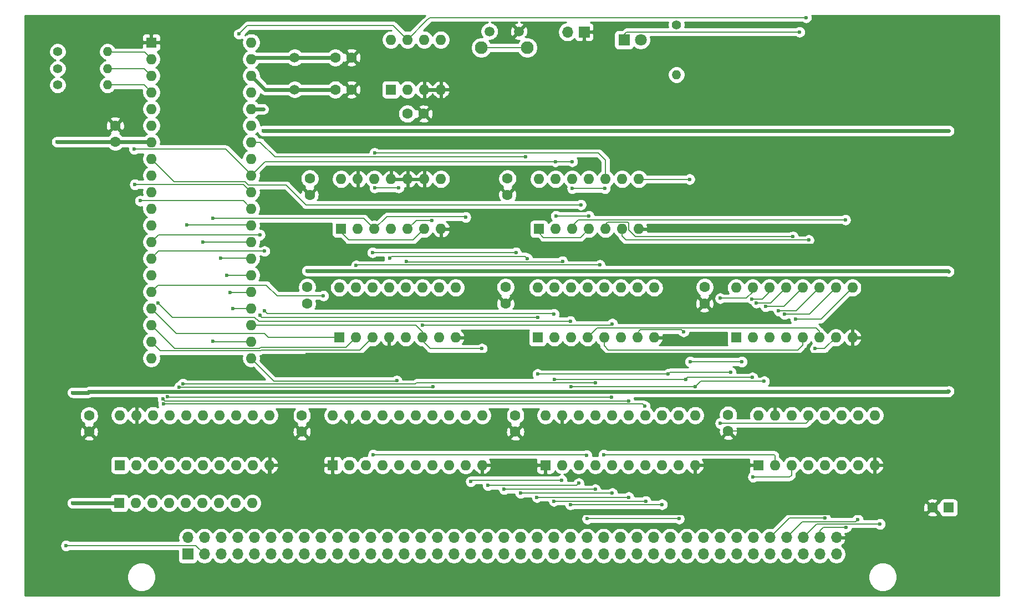
<source format=gbr>
G04 #@! TF.GenerationSoftware,KiCad,Pcbnew,5.1.10-88a1d61d58~88~ubuntu20.04.1*
G04 #@! TF.CreationDate,2021-05-20T09:01:22-04:00*
G04 #@! TF.ProjectId,CPUandGlueLogic,43505561-6e64-4476-9c75-654c6f676963,1*
G04 #@! TF.SameCoordinates,Original*
G04 #@! TF.FileFunction,Copper,L2,Bot*
G04 #@! TF.FilePolarity,Positive*
%FSLAX46Y46*%
G04 Gerber Fmt 4.6, Leading zero omitted, Abs format (unit mm)*
G04 Created by KiCad (PCBNEW 5.1.10-88a1d61d58~88~ubuntu20.04.1) date 2021-05-20 09:01:22*
%MOMM*%
%LPD*%
G01*
G04 APERTURE LIST*
G04 #@! TA.AperFunction,ComponentPad*
%ADD10R,1.700000X1.700000*%
G04 #@! TD*
G04 #@! TA.AperFunction,ComponentPad*
%ADD11O,1.700000X1.700000*%
G04 #@! TD*
G04 #@! TA.AperFunction,ComponentPad*
%ADD12C,1.950000*%
G04 #@! TD*
G04 #@! TA.AperFunction,ComponentPad*
%ADD13C,1.498000*%
G04 #@! TD*
G04 #@! TA.AperFunction,ComponentPad*
%ADD14O,1.600000X1.600000*%
G04 #@! TD*
G04 #@! TA.AperFunction,ComponentPad*
%ADD15R,1.600000X1.600000*%
G04 #@! TD*
G04 #@! TA.AperFunction,ComponentPad*
%ADD16C,1.600000*%
G04 #@! TD*
G04 #@! TA.AperFunction,ComponentPad*
%ADD17C,1.800000*%
G04 #@! TD*
G04 #@! TA.AperFunction,ComponentPad*
%ADD18R,1.800000X1.800000*%
G04 #@! TD*
G04 #@! TA.AperFunction,ComponentPad*
%ADD19O,1.400000X1.400000*%
G04 #@! TD*
G04 #@! TA.AperFunction,ComponentPad*
%ADD20C,1.400000*%
G04 #@! TD*
G04 #@! TA.AperFunction,ComponentPad*
%ADD21C,1.500000*%
G04 #@! TD*
G04 #@! TA.AperFunction,ViaPad*
%ADD22C,0.600000*%
G04 #@! TD*
G04 #@! TA.AperFunction,Conductor*
%ADD23C,0.600000*%
G04 #@! TD*
G04 #@! TA.AperFunction,Conductor*
%ADD24C,0.200000*%
G04 #@! TD*
G04 #@! TA.AperFunction,Conductor*
%ADD25C,0.150000*%
G04 #@! TD*
G04 #@! TA.AperFunction,Conductor*
%ADD26C,0.127000*%
G04 #@! TD*
G04 #@! TA.AperFunction,Conductor*
%ADD27C,0.254000*%
G04 #@! TD*
G04 #@! TA.AperFunction,Conductor*
%ADD28C,0.152400*%
G04 #@! TD*
G04 APERTURE END LIST*
D10*
X25470000Y-83000000D03*
D11*
X25470000Y-80460000D03*
X28010000Y-83000000D03*
X28010000Y-80460000D03*
X30550000Y-83000000D03*
X30550000Y-80460000D03*
X33090000Y-83000000D03*
X33090000Y-80460000D03*
X35630000Y-83000000D03*
X35630000Y-80460000D03*
X38170000Y-83000000D03*
X38170000Y-80460000D03*
X40710000Y-83000000D03*
X40710000Y-80460000D03*
X43250000Y-83000000D03*
X43250000Y-80460000D03*
X45790000Y-83000000D03*
X45790000Y-80460000D03*
X48330000Y-83000000D03*
X48330000Y-80460000D03*
X50870000Y-83000000D03*
X50870000Y-80460000D03*
X53410000Y-83000000D03*
X53410000Y-80460000D03*
X55950000Y-83000000D03*
X55950000Y-80460000D03*
X58490000Y-83000000D03*
X58490000Y-80460000D03*
X61030000Y-83000000D03*
X61030000Y-80460000D03*
X63570000Y-83000000D03*
X63570000Y-80460000D03*
X66110000Y-83000000D03*
X66110000Y-80460000D03*
X68650000Y-83000000D03*
X68650000Y-80460000D03*
X71190000Y-83000000D03*
X71190000Y-80460000D03*
X73730000Y-83000000D03*
X73730000Y-80460000D03*
X76270000Y-83000000D03*
X76270000Y-80460000D03*
X78810000Y-83000000D03*
X78810000Y-80460000D03*
X81350000Y-83000000D03*
X81350000Y-80460000D03*
X83890000Y-83000000D03*
X83890000Y-80460000D03*
X86430000Y-83000000D03*
X86430000Y-80460000D03*
X88970000Y-83000000D03*
X88970000Y-80460000D03*
X91510000Y-83000000D03*
X91510000Y-80460000D03*
X94050000Y-83000000D03*
X94050000Y-80460000D03*
X96590000Y-83000000D03*
X96590000Y-80460000D03*
X99130000Y-83000000D03*
X99130000Y-80460000D03*
X101670000Y-83000000D03*
X101670000Y-80460000D03*
X104210000Y-83000000D03*
X104210000Y-80460000D03*
X106750000Y-83000000D03*
X106750000Y-80460000D03*
X109290000Y-83000000D03*
X109290000Y-80460000D03*
X111830000Y-83000000D03*
X111830000Y-80460000D03*
X114370000Y-83000000D03*
X114370000Y-80460000D03*
X116910000Y-83000000D03*
X116910000Y-80460000D03*
X119450000Y-83000000D03*
X119450000Y-80460000D03*
X121990000Y-83000000D03*
X121990000Y-80460000D03*
X124530000Y-83000000D03*
X124530000Y-80460000D03*
D12*
X70295000Y-5590000D03*
X77305000Y-5590000D03*
D13*
X71550000Y-3100000D03*
X76050000Y-3100000D03*
D14*
X48900000Y-25680000D03*
X64140000Y-33300000D03*
X51440000Y-25680000D03*
X61600000Y-33300000D03*
X53980000Y-25680000D03*
X59060000Y-33300000D03*
X56520000Y-25680000D03*
X56520000Y-33300000D03*
X59060000Y-25680000D03*
X53980000Y-33300000D03*
X61600000Y-25680000D03*
X51440000Y-33300000D03*
X64140000Y-25680000D03*
D15*
X48900000Y-33300000D03*
X141700000Y-75900000D03*
D16*
X139200000Y-75900000D03*
X75500000Y-64300000D03*
X75500000Y-61800000D03*
X42900000Y-61800000D03*
X42900000Y-64300000D03*
X10400000Y-64300000D03*
X10400000Y-61800000D03*
X108000000Y-61700000D03*
X108000000Y-64200000D03*
X61500000Y-15700000D03*
X59000000Y-15700000D03*
X14400000Y-17500000D03*
X14400000Y-20000000D03*
X74300000Y-28100000D03*
X74300000Y-25600000D03*
X44100000Y-25600000D03*
X44100000Y-28100000D03*
X74000000Y-42200000D03*
X74000000Y-44700000D03*
X104400000Y-44700000D03*
X104400000Y-42200000D03*
X43700000Y-44700000D03*
X43700000Y-42200000D03*
X50500000Y-7100000D03*
X48000000Y-7100000D03*
X48000000Y-12000000D03*
X50500000Y-12000000D03*
D17*
X94640000Y-4400000D03*
D18*
X92100000Y-4400000D03*
D11*
X83460000Y-3200000D03*
D10*
X86000000Y-3200000D03*
D19*
X100100000Y-9720000D03*
D20*
X100100000Y-2100000D03*
X5600000Y-11300000D03*
D19*
X13220000Y-11300000D03*
X13220000Y-8800000D03*
D20*
X5600000Y-8800000D03*
X5600000Y-6200000D03*
D19*
X13220000Y-6200000D03*
D15*
X15000000Y-75200000D03*
D14*
X17540000Y-75200000D03*
X20080000Y-75200000D03*
X22620000Y-75200000D03*
X25160000Y-75200000D03*
X27700000Y-75200000D03*
X30240000Y-75200000D03*
X32780000Y-75200000D03*
X35320000Y-75200000D03*
X80100000Y-61780000D03*
X102960000Y-69400000D03*
X82640000Y-61780000D03*
X100420000Y-69400000D03*
X85180000Y-61780000D03*
X97880000Y-69400000D03*
X87720000Y-61780000D03*
X95340000Y-69400000D03*
X90260000Y-61780000D03*
X92800000Y-69400000D03*
X92800000Y-61780000D03*
X90260000Y-69400000D03*
X95340000Y-61780000D03*
X87720000Y-69400000D03*
X97880000Y-61780000D03*
X85180000Y-69400000D03*
X100420000Y-61780000D03*
X82640000Y-69400000D03*
X102960000Y-61780000D03*
D15*
X80100000Y-69400000D03*
X47600000Y-69400000D03*
D14*
X70460000Y-61780000D03*
X50140000Y-69400000D03*
X67920000Y-61780000D03*
X52680000Y-69400000D03*
X65380000Y-61780000D03*
X55220000Y-69400000D03*
X62840000Y-61780000D03*
X57760000Y-69400000D03*
X60300000Y-61780000D03*
X60300000Y-69400000D03*
X57760000Y-61780000D03*
X62840000Y-69400000D03*
X55220000Y-61780000D03*
X65380000Y-69400000D03*
X52680000Y-61780000D03*
X67920000Y-69400000D03*
X50140000Y-61780000D03*
X70460000Y-69400000D03*
X47600000Y-61780000D03*
D15*
X15100000Y-69400000D03*
D14*
X37960000Y-61780000D03*
X17640000Y-69400000D03*
X35420000Y-61780000D03*
X20180000Y-69400000D03*
X32880000Y-61780000D03*
X22720000Y-69400000D03*
X30340000Y-61780000D03*
X25260000Y-69400000D03*
X27800000Y-61780000D03*
X27800000Y-69400000D03*
X25260000Y-61780000D03*
X30340000Y-69400000D03*
X22720000Y-61780000D03*
X32880000Y-69400000D03*
X20180000Y-61780000D03*
X35420000Y-69400000D03*
X17640000Y-61780000D03*
X37960000Y-69400000D03*
X15100000Y-61780000D03*
D15*
X112600000Y-69400000D03*
D14*
X130380000Y-61780000D03*
X115140000Y-69400000D03*
X127840000Y-61780000D03*
X117680000Y-69400000D03*
X125300000Y-61780000D03*
X120220000Y-69400000D03*
X122760000Y-61780000D03*
X122760000Y-69400000D03*
X120220000Y-61780000D03*
X125300000Y-69400000D03*
X117680000Y-61780000D03*
X127840000Y-69400000D03*
X115140000Y-61780000D03*
X130380000Y-69400000D03*
X112600000Y-61780000D03*
X56500000Y-4380000D03*
X64120000Y-12000000D03*
X59040000Y-4380000D03*
X61580000Y-12000000D03*
X61580000Y-4380000D03*
X59040000Y-12000000D03*
X64120000Y-4380000D03*
D15*
X56500000Y-12000000D03*
D14*
X35140000Y-4800000D03*
X19900000Y-53060000D03*
X35140000Y-7340000D03*
X19900000Y-50520000D03*
X35140000Y-9880000D03*
X19900000Y-47980000D03*
X35140000Y-12420000D03*
X19900000Y-45440000D03*
X35140000Y-14960000D03*
X19900000Y-42900000D03*
X35140000Y-17500000D03*
X19900000Y-40360000D03*
X35140000Y-20040000D03*
X19900000Y-37820000D03*
X35140000Y-22580000D03*
X19900000Y-35280000D03*
X35140000Y-25120000D03*
X19900000Y-32740000D03*
X35140000Y-27660000D03*
X19900000Y-30200000D03*
X35140000Y-30200000D03*
X19900000Y-27660000D03*
X35140000Y-32740000D03*
X19900000Y-25120000D03*
X35140000Y-35280000D03*
X19900000Y-22580000D03*
X35140000Y-37820000D03*
X19900000Y-20040000D03*
X35140000Y-40360000D03*
X19900000Y-17500000D03*
X35140000Y-42900000D03*
X19900000Y-14960000D03*
X35140000Y-45440000D03*
X19900000Y-12420000D03*
X35140000Y-47980000D03*
X19900000Y-9880000D03*
X35140000Y-50520000D03*
X19900000Y-7340000D03*
X35140000Y-53060000D03*
D15*
X19900000Y-4800000D03*
X79100000Y-33300000D03*
D14*
X94340000Y-25680000D03*
X81640000Y-33300000D03*
X91800000Y-25680000D03*
X84180000Y-33300000D03*
X89260000Y-25680000D03*
X86720000Y-33300000D03*
X86720000Y-25680000D03*
X89260000Y-33300000D03*
X84180000Y-25680000D03*
X91800000Y-33300000D03*
X81640000Y-25680000D03*
X94340000Y-33300000D03*
X79100000Y-25680000D03*
X78900000Y-42280000D03*
X96680000Y-49900000D03*
X81440000Y-42280000D03*
X94140000Y-49900000D03*
X83980000Y-42280000D03*
X91600000Y-49900000D03*
X86520000Y-42280000D03*
X89060000Y-49900000D03*
X89060000Y-42280000D03*
X86520000Y-49900000D03*
X91600000Y-42280000D03*
X83980000Y-49900000D03*
X94140000Y-42280000D03*
X81440000Y-49900000D03*
X96680000Y-42280000D03*
D15*
X78900000Y-49900000D03*
D14*
X109200000Y-42280000D03*
X126980000Y-49900000D03*
X111740000Y-42280000D03*
X124440000Y-49900000D03*
X114280000Y-42280000D03*
X121900000Y-49900000D03*
X116820000Y-42280000D03*
X119360000Y-49900000D03*
X119360000Y-42280000D03*
X116820000Y-49900000D03*
X121900000Y-42280000D03*
X114280000Y-49900000D03*
X124440000Y-42280000D03*
X111740000Y-49900000D03*
X126980000Y-42280000D03*
D15*
X109200000Y-49900000D03*
X48600000Y-49900000D03*
D14*
X66380000Y-42280000D03*
X51140000Y-49900000D03*
X63840000Y-42280000D03*
X53680000Y-49900000D03*
X61300000Y-42280000D03*
X56220000Y-49900000D03*
X58760000Y-42280000D03*
X58760000Y-49900000D03*
X56220000Y-42280000D03*
X61300000Y-49900000D03*
X53680000Y-42280000D03*
X63840000Y-49900000D03*
X51140000Y-42280000D03*
X66380000Y-49900000D03*
X48600000Y-42280000D03*
D21*
X41800000Y-7100000D03*
X41800000Y-12000000D03*
D22*
X141700000Y-18300000D03*
X59000000Y-18300000D03*
X112600000Y-58200000D03*
X141700000Y-58100000D03*
X10400000Y-58200000D03*
X15200000Y-58200000D03*
X7900000Y-75200000D03*
X7900000Y-58300000D03*
X100200000Y-18300000D03*
X44200000Y-18300000D03*
X5500000Y-20000000D03*
X109200000Y-39700000D03*
X141700000Y-39800000D03*
X43700000Y-39700000D03*
X48700000Y-39700000D03*
X78800000Y-39700000D03*
X49000000Y-18300000D03*
X79100000Y-18300000D03*
X80000000Y-58200000D03*
X47700000Y-58200000D03*
X43000000Y-58200000D03*
X37000000Y-18300000D03*
X37000000Y-15000000D03*
X73000000Y-18300000D03*
X73800000Y-39700000D03*
X104300000Y-39700000D03*
X108000000Y-58200000D03*
X91600000Y-58200000D03*
X75400000Y-58200000D03*
X139300000Y-19800000D03*
X61500000Y-19800000D03*
X80100000Y-76800000D03*
X47600000Y-76600000D03*
X102960000Y-76560000D03*
X112500001Y-76699999D03*
X130380000Y-76520000D03*
X10400000Y-72200000D03*
X94400000Y-35800000D03*
X139200000Y-35900000D03*
X51400000Y-35800000D03*
X64200000Y-35800000D03*
X44100000Y-35700000D03*
X50500000Y-19800000D03*
X127000000Y-52500000D03*
X139200000Y-52500000D03*
X56200000Y-52500000D03*
X66500000Y-52500000D03*
X96700000Y-52500000D03*
X116800000Y-52500000D03*
X51300000Y-19800000D03*
X56600000Y-19800000D03*
X58900000Y-19800000D03*
X70599999Y-76699999D03*
X43700000Y-52500000D03*
X75100000Y-19800000D03*
X74300000Y-35800000D03*
X16260000Y-72260000D03*
X74000000Y-52500000D03*
X104400000Y-52500000D03*
X108099999Y-76699999D03*
X115100000Y-64200000D03*
X75300001Y-76699999D03*
X118900000Y-3200000D03*
X6900000Y-81700000D03*
X82600000Y-71700000D03*
X68700000Y-71900000D03*
X85180000Y-72180000D03*
X71300000Y-72500000D03*
X73800000Y-73100000D03*
X87700000Y-73100000D03*
X75600000Y-36900000D03*
X53700000Y-36900000D03*
X76300000Y-73700000D03*
X90300000Y-73700000D03*
X77300000Y-37809500D03*
X56300000Y-37800000D03*
X78800000Y-74300000D03*
X92800000Y-74300000D03*
X58900000Y-38300000D03*
X82700000Y-38273000D03*
X81400000Y-74900000D03*
X95400000Y-74900000D03*
X83900000Y-75427000D03*
X97900000Y-75400000D03*
X86500000Y-77600000D03*
X100500000Y-77600000D03*
X101200000Y-49000000D03*
X106800000Y-43900000D03*
X111600000Y-44000000D03*
X106800000Y-63000000D03*
X112300000Y-44600000D03*
X110100000Y-53600000D03*
X102200000Y-53600000D03*
X102100000Y-25700000D03*
X113700000Y-45127000D03*
X111800000Y-71200000D03*
X115700000Y-45800000D03*
X122800000Y-77500000D03*
X116600000Y-46327000D03*
X127800000Y-77700000D03*
X118300000Y-47100000D03*
X131200000Y-78400000D03*
X121300000Y-51600000D03*
X126000000Y-78900000D03*
X85500000Y-29600000D03*
X87700000Y-56800000D03*
X24733000Y-56946000D03*
X90200000Y-59000000D03*
X22400000Y-58927000D03*
X92800000Y-59566854D03*
X21700000Y-59300000D03*
X95300000Y-60400000D03*
X21742646Y-60057354D03*
X98800000Y-55500000D03*
X108400000Y-55200000D03*
X78900000Y-55500000D03*
X78900000Y-46800000D03*
X36500000Y-46500000D03*
X36500000Y-34200000D03*
X101500000Y-56300000D03*
X111700000Y-56000000D03*
X81500000Y-56300000D03*
X81400000Y-46300000D03*
X37200000Y-45800000D03*
X37200000Y-36700000D03*
X103000000Y-57400000D03*
X113500000Y-56600000D03*
X84000000Y-57400000D03*
X83900000Y-47400000D03*
X20963510Y-44600000D03*
X61300000Y-48000000D03*
X90300000Y-47800000D03*
X70400000Y-51600000D03*
X29300000Y-50500000D03*
X29300000Y-31700000D03*
X67900000Y-31500000D03*
X57400000Y-56500000D03*
X62900000Y-57400000D03*
X62800000Y-32000000D03*
X24173000Y-57473000D03*
X46200000Y-43500000D03*
X53800000Y-67800000D03*
X86400000Y-67900000D03*
X17300000Y-21100000D03*
X84200000Y-23000000D03*
X81600000Y-23000000D03*
X117900000Y-34473000D03*
X89200000Y-27100000D03*
X84200000Y-27100000D03*
X32400000Y-45500000D03*
X31900000Y-43000000D03*
X31400000Y-40400000D03*
X30500000Y-37800000D03*
X27800000Y-35300000D03*
X25300000Y-32700000D03*
X18200000Y-29000000D03*
X17400000Y-26500000D03*
X77100000Y-22300000D03*
X89000000Y-67800000D03*
X33300000Y-3500000D03*
X119900000Y-1000000D03*
X120300000Y-35000000D03*
X125900000Y-31900000D03*
X86700000Y-31300000D03*
X81700000Y-31300000D03*
X54000000Y-21700000D03*
X57700000Y-27000000D03*
X54000000Y-27000000D03*
X88400000Y-38800000D03*
X51200000Y-38900000D03*
D23*
X141600000Y-58200000D02*
X141700000Y-58100000D01*
X112600000Y-58200000D02*
X141600000Y-58200000D01*
X15200000Y-58200000D02*
X10400000Y-58200000D01*
X15000000Y-75200000D02*
X7900000Y-75200000D01*
X10300000Y-58300000D02*
X10400000Y-58200000D01*
X7900000Y-58300000D02*
X10300000Y-58300000D01*
X141700000Y-18300000D02*
X100200000Y-18300000D01*
X19860000Y-20000000D02*
X19900000Y-20040000D01*
X14400000Y-20000000D02*
X19860000Y-20000000D01*
X14400000Y-20000000D02*
X5500000Y-20000000D01*
X109200000Y-39700000D02*
X141600000Y-39700000D01*
X141600000Y-39700000D02*
X141700000Y-39800000D01*
X48700000Y-39700000D02*
X43700000Y-39700000D01*
X49000000Y-18300000D02*
X44200000Y-18300000D01*
X59000000Y-18300000D02*
X49000000Y-18300000D01*
X100200000Y-18300000D02*
X79100000Y-18300000D01*
X43000000Y-58200000D02*
X15200000Y-58200000D01*
X47700000Y-58200000D02*
X43000000Y-58200000D01*
X44200000Y-18300000D02*
X37000000Y-18300000D01*
X36960000Y-14960000D02*
X37000000Y-15000000D01*
X35140000Y-14960000D02*
X36960000Y-14960000D01*
X73000000Y-18300000D02*
X59000000Y-18300000D01*
X79100000Y-18300000D02*
X73000000Y-18300000D01*
X73800000Y-39700000D02*
X48700000Y-39700000D01*
X78800000Y-39700000D02*
X73800000Y-39700000D01*
X104300000Y-39700000D02*
X78800000Y-39700000D01*
X109200000Y-39700000D02*
X104300000Y-39700000D01*
X112600000Y-58200000D02*
X108000000Y-58200000D01*
X91600000Y-58200000D02*
X80000000Y-58200000D01*
X108000000Y-58200000D02*
X91600000Y-58200000D01*
X75400000Y-58200000D02*
X47700000Y-58200000D01*
X80000000Y-58200000D02*
X75400000Y-58200000D01*
X139200000Y-75900000D02*
X138400001Y-76699999D01*
X37960000Y-72260000D02*
X37960000Y-69400000D01*
X42399999Y-76699999D02*
X37960000Y-72260000D01*
X63400000Y-19800000D02*
X61500000Y-19800000D01*
X138400001Y-76699999D02*
X112500001Y-76699999D01*
X10460000Y-72260000D02*
X10400000Y-72200000D01*
X139100000Y-35800000D02*
X139200000Y-35900000D01*
X94400000Y-35800000D02*
X139100000Y-35800000D01*
X64200000Y-35800000D02*
X51400000Y-35800000D01*
X44200000Y-35800000D02*
X44100000Y-35700000D01*
X51400000Y-35800000D02*
X44200000Y-35800000D01*
X127000000Y-52500000D02*
X139200000Y-52500000D01*
X66500000Y-52500000D02*
X56200000Y-52500000D01*
X127000000Y-52500000D02*
X116800000Y-52500000D01*
X51300000Y-19800000D02*
X50500000Y-19800000D01*
X56600000Y-19800000D02*
X51300000Y-19800000D01*
X58900000Y-19800000D02*
X56600000Y-19800000D01*
X61500000Y-19800000D02*
X58900000Y-19800000D01*
X70599999Y-76699999D02*
X42399999Y-76699999D01*
X56200000Y-52500000D02*
X43700000Y-52500000D01*
X61580000Y-12000000D02*
X64120000Y-12000000D01*
X75100000Y-19800000D02*
X63400000Y-19800000D01*
X139300000Y-19800000D02*
X75100000Y-19800000D01*
X74300000Y-35800000D02*
X64200000Y-35800000D01*
X94400000Y-35800000D02*
X74300000Y-35800000D01*
X16260000Y-72260000D02*
X10460000Y-72260000D01*
X37960000Y-72260000D02*
X16260000Y-72260000D01*
X74000000Y-52500000D02*
X66500000Y-52500000D01*
X96700000Y-52500000D02*
X74000000Y-52500000D01*
X104400000Y-52500000D02*
X96700000Y-52500000D01*
X116800000Y-52500000D02*
X104400000Y-52500000D01*
X112500001Y-76699999D02*
X108099999Y-76699999D01*
D24*
X108000000Y-64200000D02*
X115100000Y-64200000D01*
D23*
X75300001Y-76699999D02*
X70599999Y-76699999D01*
X108099999Y-76699999D02*
X75300001Y-76699999D01*
X48000000Y-7100000D02*
X42700000Y-7100000D01*
X42700000Y-7100000D02*
X41800000Y-7100000D01*
X35380000Y-7100000D02*
X35140000Y-7340000D01*
X41800000Y-7100000D02*
X35380000Y-7100000D01*
X48000000Y-12000000D02*
X41800000Y-12000000D01*
X37260000Y-12000000D02*
X35140000Y-9880000D01*
X41800000Y-12000000D02*
X37260000Y-12000000D01*
D24*
X92100000Y-3600000D02*
X92100000Y-4400000D01*
X92500000Y-3200000D02*
X92100000Y-3600000D01*
X118900000Y-3200000D02*
X92500000Y-3200000D01*
X19900000Y-9880000D02*
X18820000Y-8800000D01*
X18820000Y-8800000D02*
X13220000Y-8800000D01*
X28010000Y-83000000D02*
X26710000Y-81700000D01*
X26710000Y-81700000D02*
X6900000Y-81700000D01*
X68900000Y-71700000D02*
X68700000Y-71900000D01*
X82600000Y-71700000D02*
X68900000Y-71700000D01*
X84860000Y-72500000D02*
X71300000Y-72500000D01*
X85180000Y-72180000D02*
X84860000Y-72500000D01*
X73800000Y-73100000D02*
X87700000Y-73100000D01*
X75600000Y-36900000D02*
X53700000Y-36900000D01*
X76300000Y-73700000D02*
X90300000Y-73700000D01*
X56590499Y-37509501D02*
X56300000Y-37800000D01*
X77000001Y-37509501D02*
X56590499Y-37509501D01*
X77300000Y-37809500D02*
X77000001Y-37509501D01*
X78800000Y-74300000D02*
X92800000Y-74300000D01*
X58936501Y-38336501D02*
X58900000Y-38300000D01*
X82636499Y-38336501D02*
X58936501Y-38336501D01*
X82700000Y-38273000D02*
X82636499Y-38336501D01*
X81400000Y-74900000D02*
X95400000Y-74900000D01*
X83900000Y-75427000D02*
X97727000Y-75427000D01*
X97754000Y-75400000D02*
X97900000Y-75400000D01*
X97727000Y-75427000D02*
X97754000Y-75400000D01*
X86500000Y-77600000D02*
X100500000Y-77600000D01*
X94140000Y-49160000D02*
X94140000Y-49900000D01*
X94500000Y-48800000D02*
X94140000Y-49160000D01*
X94500000Y-48727010D02*
X94500000Y-48800000D01*
X101100000Y-49000000D02*
X100827010Y-48727010D01*
X100827010Y-48727010D02*
X94500000Y-48727010D01*
X101200000Y-49000000D02*
X101100000Y-49000000D01*
X106800000Y-43900000D02*
X110800000Y-43900000D01*
X111740000Y-42960000D02*
X111740000Y-42280000D01*
X110800000Y-43900000D02*
X111740000Y-42960000D01*
X111600000Y-44000000D02*
X113200000Y-44000000D01*
X114280000Y-42920000D02*
X114280000Y-42280000D01*
X113200000Y-44000000D02*
X114280000Y-42920000D01*
X106800000Y-63000000D02*
X119900000Y-63000000D01*
X120220000Y-62680000D02*
X120220000Y-61780000D01*
X119900000Y-63000000D02*
X120220000Y-62680000D01*
X114500000Y-44600000D02*
X116820000Y-42280000D01*
X112300000Y-44600000D02*
X114500000Y-44600000D01*
X110100000Y-53600000D02*
X102200000Y-53600000D01*
X94360000Y-25700000D02*
X94340000Y-25680000D01*
X102100000Y-25700000D02*
X94360000Y-25700000D01*
X116513000Y-45127000D02*
X119360000Y-42280000D01*
X113700000Y-45127000D02*
X116513000Y-45127000D01*
X117680000Y-70920000D02*
X117680000Y-69400000D01*
X117400000Y-71200000D02*
X117680000Y-70920000D01*
X111800000Y-71200000D02*
X117400000Y-71200000D01*
X118380000Y-45800000D02*
X121900000Y-42280000D01*
X115700000Y-45800000D02*
X118380000Y-45800000D01*
X117330000Y-77500000D02*
X122800000Y-77500000D01*
X114370000Y-80460000D02*
X117330000Y-77500000D01*
X116600000Y-46327000D02*
X119473000Y-46327000D01*
X119473000Y-46327000D02*
X119500000Y-46300000D01*
X120420000Y-46300000D02*
X124440000Y-42280000D01*
X119500000Y-46300000D02*
X120420000Y-46300000D01*
X116910000Y-80460000D02*
X119324011Y-78045989D01*
X127454011Y-78045989D02*
X127800000Y-77700000D01*
X119324011Y-78045989D02*
X127454011Y-78045989D01*
X122160000Y-47100000D02*
X126980000Y-42280000D01*
X118300000Y-47100000D02*
X122160000Y-47100000D01*
X119450000Y-80460000D02*
X121337010Y-78572990D01*
X131172999Y-78372999D02*
X131200000Y-78400000D01*
X121537001Y-78372999D02*
X131172999Y-78372999D01*
X121337010Y-78572990D02*
X121537001Y-78372999D01*
X122740000Y-51600000D02*
X124440000Y-49900000D01*
X121300000Y-51600000D02*
X122740000Y-51600000D01*
X126000000Y-78900000D02*
X122500000Y-78900000D01*
X121990000Y-79410000D02*
X121990000Y-80460000D01*
X122500000Y-78900000D02*
X121990000Y-79410000D01*
X19900000Y-12420000D02*
X18780000Y-11300000D01*
X18780000Y-11300000D02*
X13220000Y-11300000D01*
X19900000Y-7340000D02*
X18860000Y-6300000D01*
X13320000Y-6300000D02*
X13220000Y-6200000D01*
X18860000Y-6300000D02*
X13320000Y-6300000D01*
X77305000Y-5590000D02*
X70295000Y-5590000D01*
X19900000Y-22580000D02*
X23420000Y-26100000D01*
X23420000Y-26100000D02*
X34200000Y-26100000D01*
X34727001Y-26627001D02*
X40527001Y-26627001D01*
X34200000Y-26100000D02*
X34727001Y-26627001D01*
X40527001Y-26627001D02*
X43027001Y-29127001D01*
X43500000Y-29600000D02*
X85500000Y-29600000D01*
X43027001Y-29127001D02*
X43500000Y-29600000D01*
X87700000Y-56800000D02*
X82900000Y-56800000D01*
X60197999Y-57002001D02*
X55202001Y-57002001D01*
X60397999Y-56802001D02*
X60197999Y-57002001D01*
X82897999Y-56802001D02*
X60397999Y-56802001D01*
D25*
X82900000Y-56800000D02*
X82897999Y-56802001D01*
X55202001Y-57002001D02*
X55200000Y-57000000D01*
D24*
X55200000Y-57000000D02*
X40500000Y-57000000D01*
D25*
X24787000Y-57000000D02*
X24733000Y-56946000D01*
D24*
X40500000Y-57000000D02*
X24787000Y-57000000D01*
X90200000Y-59000000D02*
X81400000Y-59000000D01*
X81400000Y-59000000D02*
X66000000Y-59000000D01*
X66000000Y-59000000D02*
X64900000Y-59000000D01*
X64900000Y-59000000D02*
X43300000Y-59000000D01*
X43300000Y-59000000D02*
X37000000Y-59000000D01*
D26*
X22473000Y-59000000D02*
X22400000Y-58927000D01*
D24*
X37000000Y-59000000D02*
X22473000Y-59000000D01*
X92800000Y-59566854D02*
X21966854Y-59566854D01*
X21966854Y-59566854D02*
X21700000Y-59300000D01*
X94957354Y-60057354D02*
X21742646Y-60057354D01*
X95300000Y-60400000D02*
X94957354Y-60057354D01*
X99100000Y-55200000D02*
X108400000Y-55200000D01*
X98800000Y-55500000D02*
X99100000Y-55200000D01*
X98800000Y-55500000D02*
X78900000Y-55500000D01*
X36800000Y-46800000D02*
X36500000Y-46500000D01*
X78900000Y-46800000D02*
X36800000Y-46800000D01*
D25*
X20980000Y-34200000D02*
X19900000Y-35280000D01*
X36500000Y-34200000D02*
X20980000Y-34200000D01*
D24*
X101800000Y-56000000D02*
X111700000Y-56000000D01*
X101500000Y-56300000D02*
X101800000Y-56000000D01*
X101500000Y-56300000D02*
X81500000Y-56300000D01*
D25*
X81397999Y-46297999D02*
X81197999Y-46297999D01*
X81400000Y-46300000D02*
X81397999Y-46297999D01*
X81197999Y-46297999D02*
X81100000Y-46200000D01*
D24*
X37600000Y-46200000D02*
X37200000Y-45800000D01*
X81100000Y-46200000D02*
X37600000Y-46200000D01*
D25*
X21020000Y-36700000D02*
X19900000Y-37820000D01*
X37200000Y-36700000D02*
X21020000Y-36700000D01*
D24*
X103800000Y-56600000D02*
X113500000Y-56600000D01*
X103000000Y-57400000D02*
X103800000Y-56600000D01*
X103000000Y-57400000D02*
X84000000Y-57400000D01*
X36300000Y-47400000D02*
X83900000Y-47400000D01*
X35700000Y-46800000D02*
X36300000Y-47400000D01*
X23163510Y-46800000D02*
X35700000Y-46800000D01*
X20963510Y-44600000D02*
X23163510Y-46800000D01*
X60280000Y-47980000D02*
X35140000Y-47980000D01*
X61300000Y-49000000D02*
X60280000Y-47980000D01*
X61300000Y-49900000D02*
X61300000Y-49000000D01*
D26*
X90100000Y-48000000D02*
X90300000Y-47800000D01*
D24*
X61300000Y-48000000D02*
X90100000Y-48000000D01*
D25*
X61300000Y-50400000D02*
X61300000Y-49900000D01*
D24*
X62500000Y-51600000D02*
X61300000Y-50400000D01*
X70400000Y-51600000D02*
X62500000Y-51600000D01*
X29320000Y-50520000D02*
X29300000Y-50500000D01*
X35140000Y-50520000D02*
X29320000Y-50520000D01*
X52380000Y-31700000D02*
X53980000Y-33300000D01*
X29300000Y-31700000D02*
X52380000Y-31700000D01*
X55880000Y-31400000D02*
X53980000Y-33300000D01*
X67800000Y-31400000D02*
X55880000Y-31400000D01*
D25*
X67900000Y-31500000D02*
X67800000Y-31400000D01*
D24*
X35140000Y-53060000D02*
X38600000Y-56520000D01*
X57380000Y-56520000D02*
X57400000Y-56500000D01*
X38600000Y-56520000D02*
X57380000Y-56520000D01*
X62827000Y-57473000D02*
X62900000Y-57400000D01*
X60360000Y-32000000D02*
X59060000Y-33300000D01*
X62800000Y-32000000D02*
X60360000Y-32000000D01*
X24173000Y-57473000D02*
X62827000Y-57473000D01*
X21280000Y-51900000D02*
X19900000Y-50520000D01*
X36662461Y-51800000D02*
X36562461Y-51900000D01*
X36562461Y-51900000D02*
X21280000Y-51900000D01*
X51780000Y-51800000D02*
X36662461Y-51800000D01*
X53680000Y-49900000D02*
X51780000Y-51800000D01*
X51140000Y-49900000D02*
X49640000Y-51400000D01*
X23467001Y-51547001D02*
X19900000Y-47980000D01*
X36452999Y-51547001D02*
X23467001Y-51547001D01*
X36600000Y-51400000D02*
X36452999Y-51547001D01*
X49640000Y-51400000D02*
X36600000Y-51400000D01*
X48600000Y-49900000D02*
X37800000Y-49900000D01*
X37800000Y-49900000D02*
X37200000Y-49300000D01*
X23760000Y-49300000D02*
X19900000Y-45440000D01*
X37200000Y-49300000D02*
X23760000Y-49300000D01*
X46200000Y-43500000D02*
X39100000Y-43500000D01*
X20927001Y-41872999D02*
X19900000Y-42900000D01*
X37472999Y-41872999D02*
X20927001Y-41872999D01*
X39100000Y-43500000D02*
X37472999Y-41872999D01*
X121900000Y-49900000D02*
X121900000Y-48900000D01*
X121900000Y-48900000D02*
X121400000Y-48400000D01*
X88020000Y-48400000D02*
X86520000Y-49900000D01*
X121400000Y-48400000D02*
X88020000Y-48400000D01*
X86300000Y-67800000D02*
X86400000Y-67900000D01*
X53800000Y-67800000D02*
X86300000Y-67800000D01*
X17300000Y-21100000D02*
X31300000Y-21100000D01*
X35140000Y-24940000D02*
X35140000Y-25120000D01*
X31300000Y-21100000D02*
X35140000Y-24940000D01*
X35140000Y-25120000D02*
X37260000Y-23000000D01*
X81600000Y-23000000D02*
X84200000Y-23000000D01*
X37260000Y-23000000D02*
X81600000Y-23000000D01*
X117900000Y-34473000D02*
X93873000Y-34473000D01*
X92672999Y-32272999D02*
X89627001Y-32272999D01*
X92827001Y-32427001D02*
X92672999Y-32272999D01*
X92827001Y-33427001D02*
X92827001Y-32427001D01*
X93873000Y-34473000D02*
X92827001Y-33427001D01*
X89260000Y-32640000D02*
X89260000Y-33300000D01*
X89627001Y-32272999D02*
X89260000Y-32640000D01*
X89200000Y-27100000D02*
X84200000Y-27100000D01*
X35080000Y-45500000D02*
X35140000Y-45440000D01*
X32400000Y-45500000D02*
X35080000Y-45500000D01*
X35040000Y-43000000D02*
X35140000Y-42900000D01*
X31900000Y-43000000D02*
X35040000Y-43000000D01*
X35100000Y-40400000D02*
X35140000Y-40360000D01*
X31400000Y-40400000D02*
X35100000Y-40400000D01*
X35120000Y-37800000D02*
X35140000Y-37820000D01*
X30500000Y-37800000D02*
X35120000Y-37800000D01*
X35120000Y-35300000D02*
X35140000Y-35280000D01*
X27800000Y-35300000D02*
X35120000Y-35300000D01*
X35100000Y-32700000D02*
X35140000Y-32740000D01*
X25300000Y-32700000D02*
X35100000Y-32700000D01*
X33940000Y-29000000D02*
X35140000Y-30200000D01*
X18200000Y-29000000D02*
X33940000Y-29000000D01*
X33980000Y-26500000D02*
X35140000Y-27660000D01*
X17400000Y-26500000D02*
X33980000Y-26500000D01*
X35140000Y-20040000D02*
X36540000Y-20040000D01*
X38800000Y-22300000D02*
X77100000Y-22300000D01*
X36540000Y-20040000D02*
X38800000Y-22300000D01*
X115140000Y-69400000D02*
X115140000Y-67940000D01*
X115000000Y-67800000D02*
X89000000Y-67800000D01*
X115140000Y-67940000D02*
X115000000Y-67800000D01*
X86720000Y-33300000D02*
X85420000Y-34600000D01*
X85420000Y-34600000D02*
X79800000Y-34600000D01*
X79100000Y-33900000D02*
X79100000Y-33300000D01*
X79800000Y-34600000D02*
X79100000Y-33900000D01*
X33300000Y-3500000D02*
X34600000Y-2200000D01*
X56860000Y-2200000D02*
X59040000Y-4380000D01*
X34600000Y-2200000D02*
X56860000Y-2200000D01*
X59040000Y-4380000D02*
X62120000Y-1300000D01*
X62247001Y-1172999D02*
X62247001Y-1152999D01*
X62120000Y-1300000D02*
X62247001Y-1172999D01*
X62247001Y-1152999D02*
X62400000Y-1000000D01*
D26*
X119800000Y-1000000D02*
X119900000Y-1000000D01*
D24*
X62400000Y-1000000D02*
X119800000Y-1000000D01*
X91800000Y-34400000D02*
X91800000Y-33300000D01*
X92400000Y-35000000D02*
X91800000Y-34400000D01*
X120300000Y-35000000D02*
X92400000Y-35000000D01*
X125900000Y-31900000D02*
X85100000Y-31900000D01*
X84180000Y-32820000D02*
X84180000Y-33300000D01*
X85100000Y-31900000D02*
X84180000Y-32820000D01*
X86700000Y-31300000D02*
X81700000Y-31300000D01*
X89260000Y-25680000D02*
X89260000Y-22760000D01*
X89260000Y-22760000D02*
X88200000Y-21700000D01*
X88200000Y-21700000D02*
X54000000Y-21700000D01*
X57700000Y-27000000D02*
X54000000Y-27000000D01*
X61600000Y-33300000D02*
X59900000Y-35000000D01*
X59900000Y-35000000D02*
X50100000Y-35000000D01*
X48900000Y-33800000D02*
X48900000Y-33300000D01*
X50100000Y-35000000D02*
X48900000Y-33800000D01*
X118600000Y-51800000D02*
X119360000Y-51040000D01*
X89700000Y-51800000D02*
X118600000Y-51800000D01*
X119360000Y-51040000D02*
X119360000Y-49900000D01*
X89060000Y-51160000D02*
X89700000Y-51800000D01*
X89060000Y-49900000D02*
X89060000Y-51160000D01*
D26*
X51300000Y-38800000D02*
X51200000Y-38900000D01*
D24*
X88400000Y-38800000D02*
X51300000Y-38800000D01*
D27*
X61632914Y-742679D02*
X61627217Y-753337D01*
X61625812Y-754742D01*
X61625806Y-754747D01*
X59393376Y-2987178D01*
X59181335Y-2945000D01*
X58898665Y-2945000D01*
X58686625Y-2987178D01*
X57405258Y-1705812D01*
X57382238Y-1677762D01*
X57270320Y-1585913D01*
X57142633Y-1517663D01*
X57004085Y-1475635D01*
X56896105Y-1465000D01*
X56860000Y-1461444D01*
X56823895Y-1465000D01*
X34636105Y-1465000D01*
X34600000Y-1461444D01*
X34455915Y-1475635D01*
X34317366Y-1517663D01*
X34231952Y-1563318D01*
X34189680Y-1585913D01*
X34077762Y-1677762D01*
X34054746Y-1705807D01*
X33192485Y-2568068D01*
X33027271Y-2600932D01*
X32857111Y-2671414D01*
X32703972Y-2773738D01*
X32573738Y-2903972D01*
X32471414Y-3057111D01*
X32400932Y-3227271D01*
X32365000Y-3407911D01*
X32365000Y-3592089D01*
X32400932Y-3772729D01*
X32471414Y-3942889D01*
X32573738Y-4096028D01*
X32703972Y-4226262D01*
X32857111Y-4328586D01*
X33027271Y-4399068D01*
X33207911Y-4435000D01*
X33392089Y-4435000D01*
X33572729Y-4399068D01*
X33742889Y-4328586D01*
X33797014Y-4292421D01*
X33760147Y-4381426D01*
X33705000Y-4658665D01*
X33705000Y-4941335D01*
X33760147Y-5218574D01*
X33868320Y-5479727D01*
X34025363Y-5714759D01*
X34225241Y-5914637D01*
X34457759Y-6070000D01*
X34225241Y-6225363D01*
X34025363Y-6425241D01*
X33868320Y-6660273D01*
X33760147Y-6921426D01*
X33705000Y-7198665D01*
X33705000Y-7481335D01*
X33760147Y-7758574D01*
X33868320Y-8019727D01*
X34025363Y-8254759D01*
X34225241Y-8454637D01*
X34457759Y-8610000D01*
X34225241Y-8765363D01*
X34025363Y-8965241D01*
X33868320Y-9200273D01*
X33760147Y-9461426D01*
X33705000Y-9738665D01*
X33705000Y-10021335D01*
X33760147Y-10298574D01*
X33868320Y-10559727D01*
X34025363Y-10794759D01*
X34225241Y-10994637D01*
X34457759Y-11150000D01*
X34225241Y-11305363D01*
X34025363Y-11505241D01*
X33868320Y-11740273D01*
X33760147Y-12001426D01*
X33705000Y-12278665D01*
X33705000Y-12561335D01*
X33760147Y-12838574D01*
X33868320Y-13099727D01*
X34025363Y-13334759D01*
X34225241Y-13534637D01*
X34457759Y-13690000D01*
X34225241Y-13845363D01*
X34025363Y-14045241D01*
X33868320Y-14280273D01*
X33760147Y-14541426D01*
X33705000Y-14818665D01*
X33705000Y-15101335D01*
X33760147Y-15378574D01*
X33868320Y-15639727D01*
X34025363Y-15874759D01*
X34225241Y-16074637D01*
X34457759Y-16230000D01*
X34225241Y-16385363D01*
X34025363Y-16585241D01*
X33868320Y-16820273D01*
X33760147Y-17081426D01*
X33705000Y-17358665D01*
X33705000Y-17641335D01*
X33760147Y-17918574D01*
X33868320Y-18179727D01*
X34025363Y-18414759D01*
X34225241Y-18614637D01*
X34457759Y-18770000D01*
X34225241Y-18925363D01*
X34025363Y-19125241D01*
X33868320Y-19360273D01*
X33760147Y-19621426D01*
X33705000Y-19898665D01*
X33705000Y-20181335D01*
X33760147Y-20458574D01*
X33868320Y-20719727D01*
X34025363Y-20954759D01*
X34225241Y-21154637D01*
X34457759Y-21310000D01*
X34225241Y-21465363D01*
X34025363Y-21665241D01*
X33868320Y-21900273D01*
X33760147Y-22161426D01*
X33705000Y-22438665D01*
X33705000Y-22465554D01*
X31845259Y-20605813D01*
X31822238Y-20577762D01*
X31710320Y-20485913D01*
X31582633Y-20417663D01*
X31444085Y-20375635D01*
X31336105Y-20365000D01*
X31300000Y-20361444D01*
X31263895Y-20365000D01*
X21298466Y-20365000D01*
X21335000Y-20181335D01*
X21335000Y-19898665D01*
X21279853Y-19621426D01*
X21171680Y-19360273D01*
X21014637Y-19125241D01*
X20814759Y-18925363D01*
X20582241Y-18770000D01*
X20814759Y-18614637D01*
X21014637Y-18414759D01*
X21171680Y-18179727D01*
X21279853Y-17918574D01*
X21335000Y-17641335D01*
X21335000Y-17358665D01*
X21279853Y-17081426D01*
X21171680Y-16820273D01*
X21014637Y-16585241D01*
X20814759Y-16385363D01*
X20582241Y-16230000D01*
X20814759Y-16074637D01*
X21014637Y-15874759D01*
X21171680Y-15639727D01*
X21279853Y-15378574D01*
X21335000Y-15101335D01*
X21335000Y-14818665D01*
X21279853Y-14541426D01*
X21171680Y-14280273D01*
X21014637Y-14045241D01*
X20814759Y-13845363D01*
X20582241Y-13690000D01*
X20814759Y-13534637D01*
X21014637Y-13334759D01*
X21171680Y-13099727D01*
X21279853Y-12838574D01*
X21335000Y-12561335D01*
X21335000Y-12278665D01*
X21279853Y-12001426D01*
X21171680Y-11740273D01*
X21014637Y-11505241D01*
X20814759Y-11305363D01*
X20582241Y-11150000D01*
X20814759Y-10994637D01*
X21014637Y-10794759D01*
X21171680Y-10559727D01*
X21279853Y-10298574D01*
X21335000Y-10021335D01*
X21335000Y-9738665D01*
X21279853Y-9461426D01*
X21171680Y-9200273D01*
X21014637Y-8965241D01*
X20814759Y-8765363D01*
X20582241Y-8610000D01*
X20814759Y-8454637D01*
X21014637Y-8254759D01*
X21171680Y-8019727D01*
X21279853Y-7758574D01*
X21335000Y-7481335D01*
X21335000Y-7198665D01*
X21279853Y-6921426D01*
X21171680Y-6660273D01*
X21014637Y-6425241D01*
X20816039Y-6226643D01*
X20824482Y-6225812D01*
X20944180Y-6189502D01*
X21054494Y-6130537D01*
X21151185Y-6051185D01*
X21230537Y-5954494D01*
X21289502Y-5844180D01*
X21325812Y-5724482D01*
X21338072Y-5600000D01*
X21335000Y-5085750D01*
X21176250Y-4927000D01*
X20027000Y-4927000D01*
X20027000Y-4947000D01*
X19773000Y-4947000D01*
X19773000Y-4927000D01*
X18623750Y-4927000D01*
X18465000Y-5085750D01*
X18462137Y-5565000D01*
X14401296Y-5565000D01*
X14256962Y-5348987D01*
X14071013Y-5163038D01*
X13852359Y-5016939D01*
X13609405Y-4916304D01*
X13351486Y-4865000D01*
X13088514Y-4865000D01*
X12830595Y-4916304D01*
X12587641Y-5016939D01*
X12368987Y-5163038D01*
X12183038Y-5348987D01*
X12036939Y-5567641D01*
X11936304Y-5810595D01*
X11885000Y-6068514D01*
X11885000Y-6331486D01*
X11936304Y-6589405D01*
X12036939Y-6832359D01*
X12183038Y-7051013D01*
X12368987Y-7236962D01*
X12587641Y-7383061D01*
X12830595Y-7483696D01*
X12912560Y-7500000D01*
X12830595Y-7516304D01*
X12587641Y-7616939D01*
X12368987Y-7763038D01*
X12183038Y-7948987D01*
X12036939Y-8167641D01*
X11936304Y-8410595D01*
X11885000Y-8668514D01*
X11885000Y-8931486D01*
X11936304Y-9189405D01*
X12036939Y-9432359D01*
X12183038Y-9651013D01*
X12368987Y-9836962D01*
X12587641Y-9983061D01*
X12749246Y-10050000D01*
X12587641Y-10116939D01*
X12368987Y-10263038D01*
X12183038Y-10448987D01*
X12036939Y-10667641D01*
X11936304Y-10910595D01*
X11885000Y-11168514D01*
X11885000Y-11431486D01*
X11936304Y-11689405D01*
X12036939Y-11932359D01*
X12183038Y-12151013D01*
X12368987Y-12336962D01*
X12587641Y-12483061D01*
X12830595Y-12583696D01*
X13088514Y-12635000D01*
X13351486Y-12635000D01*
X13609405Y-12583696D01*
X13852359Y-12483061D01*
X14071013Y-12336962D01*
X14256962Y-12151013D01*
X14334479Y-12035000D01*
X18475554Y-12035000D01*
X18507178Y-12066624D01*
X18465000Y-12278665D01*
X18465000Y-12561335D01*
X18520147Y-12838574D01*
X18628320Y-13099727D01*
X18785363Y-13334759D01*
X18985241Y-13534637D01*
X19217759Y-13690000D01*
X18985241Y-13845363D01*
X18785363Y-14045241D01*
X18628320Y-14280273D01*
X18520147Y-14541426D01*
X18465000Y-14818665D01*
X18465000Y-15101335D01*
X18520147Y-15378574D01*
X18628320Y-15639727D01*
X18785363Y-15874759D01*
X18985241Y-16074637D01*
X19217759Y-16230000D01*
X18985241Y-16385363D01*
X18785363Y-16585241D01*
X18628320Y-16820273D01*
X18520147Y-17081426D01*
X18465000Y-17358665D01*
X18465000Y-17641335D01*
X18520147Y-17918574D01*
X18628320Y-18179727D01*
X18785363Y-18414759D01*
X18985241Y-18614637D01*
X19217759Y-18770000D01*
X18985241Y-18925363D01*
X18845604Y-19065000D01*
X15494396Y-19065000D01*
X15314759Y-18885363D01*
X15114131Y-18751308D01*
X15141514Y-18736671D01*
X15213097Y-18492702D01*
X14400000Y-17679605D01*
X13586903Y-18492702D01*
X13658486Y-18736671D01*
X13687341Y-18750324D01*
X13485241Y-18885363D01*
X13305604Y-19065000D01*
X5407911Y-19065000D01*
X5362641Y-19074005D01*
X5316708Y-19078529D01*
X5272538Y-19091928D01*
X5227271Y-19100932D01*
X5184631Y-19118594D01*
X5140460Y-19131993D01*
X5099752Y-19153752D01*
X5057111Y-19171414D01*
X5018736Y-19197055D01*
X4978028Y-19218814D01*
X4942347Y-19248097D01*
X4903972Y-19273738D01*
X4871335Y-19306375D01*
X4835656Y-19335656D01*
X4806375Y-19371335D01*
X4773738Y-19403972D01*
X4748097Y-19442347D01*
X4718814Y-19478028D01*
X4697055Y-19518736D01*
X4671414Y-19557111D01*
X4653752Y-19599752D01*
X4631993Y-19640460D01*
X4618594Y-19684631D01*
X4600932Y-19727271D01*
X4591928Y-19772538D01*
X4578529Y-19816708D01*
X4574005Y-19862641D01*
X4565000Y-19907911D01*
X4565000Y-19954068D01*
X4560476Y-20000000D01*
X4565000Y-20045932D01*
X4565000Y-20092089D01*
X4574005Y-20137359D01*
X4578529Y-20183292D01*
X4591928Y-20227462D01*
X4600932Y-20272729D01*
X4618594Y-20315369D01*
X4631993Y-20359540D01*
X4653752Y-20400248D01*
X4671414Y-20442889D01*
X4697055Y-20481264D01*
X4718814Y-20521972D01*
X4748097Y-20557653D01*
X4773738Y-20596028D01*
X4806375Y-20628665D01*
X4835656Y-20664344D01*
X4871335Y-20693625D01*
X4903972Y-20726262D01*
X4942347Y-20751903D01*
X4978028Y-20781186D01*
X5018736Y-20802945D01*
X5057111Y-20828586D01*
X5099752Y-20846248D01*
X5140460Y-20868007D01*
X5184631Y-20881406D01*
X5227271Y-20899068D01*
X5272538Y-20908072D01*
X5316708Y-20921471D01*
X5362641Y-20925995D01*
X5407911Y-20935000D01*
X13305604Y-20935000D01*
X13485241Y-21114637D01*
X13720273Y-21271680D01*
X13981426Y-21379853D01*
X14258665Y-21435000D01*
X14541335Y-21435000D01*
X14818574Y-21379853D01*
X15079727Y-21271680D01*
X15314759Y-21114637D01*
X15494396Y-20935000D01*
X16379503Y-20935000D01*
X16365000Y-21007911D01*
X16365000Y-21192089D01*
X16400932Y-21372729D01*
X16471414Y-21542889D01*
X16573738Y-21696028D01*
X16703972Y-21826262D01*
X16857111Y-21928586D01*
X17027271Y-21999068D01*
X17207911Y-22035000D01*
X17392089Y-22035000D01*
X17572729Y-21999068D01*
X17742889Y-21928586D01*
X17882951Y-21835000D01*
X18671934Y-21835000D01*
X18628320Y-21900273D01*
X18520147Y-22161426D01*
X18465000Y-22438665D01*
X18465000Y-22721335D01*
X18520147Y-22998574D01*
X18628320Y-23259727D01*
X18785363Y-23494759D01*
X18985241Y-23694637D01*
X19217759Y-23850000D01*
X18985241Y-24005363D01*
X18785363Y-24205241D01*
X18628320Y-24440273D01*
X18520147Y-24701426D01*
X18465000Y-24978665D01*
X18465000Y-25261335D01*
X18520147Y-25538574D01*
X18613936Y-25765000D01*
X17982951Y-25765000D01*
X17842889Y-25671414D01*
X17672729Y-25600932D01*
X17492089Y-25565000D01*
X17307911Y-25565000D01*
X17127271Y-25600932D01*
X16957111Y-25671414D01*
X16803972Y-25773738D01*
X16673738Y-25903972D01*
X16571414Y-26057111D01*
X16500932Y-26227271D01*
X16465000Y-26407911D01*
X16465000Y-26592089D01*
X16500932Y-26772729D01*
X16571414Y-26942889D01*
X16673738Y-27096028D01*
X16803972Y-27226262D01*
X16957111Y-27328586D01*
X17127271Y-27399068D01*
X17307911Y-27435000D01*
X17492089Y-27435000D01*
X17672729Y-27399068D01*
X17842889Y-27328586D01*
X17982951Y-27235000D01*
X18522809Y-27235000D01*
X18520147Y-27241426D01*
X18465000Y-27518665D01*
X18465000Y-27801335D01*
X18520147Y-28078574D01*
X18541146Y-28129271D01*
X18472729Y-28100932D01*
X18292089Y-28065000D01*
X18107911Y-28065000D01*
X17927271Y-28100932D01*
X17757111Y-28171414D01*
X17603972Y-28273738D01*
X17473738Y-28403972D01*
X17371414Y-28557111D01*
X17300932Y-28727271D01*
X17265000Y-28907911D01*
X17265000Y-29092089D01*
X17300932Y-29272729D01*
X17371414Y-29442889D01*
X17473738Y-29596028D01*
X17603972Y-29726262D01*
X17757111Y-29828586D01*
X17927271Y-29899068D01*
X18107911Y-29935000D01*
X18292089Y-29935000D01*
X18472729Y-29899068D01*
X18498903Y-29888227D01*
X18465000Y-30058665D01*
X18465000Y-30341335D01*
X18520147Y-30618574D01*
X18628320Y-30879727D01*
X18785363Y-31114759D01*
X18985241Y-31314637D01*
X19217759Y-31470000D01*
X18985241Y-31625363D01*
X18785363Y-31825241D01*
X18628320Y-32060273D01*
X18520147Y-32321426D01*
X18465000Y-32598665D01*
X18465000Y-32881335D01*
X18520147Y-33158574D01*
X18628320Y-33419727D01*
X18785363Y-33654759D01*
X18985241Y-33854637D01*
X19217759Y-34010000D01*
X18985241Y-34165363D01*
X18785363Y-34365241D01*
X18628320Y-34600273D01*
X18520147Y-34861426D01*
X18465000Y-35138665D01*
X18465000Y-35421335D01*
X18520147Y-35698574D01*
X18628320Y-35959727D01*
X18785363Y-36194759D01*
X18985241Y-36394637D01*
X19217759Y-36550000D01*
X18985241Y-36705363D01*
X18785363Y-36905241D01*
X18628320Y-37140273D01*
X18520147Y-37401426D01*
X18465000Y-37678665D01*
X18465000Y-37961335D01*
X18520147Y-38238574D01*
X18628320Y-38499727D01*
X18785363Y-38734759D01*
X18985241Y-38934637D01*
X19217759Y-39090000D01*
X18985241Y-39245363D01*
X18785363Y-39445241D01*
X18628320Y-39680273D01*
X18520147Y-39941426D01*
X18465000Y-40218665D01*
X18465000Y-40501335D01*
X18520147Y-40778574D01*
X18628320Y-41039727D01*
X18785363Y-41274759D01*
X18985241Y-41474637D01*
X19217759Y-41630000D01*
X18985241Y-41785363D01*
X18785363Y-41985241D01*
X18628320Y-42220273D01*
X18520147Y-42481426D01*
X18465000Y-42758665D01*
X18465000Y-43041335D01*
X18520147Y-43318574D01*
X18628320Y-43579727D01*
X18785363Y-43814759D01*
X18985241Y-44014637D01*
X19217759Y-44170000D01*
X18985241Y-44325363D01*
X18785363Y-44525241D01*
X18628320Y-44760273D01*
X18520147Y-45021426D01*
X18465000Y-45298665D01*
X18465000Y-45581335D01*
X18520147Y-45858574D01*
X18628320Y-46119727D01*
X18785363Y-46354759D01*
X18985241Y-46554637D01*
X19217759Y-46710000D01*
X18985241Y-46865363D01*
X18785363Y-47065241D01*
X18628320Y-47300273D01*
X18520147Y-47561426D01*
X18465000Y-47838665D01*
X18465000Y-48121335D01*
X18520147Y-48398574D01*
X18628320Y-48659727D01*
X18785363Y-48894759D01*
X18985241Y-49094637D01*
X19217759Y-49250000D01*
X18985241Y-49405363D01*
X18785363Y-49605241D01*
X18628320Y-49840273D01*
X18520147Y-50101426D01*
X18465000Y-50378665D01*
X18465000Y-50661335D01*
X18520147Y-50938574D01*
X18628320Y-51199727D01*
X18785363Y-51434759D01*
X18985241Y-51634637D01*
X19217759Y-51790000D01*
X18985241Y-51945363D01*
X18785363Y-52145241D01*
X18628320Y-52380273D01*
X18520147Y-52641426D01*
X18465000Y-52918665D01*
X18465000Y-53201335D01*
X18520147Y-53478574D01*
X18628320Y-53739727D01*
X18785363Y-53974759D01*
X18985241Y-54174637D01*
X19220273Y-54331680D01*
X19481426Y-54439853D01*
X19758665Y-54495000D01*
X20041335Y-54495000D01*
X20318574Y-54439853D01*
X20579727Y-54331680D01*
X20814759Y-54174637D01*
X21014637Y-53974759D01*
X21171680Y-53739727D01*
X21279853Y-53478574D01*
X21335000Y-53201335D01*
X21335000Y-52918665D01*
X21279853Y-52641426D01*
X21278607Y-52638419D01*
X21280000Y-52638556D01*
X21316105Y-52635000D01*
X33762809Y-52635000D01*
X33760147Y-52641426D01*
X33705000Y-52918665D01*
X33705000Y-53201335D01*
X33760147Y-53478574D01*
X33868320Y-53739727D01*
X34025363Y-53974759D01*
X34225241Y-54174637D01*
X34460273Y-54331680D01*
X34721426Y-54439853D01*
X34998665Y-54495000D01*
X35281335Y-54495000D01*
X35493376Y-54452822D01*
X37305553Y-56265000D01*
X25374290Y-56265000D01*
X25329028Y-56219738D01*
X25175889Y-56117414D01*
X25005729Y-56046932D01*
X24825089Y-56011000D01*
X24640911Y-56011000D01*
X24460271Y-56046932D01*
X24290111Y-56117414D01*
X24136972Y-56219738D01*
X24006738Y-56349972D01*
X23904414Y-56503111D01*
X23869862Y-56586528D01*
X23730111Y-56644414D01*
X23576972Y-56746738D01*
X23446738Y-56876972D01*
X23344414Y-57030111D01*
X23273932Y-57200271D01*
X23261056Y-57265000D01*
X10445931Y-57265000D01*
X10399999Y-57260476D01*
X10354067Y-57265000D01*
X10307911Y-57265000D01*
X10262641Y-57274005D01*
X10216708Y-57278529D01*
X10172538Y-57291928D01*
X10127271Y-57300932D01*
X10084631Y-57318594D01*
X10040460Y-57331993D01*
X9999752Y-57353752D01*
X9972596Y-57365000D01*
X7807911Y-57365000D01*
X7762641Y-57374005D01*
X7716708Y-57378529D01*
X7672538Y-57391928D01*
X7627271Y-57400932D01*
X7584631Y-57418594D01*
X7540460Y-57431993D01*
X7499752Y-57453752D01*
X7457111Y-57471414D01*
X7418736Y-57497055D01*
X7378028Y-57518814D01*
X7342347Y-57548097D01*
X7303972Y-57573738D01*
X7271335Y-57606375D01*
X7235656Y-57635656D01*
X7206376Y-57671334D01*
X7173738Y-57703972D01*
X7148097Y-57742347D01*
X7118814Y-57778028D01*
X7097055Y-57818736D01*
X7071414Y-57857111D01*
X7053752Y-57899752D01*
X7031993Y-57940460D01*
X7018594Y-57984631D01*
X7000932Y-58027271D01*
X6991928Y-58072538D01*
X6978529Y-58116708D01*
X6974005Y-58162641D01*
X6965000Y-58207911D01*
X6965000Y-58254068D01*
X6960476Y-58300000D01*
X6965000Y-58345932D01*
X6965000Y-58392089D01*
X6974005Y-58437359D01*
X6978529Y-58483292D01*
X6991928Y-58527462D01*
X7000932Y-58572729D01*
X7018594Y-58615369D01*
X7031993Y-58659540D01*
X7053752Y-58700248D01*
X7071414Y-58742889D01*
X7097055Y-58781264D01*
X7118814Y-58821972D01*
X7148097Y-58857653D01*
X7173738Y-58896028D01*
X7206375Y-58928665D01*
X7235656Y-58964344D01*
X7271335Y-58993625D01*
X7303972Y-59026262D01*
X7342347Y-59051903D01*
X7378028Y-59081186D01*
X7418736Y-59102945D01*
X7457111Y-59128586D01*
X7499752Y-59146248D01*
X7540460Y-59168007D01*
X7584631Y-59181406D01*
X7627271Y-59199068D01*
X7672538Y-59208072D01*
X7716708Y-59221471D01*
X7762641Y-59225995D01*
X7807911Y-59235000D01*
X10254068Y-59235000D01*
X10300000Y-59239524D01*
X10345932Y-59235000D01*
X10483292Y-59221471D01*
X10659540Y-59168007D01*
X10721292Y-59135000D01*
X20779503Y-59135000D01*
X20765000Y-59207911D01*
X20765000Y-59392089D01*
X20800932Y-59572729D01*
X20866140Y-59730156D01*
X20843578Y-59784625D01*
X20807646Y-59965265D01*
X20807646Y-60149443D01*
X20843578Y-60330083D01*
X20914060Y-60500243D01*
X20967632Y-60580420D01*
X20859727Y-60508320D01*
X20598574Y-60400147D01*
X20321335Y-60345000D01*
X20038665Y-60345000D01*
X19761426Y-60400147D01*
X19500273Y-60508320D01*
X19265241Y-60665363D01*
X19065363Y-60865241D01*
X18908320Y-61100273D01*
X18903933Y-61110865D01*
X18792385Y-60924869D01*
X18603414Y-60716481D01*
X18377420Y-60548963D01*
X18123087Y-60428754D01*
X17989039Y-60388096D01*
X17767000Y-60510085D01*
X17767000Y-61653000D01*
X17787000Y-61653000D01*
X17787000Y-61907000D01*
X17767000Y-61907000D01*
X17767000Y-63049915D01*
X17989039Y-63171904D01*
X18123087Y-63131246D01*
X18377420Y-63011037D01*
X18603414Y-62843519D01*
X18792385Y-62635131D01*
X18903933Y-62449135D01*
X18908320Y-62459727D01*
X19065363Y-62694759D01*
X19265241Y-62894637D01*
X19500273Y-63051680D01*
X19761426Y-63159853D01*
X20038665Y-63215000D01*
X20321335Y-63215000D01*
X20598574Y-63159853D01*
X20859727Y-63051680D01*
X21094759Y-62894637D01*
X21294637Y-62694759D01*
X21450000Y-62462241D01*
X21605363Y-62694759D01*
X21805241Y-62894637D01*
X22040273Y-63051680D01*
X22301426Y-63159853D01*
X22578665Y-63215000D01*
X22861335Y-63215000D01*
X23138574Y-63159853D01*
X23399727Y-63051680D01*
X23634759Y-62894637D01*
X23834637Y-62694759D01*
X23990000Y-62462241D01*
X24145363Y-62694759D01*
X24345241Y-62894637D01*
X24580273Y-63051680D01*
X24841426Y-63159853D01*
X25118665Y-63215000D01*
X25401335Y-63215000D01*
X25678574Y-63159853D01*
X25939727Y-63051680D01*
X26174759Y-62894637D01*
X26374637Y-62694759D01*
X26530000Y-62462241D01*
X26685363Y-62694759D01*
X26885241Y-62894637D01*
X27120273Y-63051680D01*
X27381426Y-63159853D01*
X27658665Y-63215000D01*
X27941335Y-63215000D01*
X28218574Y-63159853D01*
X28479727Y-63051680D01*
X28714759Y-62894637D01*
X28914637Y-62694759D01*
X29070000Y-62462241D01*
X29225363Y-62694759D01*
X29425241Y-62894637D01*
X29660273Y-63051680D01*
X29921426Y-63159853D01*
X30198665Y-63215000D01*
X30481335Y-63215000D01*
X30758574Y-63159853D01*
X31019727Y-63051680D01*
X31254759Y-62894637D01*
X31454637Y-62694759D01*
X31610000Y-62462241D01*
X31765363Y-62694759D01*
X31965241Y-62894637D01*
X32200273Y-63051680D01*
X32461426Y-63159853D01*
X32738665Y-63215000D01*
X33021335Y-63215000D01*
X33298574Y-63159853D01*
X33559727Y-63051680D01*
X33794759Y-62894637D01*
X33994637Y-62694759D01*
X34150000Y-62462241D01*
X34305363Y-62694759D01*
X34505241Y-62894637D01*
X34740273Y-63051680D01*
X35001426Y-63159853D01*
X35278665Y-63215000D01*
X35561335Y-63215000D01*
X35838574Y-63159853D01*
X36099727Y-63051680D01*
X36334759Y-62894637D01*
X36534637Y-62694759D01*
X36690000Y-62462241D01*
X36845363Y-62694759D01*
X37045241Y-62894637D01*
X37280273Y-63051680D01*
X37541426Y-63159853D01*
X37818665Y-63215000D01*
X38101335Y-63215000D01*
X38378574Y-63159853D01*
X38639727Y-63051680D01*
X38874759Y-62894637D01*
X39074637Y-62694759D01*
X39231680Y-62459727D01*
X39339853Y-62198574D01*
X39395000Y-61921335D01*
X39395000Y-61638665D01*
X39339853Y-61361426D01*
X39231680Y-61100273D01*
X39074637Y-60865241D01*
X39001750Y-60792354D01*
X41878250Y-60792354D01*
X41785363Y-60885241D01*
X41628320Y-61120273D01*
X41520147Y-61381426D01*
X41465000Y-61658665D01*
X41465000Y-61941335D01*
X41520147Y-62218574D01*
X41628320Y-62479727D01*
X41785363Y-62714759D01*
X41985241Y-62914637D01*
X42185869Y-63048692D01*
X42158486Y-63063329D01*
X42086903Y-63307298D01*
X42900000Y-64120395D01*
X43713097Y-63307298D01*
X43641514Y-63063329D01*
X43612659Y-63049676D01*
X43814759Y-62914637D01*
X44014637Y-62714759D01*
X44171680Y-62479727D01*
X44279853Y-62218574D01*
X44335000Y-61941335D01*
X44335000Y-61658665D01*
X44279853Y-61381426D01*
X44171680Y-61120273D01*
X44014637Y-60885241D01*
X43921750Y-60792354D01*
X46558250Y-60792354D01*
X46485363Y-60865241D01*
X46328320Y-61100273D01*
X46220147Y-61361426D01*
X46165000Y-61638665D01*
X46165000Y-61921335D01*
X46220147Y-62198574D01*
X46328320Y-62459727D01*
X46485363Y-62694759D01*
X46685241Y-62894637D01*
X46920273Y-63051680D01*
X47181426Y-63159853D01*
X47458665Y-63215000D01*
X47741335Y-63215000D01*
X48018574Y-63159853D01*
X48279727Y-63051680D01*
X48514759Y-62894637D01*
X48714637Y-62694759D01*
X48871680Y-62459727D01*
X48876067Y-62449135D01*
X48987615Y-62635131D01*
X49176586Y-62843519D01*
X49402580Y-63011037D01*
X49656913Y-63131246D01*
X49790961Y-63171904D01*
X50013000Y-63049915D01*
X50013000Y-61907000D01*
X49993000Y-61907000D01*
X49993000Y-61653000D01*
X50013000Y-61653000D01*
X50013000Y-61633000D01*
X50267000Y-61633000D01*
X50267000Y-61653000D01*
X50287000Y-61653000D01*
X50287000Y-61907000D01*
X50267000Y-61907000D01*
X50267000Y-63049915D01*
X50489039Y-63171904D01*
X50623087Y-63131246D01*
X50877420Y-63011037D01*
X51103414Y-62843519D01*
X51292385Y-62635131D01*
X51403933Y-62449135D01*
X51408320Y-62459727D01*
X51565363Y-62694759D01*
X51765241Y-62894637D01*
X52000273Y-63051680D01*
X52261426Y-63159853D01*
X52538665Y-63215000D01*
X52821335Y-63215000D01*
X53098574Y-63159853D01*
X53359727Y-63051680D01*
X53594759Y-62894637D01*
X53794637Y-62694759D01*
X53950000Y-62462241D01*
X54105363Y-62694759D01*
X54305241Y-62894637D01*
X54540273Y-63051680D01*
X54801426Y-63159853D01*
X55078665Y-63215000D01*
X55361335Y-63215000D01*
X55638574Y-63159853D01*
X55899727Y-63051680D01*
X56134759Y-62894637D01*
X56334637Y-62694759D01*
X56490000Y-62462241D01*
X56645363Y-62694759D01*
X56845241Y-62894637D01*
X57080273Y-63051680D01*
X57341426Y-63159853D01*
X57618665Y-63215000D01*
X57901335Y-63215000D01*
X58178574Y-63159853D01*
X58439727Y-63051680D01*
X58674759Y-62894637D01*
X58874637Y-62694759D01*
X59030000Y-62462241D01*
X59185363Y-62694759D01*
X59385241Y-62894637D01*
X59620273Y-63051680D01*
X59881426Y-63159853D01*
X60158665Y-63215000D01*
X60441335Y-63215000D01*
X60718574Y-63159853D01*
X60979727Y-63051680D01*
X61214759Y-62894637D01*
X61414637Y-62694759D01*
X61570000Y-62462241D01*
X61725363Y-62694759D01*
X61925241Y-62894637D01*
X62160273Y-63051680D01*
X62421426Y-63159853D01*
X62698665Y-63215000D01*
X62981335Y-63215000D01*
X63258574Y-63159853D01*
X63519727Y-63051680D01*
X63754759Y-62894637D01*
X63954637Y-62694759D01*
X64110000Y-62462241D01*
X64265363Y-62694759D01*
X64465241Y-62894637D01*
X64700273Y-63051680D01*
X64961426Y-63159853D01*
X65238665Y-63215000D01*
X65521335Y-63215000D01*
X65798574Y-63159853D01*
X66059727Y-63051680D01*
X66294759Y-62894637D01*
X66494637Y-62694759D01*
X66650000Y-62462241D01*
X66805363Y-62694759D01*
X67005241Y-62894637D01*
X67240273Y-63051680D01*
X67501426Y-63159853D01*
X67778665Y-63215000D01*
X68061335Y-63215000D01*
X68338574Y-63159853D01*
X68599727Y-63051680D01*
X68834759Y-62894637D01*
X69034637Y-62694759D01*
X69190000Y-62462241D01*
X69345363Y-62694759D01*
X69545241Y-62894637D01*
X69780273Y-63051680D01*
X70041426Y-63159853D01*
X70318665Y-63215000D01*
X70601335Y-63215000D01*
X70878574Y-63159853D01*
X71139727Y-63051680D01*
X71374759Y-62894637D01*
X71574637Y-62694759D01*
X71731680Y-62459727D01*
X71839853Y-62198574D01*
X71895000Y-61921335D01*
X71895000Y-61638665D01*
X71839853Y-61361426D01*
X71731680Y-61100273D01*
X71574637Y-60865241D01*
X71501750Y-60792354D01*
X74478250Y-60792354D01*
X74385363Y-60885241D01*
X74228320Y-61120273D01*
X74120147Y-61381426D01*
X74065000Y-61658665D01*
X74065000Y-61941335D01*
X74120147Y-62218574D01*
X74228320Y-62479727D01*
X74385363Y-62714759D01*
X74585241Y-62914637D01*
X74785869Y-63048692D01*
X74758486Y-63063329D01*
X74686903Y-63307298D01*
X75500000Y-64120395D01*
X76313097Y-63307298D01*
X76241514Y-63063329D01*
X76212659Y-63049676D01*
X76414759Y-62914637D01*
X76614637Y-62714759D01*
X76771680Y-62479727D01*
X76879853Y-62218574D01*
X76935000Y-61941335D01*
X76935000Y-61658665D01*
X76879853Y-61381426D01*
X76771680Y-61120273D01*
X76614637Y-60885241D01*
X76521750Y-60792354D01*
X79058250Y-60792354D01*
X78985363Y-60865241D01*
X78828320Y-61100273D01*
X78720147Y-61361426D01*
X78665000Y-61638665D01*
X78665000Y-61921335D01*
X78720147Y-62198574D01*
X78828320Y-62459727D01*
X78985363Y-62694759D01*
X79185241Y-62894637D01*
X79420273Y-63051680D01*
X79681426Y-63159853D01*
X79958665Y-63215000D01*
X80241335Y-63215000D01*
X80518574Y-63159853D01*
X80779727Y-63051680D01*
X81014759Y-62894637D01*
X81214637Y-62694759D01*
X81371680Y-62459727D01*
X81376067Y-62449135D01*
X81487615Y-62635131D01*
X81676586Y-62843519D01*
X81902580Y-63011037D01*
X82156913Y-63131246D01*
X82290961Y-63171904D01*
X82513000Y-63049915D01*
X82513000Y-61907000D01*
X82493000Y-61907000D01*
X82493000Y-61653000D01*
X82513000Y-61653000D01*
X82513000Y-61633000D01*
X82767000Y-61633000D01*
X82767000Y-61653000D01*
X82787000Y-61653000D01*
X82787000Y-61907000D01*
X82767000Y-61907000D01*
X82767000Y-63049915D01*
X82989039Y-63171904D01*
X83123087Y-63131246D01*
X83377420Y-63011037D01*
X83603414Y-62843519D01*
X83792385Y-62635131D01*
X83903933Y-62449135D01*
X83908320Y-62459727D01*
X84065363Y-62694759D01*
X84265241Y-62894637D01*
X84500273Y-63051680D01*
X84761426Y-63159853D01*
X85038665Y-63215000D01*
X85321335Y-63215000D01*
X85598574Y-63159853D01*
X85859727Y-63051680D01*
X86094759Y-62894637D01*
X86294637Y-62694759D01*
X86450000Y-62462241D01*
X86605363Y-62694759D01*
X86805241Y-62894637D01*
X87040273Y-63051680D01*
X87301426Y-63159853D01*
X87578665Y-63215000D01*
X87861335Y-63215000D01*
X88138574Y-63159853D01*
X88399727Y-63051680D01*
X88634759Y-62894637D01*
X88834637Y-62694759D01*
X88990000Y-62462241D01*
X89145363Y-62694759D01*
X89345241Y-62894637D01*
X89580273Y-63051680D01*
X89841426Y-63159853D01*
X90118665Y-63215000D01*
X90401335Y-63215000D01*
X90678574Y-63159853D01*
X90939727Y-63051680D01*
X91174759Y-62894637D01*
X91374637Y-62694759D01*
X91530000Y-62462241D01*
X91685363Y-62694759D01*
X91885241Y-62894637D01*
X92120273Y-63051680D01*
X92381426Y-63159853D01*
X92658665Y-63215000D01*
X92941335Y-63215000D01*
X93218574Y-63159853D01*
X93479727Y-63051680D01*
X93714759Y-62894637D01*
X93914637Y-62694759D01*
X94070000Y-62462241D01*
X94225363Y-62694759D01*
X94425241Y-62894637D01*
X94660273Y-63051680D01*
X94921426Y-63159853D01*
X95198665Y-63215000D01*
X95481335Y-63215000D01*
X95758574Y-63159853D01*
X96019727Y-63051680D01*
X96254759Y-62894637D01*
X96454637Y-62694759D01*
X96610000Y-62462241D01*
X96765363Y-62694759D01*
X96965241Y-62894637D01*
X97200273Y-63051680D01*
X97461426Y-63159853D01*
X97738665Y-63215000D01*
X98021335Y-63215000D01*
X98298574Y-63159853D01*
X98559727Y-63051680D01*
X98794759Y-62894637D01*
X98994637Y-62694759D01*
X99150000Y-62462241D01*
X99305363Y-62694759D01*
X99505241Y-62894637D01*
X99740273Y-63051680D01*
X100001426Y-63159853D01*
X100278665Y-63215000D01*
X100561335Y-63215000D01*
X100838574Y-63159853D01*
X101099727Y-63051680D01*
X101334759Y-62894637D01*
X101534637Y-62694759D01*
X101690000Y-62462241D01*
X101845363Y-62694759D01*
X102045241Y-62894637D01*
X102280273Y-63051680D01*
X102541426Y-63159853D01*
X102818665Y-63215000D01*
X103101335Y-63215000D01*
X103378574Y-63159853D01*
X103639727Y-63051680D01*
X103854893Y-62907911D01*
X105865000Y-62907911D01*
X105865000Y-63092089D01*
X105900932Y-63272729D01*
X105971414Y-63442889D01*
X106073738Y-63596028D01*
X106203972Y-63726262D01*
X106357111Y-63828586D01*
X106527271Y-63899068D01*
X106592772Y-63912097D01*
X106573700Y-63988184D01*
X106559783Y-64270512D01*
X106601213Y-64550130D01*
X106696397Y-64816292D01*
X106763329Y-64941514D01*
X107007298Y-65013097D01*
X107820395Y-64200000D01*
X107806253Y-64185858D01*
X107985858Y-64006253D01*
X108000000Y-64020395D01*
X108014143Y-64006253D01*
X108193748Y-64185858D01*
X108179605Y-64200000D01*
X108992702Y-65013097D01*
X109236671Y-64941514D01*
X109357571Y-64686004D01*
X109426300Y-64411816D01*
X109440217Y-64129488D01*
X109398787Y-63849870D01*
X109357708Y-63735000D01*
X119863895Y-63735000D01*
X119900000Y-63738556D01*
X119936105Y-63735000D01*
X120044085Y-63724365D01*
X120182633Y-63682337D01*
X120310320Y-63614087D01*
X120422238Y-63522238D01*
X120445259Y-63494187D01*
X120714192Y-63225254D01*
X120742237Y-63202238D01*
X120834087Y-63090320D01*
X120841948Y-63075613D01*
X120899727Y-63051680D01*
X121134759Y-62894637D01*
X121334637Y-62694759D01*
X121490000Y-62462241D01*
X121645363Y-62694759D01*
X121845241Y-62894637D01*
X122080273Y-63051680D01*
X122341426Y-63159853D01*
X122618665Y-63215000D01*
X122901335Y-63215000D01*
X123178574Y-63159853D01*
X123439727Y-63051680D01*
X123674759Y-62894637D01*
X123874637Y-62694759D01*
X124030000Y-62462241D01*
X124185363Y-62694759D01*
X124385241Y-62894637D01*
X124620273Y-63051680D01*
X124881426Y-63159853D01*
X125158665Y-63215000D01*
X125441335Y-63215000D01*
X125718574Y-63159853D01*
X125979727Y-63051680D01*
X126214759Y-62894637D01*
X126414637Y-62694759D01*
X126570000Y-62462241D01*
X126725363Y-62694759D01*
X126925241Y-62894637D01*
X127160273Y-63051680D01*
X127421426Y-63159853D01*
X127698665Y-63215000D01*
X127981335Y-63215000D01*
X128258574Y-63159853D01*
X128519727Y-63051680D01*
X128754759Y-62894637D01*
X128954637Y-62694759D01*
X129110000Y-62462241D01*
X129265363Y-62694759D01*
X129465241Y-62894637D01*
X129700273Y-63051680D01*
X129961426Y-63159853D01*
X130238665Y-63215000D01*
X130521335Y-63215000D01*
X130798574Y-63159853D01*
X131059727Y-63051680D01*
X131294759Y-62894637D01*
X131494637Y-62694759D01*
X131651680Y-62459727D01*
X131759853Y-62198574D01*
X131815000Y-61921335D01*
X131815000Y-61638665D01*
X131759853Y-61361426D01*
X131651680Y-61100273D01*
X131494637Y-60865241D01*
X131294759Y-60665363D01*
X131059727Y-60508320D01*
X130798574Y-60400147D01*
X130521335Y-60345000D01*
X130238665Y-60345000D01*
X129961426Y-60400147D01*
X129700273Y-60508320D01*
X129465241Y-60665363D01*
X129265363Y-60865241D01*
X129110000Y-61097759D01*
X128954637Y-60865241D01*
X128754759Y-60665363D01*
X128519727Y-60508320D01*
X128258574Y-60400147D01*
X127981335Y-60345000D01*
X127698665Y-60345000D01*
X127421426Y-60400147D01*
X127160273Y-60508320D01*
X126925241Y-60665363D01*
X126725363Y-60865241D01*
X126570000Y-61097759D01*
X126414637Y-60865241D01*
X126214759Y-60665363D01*
X125979727Y-60508320D01*
X125718574Y-60400147D01*
X125441335Y-60345000D01*
X125158665Y-60345000D01*
X124881426Y-60400147D01*
X124620273Y-60508320D01*
X124385241Y-60665363D01*
X124185363Y-60865241D01*
X124030000Y-61097759D01*
X123874637Y-60865241D01*
X123674759Y-60665363D01*
X123439727Y-60508320D01*
X123178574Y-60400147D01*
X122901335Y-60345000D01*
X122618665Y-60345000D01*
X122341426Y-60400147D01*
X122080273Y-60508320D01*
X121845241Y-60665363D01*
X121645363Y-60865241D01*
X121490000Y-61097759D01*
X121334637Y-60865241D01*
X121134759Y-60665363D01*
X120899727Y-60508320D01*
X120638574Y-60400147D01*
X120361335Y-60345000D01*
X120078665Y-60345000D01*
X119801426Y-60400147D01*
X119540273Y-60508320D01*
X119305241Y-60665363D01*
X119105363Y-60865241D01*
X118950000Y-61097759D01*
X118794637Y-60865241D01*
X118594759Y-60665363D01*
X118359727Y-60508320D01*
X118098574Y-60400147D01*
X117821335Y-60345000D01*
X117538665Y-60345000D01*
X117261426Y-60400147D01*
X117000273Y-60508320D01*
X116765241Y-60665363D01*
X116565363Y-60865241D01*
X116408320Y-61100273D01*
X116403933Y-61110865D01*
X116292385Y-60924869D01*
X116103414Y-60716481D01*
X115877420Y-60548963D01*
X115623087Y-60428754D01*
X115489039Y-60388096D01*
X115267000Y-60510085D01*
X115267000Y-61653000D01*
X115287000Y-61653000D01*
X115287000Y-61907000D01*
X115267000Y-61907000D01*
X115267000Y-61927000D01*
X115013000Y-61927000D01*
X115013000Y-61907000D01*
X114993000Y-61907000D01*
X114993000Y-61653000D01*
X115013000Y-61653000D01*
X115013000Y-60510085D01*
X114790961Y-60388096D01*
X114656913Y-60428754D01*
X114402580Y-60548963D01*
X114176586Y-60716481D01*
X113987615Y-60924869D01*
X113876067Y-61110865D01*
X113871680Y-61100273D01*
X113714637Y-60865241D01*
X113514759Y-60665363D01*
X113279727Y-60508320D01*
X113018574Y-60400147D01*
X112741335Y-60345000D01*
X112458665Y-60345000D01*
X112181426Y-60400147D01*
X111920273Y-60508320D01*
X111685241Y-60665363D01*
X111485363Y-60865241D01*
X111328320Y-61100273D01*
X111220147Y-61361426D01*
X111165000Y-61638665D01*
X111165000Y-61921335D01*
X111220147Y-62198574D01*
X111247662Y-62265000D01*
X109319201Y-62265000D01*
X109379853Y-62118574D01*
X109435000Y-61841335D01*
X109435000Y-61558665D01*
X109379853Y-61281426D01*
X109271680Y-61020273D01*
X109114637Y-60785241D01*
X108914759Y-60585363D01*
X108679727Y-60428320D01*
X108418574Y-60320147D01*
X108141335Y-60265000D01*
X107858665Y-60265000D01*
X107581426Y-60320147D01*
X107320273Y-60428320D01*
X107085241Y-60585363D01*
X106885363Y-60785241D01*
X106728320Y-61020273D01*
X106620147Y-61281426D01*
X106565000Y-61558665D01*
X106565000Y-61841335D01*
X106613236Y-62083832D01*
X106527271Y-62100932D01*
X106357111Y-62171414D01*
X106203972Y-62273738D01*
X106073738Y-62403972D01*
X105971414Y-62557111D01*
X105900932Y-62727271D01*
X105865000Y-62907911D01*
X103854893Y-62907911D01*
X103874759Y-62894637D01*
X104074637Y-62694759D01*
X104231680Y-62459727D01*
X104339853Y-62198574D01*
X104395000Y-61921335D01*
X104395000Y-61638665D01*
X104339853Y-61361426D01*
X104231680Y-61100273D01*
X104074637Y-60865241D01*
X103874759Y-60665363D01*
X103639727Y-60508320D01*
X103378574Y-60400147D01*
X103101335Y-60345000D01*
X102818665Y-60345000D01*
X102541426Y-60400147D01*
X102280273Y-60508320D01*
X102045241Y-60665363D01*
X101845363Y-60865241D01*
X101690000Y-61097759D01*
X101534637Y-60865241D01*
X101334759Y-60665363D01*
X101099727Y-60508320D01*
X100838574Y-60400147D01*
X100561335Y-60345000D01*
X100278665Y-60345000D01*
X100001426Y-60400147D01*
X99740273Y-60508320D01*
X99505241Y-60665363D01*
X99305363Y-60865241D01*
X99150000Y-61097759D01*
X98994637Y-60865241D01*
X98794759Y-60665363D01*
X98559727Y-60508320D01*
X98298574Y-60400147D01*
X98021335Y-60345000D01*
X97738665Y-60345000D01*
X97461426Y-60400147D01*
X97200273Y-60508320D01*
X96965241Y-60665363D01*
X96765363Y-60865241D01*
X96610000Y-61097759D01*
X96454637Y-60865241D01*
X96254759Y-60665363D01*
X96206895Y-60633381D01*
X96235000Y-60492089D01*
X96235000Y-60307911D01*
X96199068Y-60127271D01*
X96128586Y-59957111D01*
X96026262Y-59803972D01*
X95896028Y-59673738D01*
X95742889Y-59571414D01*
X95572729Y-59500932D01*
X95394817Y-59465543D01*
X95367674Y-59443267D01*
X95239987Y-59375017D01*
X95101439Y-59332989D01*
X94993459Y-59322354D01*
X94957354Y-59318798D01*
X94921249Y-59322354D01*
X93704683Y-59322354D01*
X93699068Y-59294125D01*
X93633157Y-59135000D01*
X141554068Y-59135000D01*
X141600000Y-59139524D01*
X141645932Y-59135000D01*
X141783292Y-59121471D01*
X141959540Y-59068007D01*
X142121972Y-58981186D01*
X142264344Y-58864344D01*
X142293630Y-58828659D01*
X142296025Y-58826264D01*
X142296028Y-58826262D01*
X142426262Y-58696028D01*
X142451911Y-58657642D01*
X142481185Y-58621971D01*
X142502938Y-58581274D01*
X142528586Y-58542889D01*
X142546252Y-58500238D01*
X142568006Y-58459540D01*
X142581403Y-58415376D01*
X142599068Y-58372729D01*
X142608073Y-58327459D01*
X142621471Y-58283292D01*
X142625995Y-58237359D01*
X142635000Y-58192089D01*
X142635000Y-58145933D01*
X142639524Y-58100001D01*
X142635000Y-58054069D01*
X142635000Y-58007911D01*
X142625995Y-57962640D01*
X142621471Y-57916709D01*
X142608073Y-57872543D01*
X142599068Y-57827271D01*
X142581403Y-57784623D01*
X142568006Y-57740460D01*
X142546252Y-57699762D01*
X142528586Y-57657111D01*
X142502938Y-57618726D01*
X142481185Y-57578029D01*
X142451911Y-57542359D01*
X142426262Y-57503972D01*
X142393615Y-57471325D01*
X142364343Y-57435657D01*
X142328675Y-57406385D01*
X142296028Y-57373738D01*
X142257641Y-57348089D01*
X142221971Y-57318815D01*
X142181274Y-57297062D01*
X142142889Y-57271414D01*
X142100238Y-57253748D01*
X142059540Y-57231994D01*
X142015377Y-57218597D01*
X141972729Y-57200932D01*
X141927457Y-57191927D01*
X141883291Y-57178529D01*
X141837360Y-57174005D01*
X141792089Y-57165000D01*
X141745931Y-57165000D01*
X141699999Y-57160476D01*
X141654067Y-57165000D01*
X141607911Y-57165000D01*
X141562641Y-57174005D01*
X141516708Y-57178529D01*
X141472541Y-57191927D01*
X141427271Y-57200932D01*
X141384624Y-57218597D01*
X141340460Y-57231994D01*
X141299762Y-57253748D01*
X141272596Y-57265000D01*
X114157290Y-57265000D01*
X114226262Y-57196028D01*
X114328586Y-57042889D01*
X114399068Y-56872729D01*
X114435000Y-56692089D01*
X114435000Y-56507911D01*
X114399068Y-56327271D01*
X114328586Y-56157111D01*
X114226262Y-56003972D01*
X114096028Y-55873738D01*
X113942889Y-55771414D01*
X113772729Y-55700932D01*
X113592089Y-55665000D01*
X113407911Y-55665000D01*
X113227271Y-55700932D01*
X113057111Y-55771414D01*
X112917049Y-55865000D01*
X112626464Y-55865000D01*
X112599068Y-55727271D01*
X112528586Y-55557111D01*
X112426262Y-55403972D01*
X112296028Y-55273738D01*
X112142889Y-55171414D01*
X111972729Y-55100932D01*
X111792089Y-55065000D01*
X111607911Y-55065000D01*
X111427271Y-55100932D01*
X111257111Y-55171414D01*
X111117049Y-55265000D01*
X109335000Y-55265000D01*
X109335000Y-55107911D01*
X109299068Y-54927271D01*
X109228586Y-54757111D01*
X109126262Y-54603972D01*
X108996028Y-54473738D01*
X108842889Y-54371414D01*
X108754977Y-54335000D01*
X109517049Y-54335000D01*
X109657111Y-54428586D01*
X109827271Y-54499068D01*
X110007911Y-54535000D01*
X110192089Y-54535000D01*
X110372729Y-54499068D01*
X110542889Y-54428586D01*
X110696028Y-54326262D01*
X110826262Y-54196028D01*
X110928586Y-54042889D01*
X110999068Y-53872729D01*
X111035000Y-53692089D01*
X111035000Y-53507911D01*
X110999068Y-53327271D01*
X110928586Y-53157111D01*
X110826262Y-53003972D01*
X110696028Y-52873738D01*
X110542889Y-52771414D01*
X110372729Y-52700932D01*
X110192089Y-52665000D01*
X110007911Y-52665000D01*
X109827271Y-52700932D01*
X109657111Y-52771414D01*
X109517049Y-52865000D01*
X102782951Y-52865000D01*
X102642889Y-52771414D01*
X102472729Y-52700932D01*
X102292089Y-52665000D01*
X102107911Y-52665000D01*
X101927271Y-52700932D01*
X101757111Y-52771414D01*
X101603972Y-52873738D01*
X101473738Y-53003972D01*
X101371414Y-53157111D01*
X101300932Y-53327271D01*
X101265000Y-53507911D01*
X101265000Y-53692089D01*
X101300932Y-53872729D01*
X101371414Y-54042889D01*
X101473738Y-54196028D01*
X101603972Y-54326262D01*
X101757111Y-54428586D01*
X101845023Y-54465000D01*
X99136104Y-54465000D01*
X99099999Y-54461444D01*
X98955914Y-54475635D01*
X98913886Y-54488384D01*
X98817367Y-54517663D01*
X98728806Y-54565000D01*
X98707911Y-54565000D01*
X98527271Y-54600932D01*
X98357111Y-54671414D01*
X98217049Y-54765000D01*
X79482951Y-54765000D01*
X79342889Y-54671414D01*
X79172729Y-54600932D01*
X78992089Y-54565000D01*
X78807911Y-54565000D01*
X78627271Y-54600932D01*
X78457111Y-54671414D01*
X78303972Y-54773738D01*
X78173738Y-54903972D01*
X78071414Y-55057111D01*
X78000932Y-55227271D01*
X77965000Y-55407911D01*
X77965000Y-55592089D01*
X78000932Y-55772729D01*
X78071414Y-55942889D01*
X78154343Y-56067001D01*
X60434104Y-56067001D01*
X60397999Y-56063445D01*
X60361894Y-56067001D01*
X60253914Y-56077636D01*
X60115366Y-56119664D01*
X59987679Y-56187914D01*
X59891311Y-56267001D01*
X58306971Y-56267001D01*
X58299068Y-56227271D01*
X58228586Y-56057111D01*
X58126262Y-55903972D01*
X57996028Y-55773738D01*
X57842889Y-55671414D01*
X57672729Y-55600932D01*
X57492089Y-55565000D01*
X57307911Y-55565000D01*
X57127271Y-55600932D01*
X56957111Y-55671414D01*
X56803972Y-55773738D01*
X56792710Y-55785000D01*
X38904447Y-55785000D01*
X36532822Y-53413376D01*
X36575000Y-53201335D01*
X36575000Y-52918665D01*
X36519853Y-52641426D01*
X36517191Y-52635000D01*
X36526356Y-52635000D01*
X36562461Y-52638556D01*
X36598566Y-52635000D01*
X36706546Y-52624365D01*
X36845094Y-52582337D01*
X36933655Y-52535000D01*
X51743895Y-52535000D01*
X51780000Y-52538556D01*
X51816105Y-52535000D01*
X51924085Y-52524365D01*
X52062633Y-52482337D01*
X52190320Y-52414087D01*
X52302238Y-52322238D01*
X52325258Y-52294188D01*
X53326625Y-51292822D01*
X53538665Y-51335000D01*
X53821335Y-51335000D01*
X54098574Y-51279853D01*
X54359727Y-51171680D01*
X54594759Y-51014637D01*
X54794637Y-50814759D01*
X54951680Y-50579727D01*
X54956067Y-50569135D01*
X55067615Y-50755131D01*
X55256586Y-50963519D01*
X55482580Y-51131037D01*
X55736913Y-51251246D01*
X55870961Y-51291904D01*
X56093000Y-51169915D01*
X56093000Y-50027000D01*
X56073000Y-50027000D01*
X56073000Y-49773000D01*
X56093000Y-49773000D01*
X56093000Y-49753000D01*
X56347000Y-49753000D01*
X56347000Y-49773000D01*
X56367000Y-49773000D01*
X56367000Y-50027000D01*
X56347000Y-50027000D01*
X56347000Y-51169915D01*
X56569039Y-51291904D01*
X56703087Y-51251246D01*
X56957420Y-51131037D01*
X57183414Y-50963519D01*
X57372385Y-50755131D01*
X57483933Y-50569135D01*
X57488320Y-50579727D01*
X57645363Y-50814759D01*
X57845241Y-51014637D01*
X58080273Y-51171680D01*
X58341426Y-51279853D01*
X58618665Y-51335000D01*
X58901335Y-51335000D01*
X59178574Y-51279853D01*
X59439727Y-51171680D01*
X59674759Y-51014637D01*
X59874637Y-50814759D01*
X60030000Y-50582241D01*
X60185363Y-50814759D01*
X60385241Y-51014637D01*
X60620273Y-51171680D01*
X60881426Y-51279853D01*
X61158665Y-51335000D01*
X61195554Y-51335000D01*
X61954746Y-52094193D01*
X61977762Y-52122238D01*
X62089680Y-52214087D01*
X62217367Y-52282337D01*
X62355915Y-52324365D01*
X62463895Y-52335000D01*
X62463904Y-52335000D01*
X62499999Y-52338555D01*
X62536094Y-52335000D01*
X69817049Y-52335000D01*
X69957111Y-52428586D01*
X70127271Y-52499068D01*
X70307911Y-52535000D01*
X70492089Y-52535000D01*
X70672729Y-52499068D01*
X70842889Y-52428586D01*
X70996028Y-52326262D01*
X71126262Y-52196028D01*
X71228586Y-52042889D01*
X71299068Y-51872729D01*
X71335000Y-51692089D01*
X71335000Y-51507911D01*
X71299068Y-51327271D01*
X71228586Y-51157111D01*
X71126262Y-51003972D01*
X70996028Y-50873738D01*
X70842889Y-50771414D01*
X70672729Y-50700932D01*
X70492089Y-50665000D01*
X70307911Y-50665000D01*
X70127271Y-50700932D01*
X69957111Y-50771414D01*
X69817049Y-50865000D01*
X67432753Y-50865000D01*
X67532385Y-50755131D01*
X67677070Y-50513881D01*
X67771909Y-50249040D01*
X67650624Y-50027000D01*
X66507000Y-50027000D01*
X66507000Y-50047000D01*
X66253000Y-50047000D01*
X66253000Y-50027000D01*
X66233000Y-50027000D01*
X66233000Y-49773000D01*
X66253000Y-49773000D01*
X66253000Y-49753000D01*
X66507000Y-49753000D01*
X66507000Y-49773000D01*
X67650624Y-49773000D01*
X67771909Y-49550960D01*
X67677070Y-49286119D01*
X67532385Y-49044869D01*
X67343414Y-48836481D01*
X67206509Y-48735000D01*
X77578085Y-48735000D01*
X77569463Y-48745506D01*
X77510498Y-48855820D01*
X77474188Y-48975518D01*
X77461928Y-49100000D01*
X77461928Y-50700000D01*
X77474188Y-50824482D01*
X77510498Y-50944180D01*
X77569463Y-51054494D01*
X77648815Y-51151185D01*
X77745506Y-51230537D01*
X77855820Y-51289502D01*
X77975518Y-51325812D01*
X78100000Y-51338072D01*
X79700000Y-51338072D01*
X79824482Y-51325812D01*
X79944180Y-51289502D01*
X80054494Y-51230537D01*
X80151185Y-51151185D01*
X80230537Y-51054494D01*
X80289502Y-50944180D01*
X80325812Y-50824482D01*
X80326643Y-50816039D01*
X80525241Y-51014637D01*
X80760273Y-51171680D01*
X81021426Y-51279853D01*
X81298665Y-51335000D01*
X81581335Y-51335000D01*
X81858574Y-51279853D01*
X82119727Y-51171680D01*
X82354759Y-51014637D01*
X82554637Y-50814759D01*
X82710000Y-50582241D01*
X82865363Y-50814759D01*
X83065241Y-51014637D01*
X83300273Y-51171680D01*
X83561426Y-51279853D01*
X83838665Y-51335000D01*
X84121335Y-51335000D01*
X84398574Y-51279853D01*
X84659727Y-51171680D01*
X84894759Y-51014637D01*
X85094637Y-50814759D01*
X85250000Y-50582241D01*
X85405363Y-50814759D01*
X85605241Y-51014637D01*
X85840273Y-51171680D01*
X86101426Y-51279853D01*
X86378665Y-51335000D01*
X86661335Y-51335000D01*
X86938574Y-51279853D01*
X87199727Y-51171680D01*
X87434759Y-51014637D01*
X87634637Y-50814759D01*
X87790000Y-50582241D01*
X87945363Y-50814759D01*
X88145241Y-51014637D01*
X88323997Y-51134078D01*
X88321444Y-51160000D01*
X88335635Y-51304085D01*
X88366493Y-51405807D01*
X88377664Y-51442633D01*
X88445914Y-51570320D01*
X88537763Y-51682238D01*
X88565808Y-51705254D01*
X89154746Y-52294193D01*
X89177762Y-52322238D01*
X89205806Y-52345253D01*
X89289680Y-52414087D01*
X89417366Y-52482337D01*
X89555915Y-52524365D01*
X89700000Y-52538556D01*
X89736105Y-52535000D01*
X118563895Y-52535000D01*
X118600000Y-52538556D01*
X118636105Y-52535000D01*
X118744085Y-52524365D01*
X118882633Y-52482337D01*
X119010320Y-52414087D01*
X119122238Y-52322238D01*
X119145258Y-52294188D01*
X119854197Y-51585250D01*
X119882237Y-51562238D01*
X119905250Y-51534197D01*
X119905253Y-51534194D01*
X119974086Y-51450321D01*
X119974087Y-51450320D01*
X120042337Y-51322633D01*
X120084365Y-51184085D01*
X120088817Y-51138879D01*
X120274759Y-51014637D01*
X120474637Y-50814759D01*
X120630000Y-50582241D01*
X120785363Y-50814759D01*
X120788118Y-50817514D01*
X120703972Y-50873738D01*
X120573738Y-51003972D01*
X120471414Y-51157111D01*
X120400932Y-51327271D01*
X120365000Y-51507911D01*
X120365000Y-51692089D01*
X120400932Y-51872729D01*
X120471414Y-52042889D01*
X120573738Y-52196028D01*
X120703972Y-52326262D01*
X120857111Y-52428586D01*
X121027271Y-52499068D01*
X121207911Y-52535000D01*
X121392089Y-52535000D01*
X121572729Y-52499068D01*
X121742889Y-52428586D01*
X121882951Y-52335000D01*
X122703895Y-52335000D01*
X122740000Y-52338556D01*
X122776105Y-52335000D01*
X122884085Y-52324365D01*
X123022633Y-52282337D01*
X123150320Y-52214087D01*
X123262238Y-52122238D01*
X123285258Y-52094188D01*
X124086625Y-51292822D01*
X124298665Y-51335000D01*
X124581335Y-51335000D01*
X124858574Y-51279853D01*
X125119727Y-51171680D01*
X125354759Y-51014637D01*
X125554637Y-50814759D01*
X125711680Y-50579727D01*
X125716067Y-50569135D01*
X125827615Y-50755131D01*
X126016586Y-50963519D01*
X126242580Y-51131037D01*
X126496913Y-51251246D01*
X126630961Y-51291904D01*
X126853000Y-51169915D01*
X126853000Y-50027000D01*
X127107000Y-50027000D01*
X127107000Y-51169915D01*
X127329039Y-51291904D01*
X127463087Y-51251246D01*
X127717420Y-51131037D01*
X127943414Y-50963519D01*
X128132385Y-50755131D01*
X128277070Y-50513881D01*
X128371909Y-50249040D01*
X128250624Y-50027000D01*
X127107000Y-50027000D01*
X126853000Y-50027000D01*
X126833000Y-50027000D01*
X126833000Y-49773000D01*
X126853000Y-49773000D01*
X126853000Y-48630085D01*
X127107000Y-48630085D01*
X127107000Y-49773000D01*
X128250624Y-49773000D01*
X128371909Y-49550960D01*
X128277070Y-49286119D01*
X128132385Y-49044869D01*
X127943414Y-48836481D01*
X127717420Y-48668963D01*
X127463087Y-48548754D01*
X127329039Y-48508096D01*
X127107000Y-48630085D01*
X126853000Y-48630085D01*
X126630961Y-48508096D01*
X126496913Y-48548754D01*
X126242580Y-48668963D01*
X126016586Y-48836481D01*
X125827615Y-49044869D01*
X125716067Y-49230865D01*
X125711680Y-49220273D01*
X125554637Y-48985241D01*
X125354759Y-48785363D01*
X125119727Y-48628320D01*
X124858574Y-48520147D01*
X124581335Y-48465000D01*
X124298665Y-48465000D01*
X124021426Y-48520147D01*
X123760273Y-48628320D01*
X123525241Y-48785363D01*
X123325363Y-48985241D01*
X123170000Y-49217759D01*
X123014637Y-48985241D01*
X122814759Y-48785363D01*
X122587168Y-48633292D01*
X122582337Y-48617367D01*
X122514087Y-48489680D01*
X122422238Y-48377762D01*
X122394192Y-48354746D01*
X121945258Y-47905812D01*
X121922238Y-47877762D01*
X121870133Y-47835000D01*
X122123895Y-47835000D01*
X122160000Y-47838556D01*
X122196105Y-47835000D01*
X122304085Y-47824365D01*
X122442633Y-47782337D01*
X122570320Y-47714087D01*
X122682238Y-47622238D01*
X122705259Y-47594187D01*
X126626625Y-43672822D01*
X126838665Y-43715000D01*
X127121335Y-43715000D01*
X127398574Y-43659853D01*
X127659727Y-43551680D01*
X127894759Y-43394637D01*
X128094637Y-43194759D01*
X128251680Y-42959727D01*
X128359853Y-42698574D01*
X128415000Y-42421335D01*
X128415000Y-42138665D01*
X128359853Y-41861426D01*
X128251680Y-41600273D01*
X128094637Y-41365241D01*
X127894759Y-41165363D01*
X127659727Y-41008320D01*
X127398574Y-40900147D01*
X127121335Y-40845000D01*
X126838665Y-40845000D01*
X126561426Y-40900147D01*
X126300273Y-41008320D01*
X126065241Y-41165363D01*
X125865363Y-41365241D01*
X125710000Y-41597759D01*
X125554637Y-41365241D01*
X125354759Y-41165363D01*
X125119727Y-41008320D01*
X124858574Y-40900147D01*
X124581335Y-40845000D01*
X124298665Y-40845000D01*
X124021426Y-40900147D01*
X123760273Y-41008320D01*
X123525241Y-41165363D01*
X123325363Y-41365241D01*
X123170000Y-41597759D01*
X123014637Y-41365241D01*
X122814759Y-41165363D01*
X122579727Y-41008320D01*
X122318574Y-40900147D01*
X122041335Y-40845000D01*
X121758665Y-40845000D01*
X121481426Y-40900147D01*
X121220273Y-41008320D01*
X120985241Y-41165363D01*
X120785363Y-41365241D01*
X120630000Y-41597759D01*
X120474637Y-41365241D01*
X120274759Y-41165363D01*
X120039727Y-41008320D01*
X119778574Y-40900147D01*
X119501335Y-40845000D01*
X119218665Y-40845000D01*
X118941426Y-40900147D01*
X118680273Y-41008320D01*
X118445241Y-41165363D01*
X118245363Y-41365241D01*
X118090000Y-41597759D01*
X117934637Y-41365241D01*
X117734759Y-41165363D01*
X117499727Y-41008320D01*
X117238574Y-40900147D01*
X116961335Y-40845000D01*
X116678665Y-40845000D01*
X116401426Y-40900147D01*
X116140273Y-41008320D01*
X115905241Y-41165363D01*
X115705363Y-41365241D01*
X115550000Y-41597759D01*
X115394637Y-41365241D01*
X115194759Y-41165363D01*
X114959727Y-41008320D01*
X114698574Y-40900147D01*
X114421335Y-40845000D01*
X114138665Y-40845000D01*
X113861426Y-40900147D01*
X113600273Y-41008320D01*
X113365241Y-41165363D01*
X113165363Y-41365241D01*
X113010000Y-41597759D01*
X112854637Y-41365241D01*
X112654759Y-41165363D01*
X112419727Y-41008320D01*
X112158574Y-40900147D01*
X111881335Y-40845000D01*
X111598665Y-40845000D01*
X111321426Y-40900147D01*
X111060273Y-41008320D01*
X110825241Y-41165363D01*
X110625363Y-41365241D01*
X110470000Y-41597759D01*
X110314637Y-41365241D01*
X110114759Y-41165363D01*
X109879727Y-41008320D01*
X109618574Y-40900147D01*
X109341335Y-40845000D01*
X109058665Y-40845000D01*
X108781426Y-40900147D01*
X108520273Y-41008320D01*
X108285241Y-41165363D01*
X108085363Y-41365241D01*
X107928320Y-41600273D01*
X107820147Y-41861426D01*
X107765000Y-42138665D01*
X107765000Y-42421335D01*
X107820147Y-42698574D01*
X107928320Y-42959727D01*
X108065479Y-43165000D01*
X107382951Y-43165000D01*
X107242889Y-43071414D01*
X107072729Y-43000932D01*
X106892089Y-42965000D01*
X106707911Y-42965000D01*
X106527271Y-43000932D01*
X106357111Y-43071414D01*
X106203972Y-43173738D01*
X106073738Y-43303972D01*
X105971414Y-43457111D01*
X105900932Y-43627271D01*
X105865000Y-43807911D01*
X105865000Y-43992089D01*
X105900932Y-44172729D01*
X105971414Y-44342889D01*
X106073738Y-44496028D01*
X106203972Y-44626262D01*
X106357111Y-44728586D01*
X106527271Y-44799068D01*
X106707911Y-44835000D01*
X106892089Y-44835000D01*
X107072729Y-44799068D01*
X107242889Y-44728586D01*
X107382951Y-44635000D01*
X110763895Y-44635000D01*
X110800000Y-44638556D01*
X110836105Y-44635000D01*
X110905842Y-44628132D01*
X111003972Y-44726262D01*
X111157111Y-44828586D01*
X111327271Y-44899068D01*
X111419436Y-44917401D01*
X111471414Y-45042889D01*
X111573738Y-45196028D01*
X111703972Y-45326262D01*
X111857111Y-45428586D01*
X112027271Y-45499068D01*
X112207911Y-45535000D01*
X112392089Y-45535000D01*
X112572729Y-45499068D01*
X112742889Y-45428586D01*
X112799189Y-45390967D01*
X112800932Y-45399729D01*
X112871414Y-45569889D01*
X112973738Y-45723028D01*
X113103972Y-45853262D01*
X113257111Y-45955586D01*
X113427271Y-46026068D01*
X113607911Y-46062000D01*
X113792089Y-46062000D01*
X113972729Y-46026068D01*
X114142889Y-45955586D01*
X114282951Y-45862000D01*
X114765000Y-45862000D01*
X114765000Y-45892089D01*
X114800932Y-46072729D01*
X114871414Y-46242889D01*
X114973738Y-46396028D01*
X115103972Y-46526262D01*
X115257111Y-46628586D01*
X115427271Y-46699068D01*
X115607911Y-46735000D01*
X115756963Y-46735000D01*
X115771414Y-46769889D01*
X115873738Y-46923028D01*
X116003972Y-47053262D01*
X116157111Y-47155586D01*
X116327271Y-47226068D01*
X116507911Y-47262000D01*
X116692089Y-47262000D01*
X116872729Y-47226068D01*
X117042889Y-47155586D01*
X117182951Y-47062000D01*
X117365000Y-47062000D01*
X117365000Y-47192089D01*
X117400932Y-47372729D01*
X117471414Y-47542889D01*
X117553006Y-47665000D01*
X91226464Y-47665000D01*
X91199068Y-47527271D01*
X91128586Y-47357111D01*
X91026262Y-47203972D01*
X90896028Y-47073738D01*
X90742889Y-46971414D01*
X90572729Y-46900932D01*
X90392089Y-46865000D01*
X90207911Y-46865000D01*
X90027271Y-46900932D01*
X89857111Y-46971414D01*
X89703972Y-47073738D01*
X89573738Y-47203972D01*
X89532960Y-47265000D01*
X84826464Y-47265000D01*
X84799068Y-47127271D01*
X84728586Y-46957111D01*
X84626262Y-46803972D01*
X84496028Y-46673738D01*
X84342889Y-46571414D01*
X84172729Y-46500932D01*
X83992089Y-46465000D01*
X83807911Y-46465000D01*
X83627271Y-46500932D01*
X83457111Y-46571414D01*
X83317049Y-46665000D01*
X82260848Y-46665000D01*
X82299068Y-46572729D01*
X82335000Y-46392089D01*
X82335000Y-46207911D01*
X82299068Y-46027271D01*
X82228586Y-45857111D01*
X82126262Y-45703972D01*
X82114992Y-45692702D01*
X103586903Y-45692702D01*
X103658486Y-45936671D01*
X103913996Y-46057571D01*
X104188184Y-46126300D01*
X104470512Y-46140217D01*
X104750130Y-46098787D01*
X105016292Y-46003603D01*
X105141514Y-45936671D01*
X105213097Y-45692702D01*
X104400000Y-44879605D01*
X103586903Y-45692702D01*
X82114992Y-45692702D01*
X81996028Y-45573738D01*
X81842889Y-45471414D01*
X81672729Y-45400932D01*
X81492089Y-45365000D01*
X81307911Y-45365000D01*
X81127271Y-45400932D01*
X80972596Y-45465000D01*
X75156626Y-45465000D01*
X75236671Y-45441514D01*
X75357571Y-45186004D01*
X75426300Y-44911816D01*
X75433265Y-44770512D01*
X102959783Y-44770512D01*
X103001213Y-45050130D01*
X103096397Y-45316292D01*
X103163329Y-45441514D01*
X103407298Y-45513097D01*
X104220395Y-44700000D01*
X104579605Y-44700000D01*
X105392702Y-45513097D01*
X105636671Y-45441514D01*
X105757571Y-45186004D01*
X105826300Y-44911816D01*
X105840217Y-44629488D01*
X105798787Y-44349870D01*
X105703603Y-44083708D01*
X105636671Y-43958486D01*
X105392702Y-43886903D01*
X104579605Y-44700000D01*
X104220395Y-44700000D01*
X103407298Y-43886903D01*
X103163329Y-43958486D01*
X103042429Y-44213996D01*
X102973700Y-44488184D01*
X102959783Y-44770512D01*
X75433265Y-44770512D01*
X75440217Y-44629488D01*
X75398787Y-44349870D01*
X75303603Y-44083708D01*
X75236671Y-43958486D01*
X74992702Y-43886903D01*
X74179605Y-44700000D01*
X74193748Y-44714143D01*
X74014143Y-44893748D01*
X74000000Y-44879605D01*
X73985858Y-44893748D01*
X73806253Y-44714143D01*
X73820395Y-44700000D01*
X73007298Y-43886903D01*
X72763329Y-43958486D01*
X72642429Y-44213996D01*
X72573700Y-44488184D01*
X72559783Y-44770512D01*
X72601213Y-45050130D01*
X72696397Y-45316292D01*
X72763329Y-45441514D01*
X72843374Y-45465000D01*
X44856626Y-45465000D01*
X44936671Y-45441514D01*
X45057571Y-45186004D01*
X45126300Y-44911816D01*
X45140217Y-44629488D01*
X45098787Y-44349870D01*
X45057708Y-44235000D01*
X45617049Y-44235000D01*
X45757111Y-44328586D01*
X45927271Y-44399068D01*
X46107911Y-44435000D01*
X46292089Y-44435000D01*
X46472729Y-44399068D01*
X46642889Y-44328586D01*
X46796028Y-44226262D01*
X46926262Y-44096028D01*
X47028586Y-43942889D01*
X47099068Y-43772729D01*
X47135000Y-43592089D01*
X47135000Y-43407911D01*
X47099068Y-43227271D01*
X47028586Y-43057111D01*
X46926262Y-42903972D01*
X46796028Y-42773738D01*
X46642889Y-42671414D01*
X46472729Y-42600932D01*
X46292089Y-42565000D01*
X46107911Y-42565000D01*
X45927271Y-42600932D01*
X45757111Y-42671414D01*
X45617049Y-42765000D01*
X45019201Y-42765000D01*
X45079853Y-42618574D01*
X45135000Y-42341335D01*
X45135000Y-42138665D01*
X47165000Y-42138665D01*
X47165000Y-42421335D01*
X47220147Y-42698574D01*
X47328320Y-42959727D01*
X47485363Y-43194759D01*
X47685241Y-43394637D01*
X47920273Y-43551680D01*
X48181426Y-43659853D01*
X48458665Y-43715000D01*
X48741335Y-43715000D01*
X49018574Y-43659853D01*
X49279727Y-43551680D01*
X49514759Y-43394637D01*
X49714637Y-43194759D01*
X49870000Y-42962241D01*
X50025363Y-43194759D01*
X50225241Y-43394637D01*
X50460273Y-43551680D01*
X50721426Y-43659853D01*
X50998665Y-43715000D01*
X51281335Y-43715000D01*
X51558574Y-43659853D01*
X51819727Y-43551680D01*
X52054759Y-43394637D01*
X52254637Y-43194759D01*
X52410000Y-42962241D01*
X52565363Y-43194759D01*
X52765241Y-43394637D01*
X53000273Y-43551680D01*
X53261426Y-43659853D01*
X53538665Y-43715000D01*
X53821335Y-43715000D01*
X54098574Y-43659853D01*
X54359727Y-43551680D01*
X54594759Y-43394637D01*
X54794637Y-43194759D01*
X54950000Y-42962241D01*
X55105363Y-43194759D01*
X55305241Y-43394637D01*
X55540273Y-43551680D01*
X55801426Y-43659853D01*
X56078665Y-43715000D01*
X56361335Y-43715000D01*
X56638574Y-43659853D01*
X56899727Y-43551680D01*
X57134759Y-43394637D01*
X57334637Y-43194759D01*
X57490000Y-42962241D01*
X57645363Y-43194759D01*
X57845241Y-43394637D01*
X58080273Y-43551680D01*
X58341426Y-43659853D01*
X58618665Y-43715000D01*
X58901335Y-43715000D01*
X59178574Y-43659853D01*
X59439727Y-43551680D01*
X59674759Y-43394637D01*
X59874637Y-43194759D01*
X60030000Y-42962241D01*
X60185363Y-43194759D01*
X60385241Y-43394637D01*
X60620273Y-43551680D01*
X60881426Y-43659853D01*
X61158665Y-43715000D01*
X61441335Y-43715000D01*
X61718574Y-43659853D01*
X61979727Y-43551680D01*
X62214759Y-43394637D01*
X62414637Y-43194759D01*
X62570000Y-42962241D01*
X62725363Y-43194759D01*
X62925241Y-43394637D01*
X63160273Y-43551680D01*
X63421426Y-43659853D01*
X63698665Y-43715000D01*
X63981335Y-43715000D01*
X64258574Y-43659853D01*
X64519727Y-43551680D01*
X64754759Y-43394637D01*
X64954637Y-43194759D01*
X65110000Y-42962241D01*
X65265363Y-43194759D01*
X65465241Y-43394637D01*
X65700273Y-43551680D01*
X65961426Y-43659853D01*
X66238665Y-43715000D01*
X66521335Y-43715000D01*
X66798574Y-43659853D01*
X67059727Y-43551680D01*
X67294759Y-43394637D01*
X67494637Y-43194759D01*
X67651680Y-42959727D01*
X67759853Y-42698574D01*
X67815000Y-42421335D01*
X67815000Y-42138665D01*
X67799087Y-42058665D01*
X72565000Y-42058665D01*
X72565000Y-42341335D01*
X72620147Y-42618574D01*
X72728320Y-42879727D01*
X72885363Y-43114759D01*
X73085241Y-43314637D01*
X73285869Y-43448692D01*
X73258486Y-43463329D01*
X73186903Y-43707298D01*
X74000000Y-44520395D01*
X74813097Y-43707298D01*
X74741514Y-43463329D01*
X74712659Y-43449676D01*
X74914759Y-43314637D01*
X75114637Y-43114759D01*
X75271680Y-42879727D01*
X75379853Y-42618574D01*
X75435000Y-42341335D01*
X75435000Y-42138665D01*
X77465000Y-42138665D01*
X77465000Y-42421335D01*
X77520147Y-42698574D01*
X77628320Y-42959727D01*
X77785363Y-43194759D01*
X77985241Y-43394637D01*
X78220273Y-43551680D01*
X78481426Y-43659853D01*
X78758665Y-43715000D01*
X79041335Y-43715000D01*
X79318574Y-43659853D01*
X79579727Y-43551680D01*
X79814759Y-43394637D01*
X80014637Y-43194759D01*
X80170000Y-42962241D01*
X80325363Y-43194759D01*
X80525241Y-43394637D01*
X80760273Y-43551680D01*
X81021426Y-43659853D01*
X81298665Y-43715000D01*
X81581335Y-43715000D01*
X81858574Y-43659853D01*
X82119727Y-43551680D01*
X82354759Y-43394637D01*
X82554637Y-43194759D01*
X82710000Y-42962241D01*
X82865363Y-43194759D01*
X83065241Y-43394637D01*
X83300273Y-43551680D01*
X83561426Y-43659853D01*
X83838665Y-43715000D01*
X84121335Y-43715000D01*
X84398574Y-43659853D01*
X84659727Y-43551680D01*
X84894759Y-43394637D01*
X85094637Y-43194759D01*
X85250000Y-42962241D01*
X85405363Y-43194759D01*
X85605241Y-43394637D01*
X85840273Y-43551680D01*
X86101426Y-43659853D01*
X86378665Y-43715000D01*
X86661335Y-43715000D01*
X86938574Y-43659853D01*
X87199727Y-43551680D01*
X87434759Y-43394637D01*
X87634637Y-43194759D01*
X87790000Y-42962241D01*
X87945363Y-43194759D01*
X88145241Y-43394637D01*
X88380273Y-43551680D01*
X88641426Y-43659853D01*
X88918665Y-43715000D01*
X89201335Y-43715000D01*
X89478574Y-43659853D01*
X89739727Y-43551680D01*
X89974759Y-43394637D01*
X90174637Y-43194759D01*
X90330000Y-42962241D01*
X90485363Y-43194759D01*
X90685241Y-43394637D01*
X90920273Y-43551680D01*
X91181426Y-43659853D01*
X91458665Y-43715000D01*
X91741335Y-43715000D01*
X92018574Y-43659853D01*
X92279727Y-43551680D01*
X92514759Y-43394637D01*
X92714637Y-43194759D01*
X92870000Y-42962241D01*
X93025363Y-43194759D01*
X93225241Y-43394637D01*
X93460273Y-43551680D01*
X93721426Y-43659853D01*
X93998665Y-43715000D01*
X94281335Y-43715000D01*
X94558574Y-43659853D01*
X94819727Y-43551680D01*
X95054759Y-43394637D01*
X95254637Y-43194759D01*
X95410000Y-42962241D01*
X95565363Y-43194759D01*
X95765241Y-43394637D01*
X96000273Y-43551680D01*
X96261426Y-43659853D01*
X96538665Y-43715000D01*
X96821335Y-43715000D01*
X97098574Y-43659853D01*
X97359727Y-43551680D01*
X97594759Y-43394637D01*
X97794637Y-43194759D01*
X97951680Y-42959727D01*
X98059853Y-42698574D01*
X98115000Y-42421335D01*
X98115000Y-42138665D01*
X98099087Y-42058665D01*
X102965000Y-42058665D01*
X102965000Y-42341335D01*
X103020147Y-42618574D01*
X103128320Y-42879727D01*
X103285363Y-43114759D01*
X103485241Y-43314637D01*
X103685869Y-43448692D01*
X103658486Y-43463329D01*
X103586903Y-43707298D01*
X104400000Y-44520395D01*
X105213097Y-43707298D01*
X105141514Y-43463329D01*
X105112659Y-43449676D01*
X105314759Y-43314637D01*
X105514637Y-43114759D01*
X105671680Y-42879727D01*
X105779853Y-42618574D01*
X105835000Y-42341335D01*
X105835000Y-42058665D01*
X105779853Y-41781426D01*
X105671680Y-41520273D01*
X105514637Y-41285241D01*
X105314759Y-41085363D01*
X105079727Y-40928320D01*
X104818574Y-40820147D01*
X104541335Y-40765000D01*
X104258665Y-40765000D01*
X103981426Y-40820147D01*
X103720273Y-40928320D01*
X103485241Y-41085363D01*
X103285363Y-41285241D01*
X103128320Y-41520273D01*
X103020147Y-41781426D01*
X102965000Y-42058665D01*
X98099087Y-42058665D01*
X98059853Y-41861426D01*
X97951680Y-41600273D01*
X97794637Y-41365241D01*
X97594759Y-41165363D01*
X97359727Y-41008320D01*
X97098574Y-40900147D01*
X96821335Y-40845000D01*
X96538665Y-40845000D01*
X96261426Y-40900147D01*
X96000273Y-41008320D01*
X95765241Y-41165363D01*
X95565363Y-41365241D01*
X95410000Y-41597759D01*
X95254637Y-41365241D01*
X95054759Y-41165363D01*
X94819727Y-41008320D01*
X94558574Y-40900147D01*
X94281335Y-40845000D01*
X93998665Y-40845000D01*
X93721426Y-40900147D01*
X93460273Y-41008320D01*
X93225241Y-41165363D01*
X93025363Y-41365241D01*
X92870000Y-41597759D01*
X92714637Y-41365241D01*
X92514759Y-41165363D01*
X92279727Y-41008320D01*
X92018574Y-40900147D01*
X91741335Y-40845000D01*
X91458665Y-40845000D01*
X91181426Y-40900147D01*
X90920273Y-41008320D01*
X90685241Y-41165363D01*
X90485363Y-41365241D01*
X90330000Y-41597759D01*
X90174637Y-41365241D01*
X89974759Y-41165363D01*
X89739727Y-41008320D01*
X89478574Y-40900147D01*
X89201335Y-40845000D01*
X88918665Y-40845000D01*
X88641426Y-40900147D01*
X88380273Y-41008320D01*
X88145241Y-41165363D01*
X87945363Y-41365241D01*
X87790000Y-41597759D01*
X87634637Y-41365241D01*
X87434759Y-41165363D01*
X87199727Y-41008320D01*
X86938574Y-40900147D01*
X86661335Y-40845000D01*
X86378665Y-40845000D01*
X86101426Y-40900147D01*
X85840273Y-41008320D01*
X85605241Y-41165363D01*
X85405363Y-41365241D01*
X85250000Y-41597759D01*
X85094637Y-41365241D01*
X84894759Y-41165363D01*
X84659727Y-41008320D01*
X84398574Y-40900147D01*
X84121335Y-40845000D01*
X83838665Y-40845000D01*
X83561426Y-40900147D01*
X83300273Y-41008320D01*
X83065241Y-41165363D01*
X82865363Y-41365241D01*
X82710000Y-41597759D01*
X82554637Y-41365241D01*
X82354759Y-41165363D01*
X82119727Y-41008320D01*
X81858574Y-40900147D01*
X81581335Y-40845000D01*
X81298665Y-40845000D01*
X81021426Y-40900147D01*
X80760273Y-41008320D01*
X80525241Y-41165363D01*
X80325363Y-41365241D01*
X80170000Y-41597759D01*
X80014637Y-41365241D01*
X79814759Y-41165363D01*
X79579727Y-41008320D01*
X79318574Y-40900147D01*
X79041335Y-40845000D01*
X78758665Y-40845000D01*
X78481426Y-40900147D01*
X78220273Y-41008320D01*
X77985241Y-41165363D01*
X77785363Y-41365241D01*
X77628320Y-41600273D01*
X77520147Y-41861426D01*
X77465000Y-42138665D01*
X75435000Y-42138665D01*
X75435000Y-42058665D01*
X75379853Y-41781426D01*
X75271680Y-41520273D01*
X75114637Y-41285241D01*
X74914759Y-41085363D01*
X74679727Y-40928320D01*
X74418574Y-40820147D01*
X74141335Y-40765000D01*
X73858665Y-40765000D01*
X73581426Y-40820147D01*
X73320273Y-40928320D01*
X73085241Y-41085363D01*
X72885363Y-41285241D01*
X72728320Y-41520273D01*
X72620147Y-41781426D01*
X72565000Y-42058665D01*
X67799087Y-42058665D01*
X67759853Y-41861426D01*
X67651680Y-41600273D01*
X67494637Y-41365241D01*
X67294759Y-41165363D01*
X67059727Y-41008320D01*
X66798574Y-40900147D01*
X66521335Y-40845000D01*
X66238665Y-40845000D01*
X65961426Y-40900147D01*
X65700273Y-41008320D01*
X65465241Y-41165363D01*
X65265363Y-41365241D01*
X65110000Y-41597759D01*
X64954637Y-41365241D01*
X64754759Y-41165363D01*
X64519727Y-41008320D01*
X64258574Y-40900147D01*
X63981335Y-40845000D01*
X63698665Y-40845000D01*
X63421426Y-40900147D01*
X63160273Y-41008320D01*
X62925241Y-41165363D01*
X62725363Y-41365241D01*
X62570000Y-41597759D01*
X62414637Y-41365241D01*
X62214759Y-41165363D01*
X61979727Y-41008320D01*
X61718574Y-40900147D01*
X61441335Y-40845000D01*
X61158665Y-40845000D01*
X60881426Y-40900147D01*
X60620273Y-41008320D01*
X60385241Y-41165363D01*
X60185363Y-41365241D01*
X60030000Y-41597759D01*
X59874637Y-41365241D01*
X59674759Y-41165363D01*
X59439727Y-41008320D01*
X59178574Y-40900147D01*
X58901335Y-40845000D01*
X58618665Y-40845000D01*
X58341426Y-40900147D01*
X58080273Y-41008320D01*
X57845241Y-41165363D01*
X57645363Y-41365241D01*
X57490000Y-41597759D01*
X57334637Y-41365241D01*
X57134759Y-41165363D01*
X56899727Y-41008320D01*
X56638574Y-40900147D01*
X56361335Y-40845000D01*
X56078665Y-40845000D01*
X55801426Y-40900147D01*
X55540273Y-41008320D01*
X55305241Y-41165363D01*
X55105363Y-41365241D01*
X54950000Y-41597759D01*
X54794637Y-41365241D01*
X54594759Y-41165363D01*
X54359727Y-41008320D01*
X54098574Y-40900147D01*
X53821335Y-40845000D01*
X53538665Y-40845000D01*
X53261426Y-40900147D01*
X53000273Y-41008320D01*
X52765241Y-41165363D01*
X52565363Y-41365241D01*
X52410000Y-41597759D01*
X52254637Y-41365241D01*
X52054759Y-41165363D01*
X51819727Y-41008320D01*
X51558574Y-40900147D01*
X51281335Y-40845000D01*
X50998665Y-40845000D01*
X50721426Y-40900147D01*
X50460273Y-41008320D01*
X50225241Y-41165363D01*
X50025363Y-41365241D01*
X49870000Y-41597759D01*
X49714637Y-41365241D01*
X49514759Y-41165363D01*
X49279727Y-41008320D01*
X49018574Y-40900147D01*
X48741335Y-40845000D01*
X48458665Y-40845000D01*
X48181426Y-40900147D01*
X47920273Y-41008320D01*
X47685241Y-41165363D01*
X47485363Y-41365241D01*
X47328320Y-41600273D01*
X47220147Y-41861426D01*
X47165000Y-42138665D01*
X45135000Y-42138665D01*
X45135000Y-42058665D01*
X45079853Y-41781426D01*
X44971680Y-41520273D01*
X44814637Y-41285241D01*
X44614759Y-41085363D01*
X44379727Y-40928320D01*
X44118574Y-40820147D01*
X43841335Y-40765000D01*
X43558665Y-40765000D01*
X43281426Y-40820147D01*
X43020273Y-40928320D01*
X42785241Y-41085363D01*
X42585363Y-41285241D01*
X42428320Y-41520273D01*
X42320147Y-41781426D01*
X42265000Y-42058665D01*
X42265000Y-42341335D01*
X42320147Y-42618574D01*
X42380799Y-42765000D01*
X39404447Y-42765000D01*
X38018257Y-41378811D01*
X37995237Y-41350761D01*
X37883319Y-41258912D01*
X37755632Y-41190662D01*
X37617084Y-41148634D01*
X37509104Y-41137999D01*
X37472999Y-41134443D01*
X37436894Y-41137999D01*
X36346017Y-41137999D01*
X36411680Y-41039727D01*
X36519853Y-40778574D01*
X36575000Y-40501335D01*
X36575000Y-40218665D01*
X36519853Y-39941426D01*
X36419852Y-39700000D01*
X42760476Y-39700000D01*
X42765000Y-39745932D01*
X42765000Y-39792089D01*
X42774005Y-39837359D01*
X42778529Y-39883292D01*
X42791928Y-39927462D01*
X42800932Y-39972729D01*
X42818594Y-40015369D01*
X42831993Y-40059540D01*
X42853752Y-40100248D01*
X42871414Y-40142889D01*
X42897055Y-40181264D01*
X42918814Y-40221972D01*
X42948097Y-40257653D01*
X42973738Y-40296028D01*
X43006375Y-40328665D01*
X43035656Y-40364344D01*
X43071335Y-40393625D01*
X43103972Y-40426262D01*
X43142347Y-40451903D01*
X43178028Y-40481186D01*
X43218736Y-40502945D01*
X43257111Y-40528586D01*
X43299752Y-40546248D01*
X43340460Y-40568007D01*
X43384631Y-40581406D01*
X43427271Y-40599068D01*
X43472538Y-40608072D01*
X43516708Y-40621471D01*
X43562641Y-40625995D01*
X43607911Y-40635000D01*
X141272596Y-40635000D01*
X141299762Y-40646252D01*
X141340460Y-40668006D01*
X141384624Y-40681403D01*
X141427271Y-40699068D01*
X141472541Y-40708073D01*
X141516708Y-40721471D01*
X141562641Y-40725995D01*
X141607911Y-40735000D01*
X141654067Y-40735000D01*
X141699999Y-40739524D01*
X141745931Y-40735000D01*
X141792089Y-40735000D01*
X141837360Y-40725995D01*
X141883291Y-40721471D01*
X141927457Y-40708073D01*
X141972729Y-40699068D01*
X142015377Y-40681403D01*
X142059540Y-40668006D01*
X142100238Y-40646252D01*
X142142889Y-40628586D01*
X142181274Y-40602938D01*
X142221971Y-40581185D01*
X142257641Y-40551911D01*
X142296028Y-40526262D01*
X142328675Y-40493615D01*
X142364343Y-40464343D01*
X142393615Y-40428675D01*
X142426262Y-40396028D01*
X142451911Y-40357641D01*
X142481185Y-40321971D01*
X142502938Y-40281274D01*
X142528586Y-40242889D01*
X142546252Y-40200238D01*
X142568006Y-40159540D01*
X142581403Y-40115377D01*
X142599068Y-40072729D01*
X142608073Y-40027457D01*
X142621471Y-39983291D01*
X142625995Y-39937360D01*
X142635000Y-39892089D01*
X142635000Y-39845931D01*
X142639524Y-39799999D01*
X142635000Y-39754067D01*
X142635000Y-39707911D01*
X142625995Y-39662641D01*
X142621471Y-39616708D01*
X142608073Y-39572541D01*
X142599068Y-39527271D01*
X142581403Y-39484624D01*
X142568006Y-39440460D01*
X142546252Y-39399762D01*
X142528586Y-39357111D01*
X142502938Y-39318726D01*
X142481185Y-39278029D01*
X142451911Y-39242358D01*
X142426262Y-39203972D01*
X142296028Y-39073738D01*
X142296025Y-39073736D01*
X142293630Y-39071341D01*
X142264344Y-39035656D01*
X142121972Y-38918814D01*
X141959540Y-38831993D01*
X141783292Y-38778529D01*
X141645932Y-38765000D01*
X141600000Y-38760476D01*
X141554068Y-38765000D01*
X89335000Y-38765000D01*
X89335000Y-38707911D01*
X89299068Y-38527271D01*
X89228586Y-38357111D01*
X89126262Y-38203972D01*
X88996028Y-38073738D01*
X88842889Y-37971414D01*
X88672729Y-37900932D01*
X88492089Y-37865000D01*
X88307911Y-37865000D01*
X88127271Y-37900932D01*
X87957111Y-37971414D01*
X87817049Y-38065000D01*
X83611944Y-38065000D01*
X83599068Y-38000271D01*
X83528586Y-37830111D01*
X83426262Y-37676972D01*
X83296028Y-37546738D01*
X83142889Y-37444414D01*
X82972729Y-37373932D01*
X82792089Y-37338000D01*
X82607911Y-37338000D01*
X82427271Y-37373932D01*
X82257111Y-37444414D01*
X82103972Y-37546738D01*
X82049209Y-37601501D01*
X78211944Y-37601501D01*
X78199068Y-37536771D01*
X78128586Y-37366611D01*
X78026262Y-37213472D01*
X77896028Y-37083238D01*
X77742889Y-36980914D01*
X77572729Y-36910432D01*
X77392089Y-36874500D01*
X77371194Y-36874500D01*
X77282634Y-36827164D01*
X77144086Y-36785136D01*
X77036106Y-36774501D01*
X77000001Y-36770945D01*
X76963896Y-36774501D01*
X76528354Y-36774501D01*
X76499068Y-36627271D01*
X76428586Y-36457111D01*
X76326262Y-36303972D01*
X76196028Y-36173738D01*
X76042889Y-36071414D01*
X75872729Y-36000932D01*
X75692089Y-35965000D01*
X75507911Y-35965000D01*
X75327271Y-36000932D01*
X75157111Y-36071414D01*
X75017049Y-36165000D01*
X54282951Y-36165000D01*
X54142889Y-36071414D01*
X53972729Y-36000932D01*
X53792089Y-35965000D01*
X53607911Y-35965000D01*
X53427271Y-36000932D01*
X53257111Y-36071414D01*
X53103972Y-36173738D01*
X52973738Y-36303972D01*
X52871414Y-36457111D01*
X52800932Y-36627271D01*
X52765000Y-36807911D01*
X52765000Y-36992089D01*
X52800932Y-37172729D01*
X52871414Y-37342889D01*
X52973738Y-37496028D01*
X53103972Y-37626262D01*
X53257111Y-37728586D01*
X53427271Y-37799068D01*
X53607911Y-37835000D01*
X53792089Y-37835000D01*
X53972729Y-37799068D01*
X54142889Y-37728586D01*
X54282951Y-37635000D01*
X55379503Y-37635000D01*
X55365000Y-37707911D01*
X55365000Y-37892089D01*
X55399395Y-38065000D01*
X51627404Y-38065000D01*
X51472729Y-38000932D01*
X51292089Y-37965000D01*
X51107911Y-37965000D01*
X50927271Y-38000932D01*
X50757111Y-38071414D01*
X50603972Y-38173738D01*
X50473738Y-38303972D01*
X50371414Y-38457111D01*
X50300932Y-38627271D01*
X50273536Y-38765000D01*
X43607911Y-38765000D01*
X43562641Y-38774005D01*
X43516708Y-38778529D01*
X43472538Y-38791928D01*
X43427271Y-38800932D01*
X43384631Y-38818594D01*
X43340460Y-38831993D01*
X43299752Y-38853752D01*
X43257111Y-38871414D01*
X43218736Y-38897055D01*
X43178028Y-38918814D01*
X43142347Y-38948097D01*
X43103972Y-38973738D01*
X43071335Y-39006375D01*
X43035656Y-39035656D01*
X43006375Y-39071335D01*
X42973738Y-39103972D01*
X42948097Y-39142347D01*
X42918814Y-39178028D01*
X42897055Y-39218736D01*
X42871414Y-39257111D01*
X42853752Y-39299752D01*
X42831993Y-39340460D01*
X42818594Y-39384631D01*
X42800932Y-39427271D01*
X42791928Y-39472538D01*
X42778529Y-39516708D01*
X42774005Y-39562641D01*
X42765000Y-39607911D01*
X42765000Y-39654068D01*
X42760476Y-39700000D01*
X36419852Y-39700000D01*
X36411680Y-39680273D01*
X36254637Y-39445241D01*
X36054759Y-39245363D01*
X35822241Y-39090000D01*
X36054759Y-38934637D01*
X36254637Y-38734759D01*
X36411680Y-38499727D01*
X36519853Y-38238574D01*
X36575000Y-37961335D01*
X36575000Y-37678665D01*
X36521558Y-37410000D01*
X36587710Y-37410000D01*
X36603972Y-37426262D01*
X36757111Y-37528586D01*
X36927271Y-37599068D01*
X37107911Y-37635000D01*
X37292089Y-37635000D01*
X37472729Y-37599068D01*
X37642889Y-37528586D01*
X37796028Y-37426262D01*
X37926262Y-37296028D01*
X38028586Y-37142889D01*
X38099068Y-36972729D01*
X38135000Y-36792089D01*
X38135000Y-36607911D01*
X38099068Y-36427271D01*
X38028586Y-36257111D01*
X37926262Y-36103972D01*
X37796028Y-35973738D01*
X37642889Y-35871414D01*
X37472729Y-35800932D01*
X37292089Y-35765000D01*
X37107911Y-35765000D01*
X36927271Y-35800932D01*
X36757111Y-35871414D01*
X36603972Y-35973738D01*
X36587710Y-35990000D01*
X36391452Y-35990000D01*
X36411680Y-35959727D01*
X36519853Y-35698574D01*
X36575000Y-35421335D01*
X36575000Y-35138665D01*
X36574271Y-35135000D01*
X36592089Y-35135000D01*
X36772729Y-35099068D01*
X36942889Y-35028586D01*
X37096028Y-34926262D01*
X37226262Y-34796028D01*
X37328586Y-34642889D01*
X37399068Y-34472729D01*
X37435000Y-34292089D01*
X37435000Y-34107911D01*
X37399068Y-33927271D01*
X37328586Y-33757111D01*
X37226262Y-33603972D01*
X37096028Y-33473738D01*
X36942889Y-33371414D01*
X36772729Y-33300932D01*
X36592089Y-33265000D01*
X36475770Y-33265000D01*
X36519853Y-33158574D01*
X36575000Y-32881335D01*
X36575000Y-32598665D01*
X36542445Y-32435000D01*
X47468330Y-32435000D01*
X47461928Y-32500000D01*
X47461928Y-34100000D01*
X47474188Y-34224482D01*
X47510498Y-34344180D01*
X47569463Y-34454494D01*
X47648815Y-34551185D01*
X47745506Y-34630537D01*
X47855820Y-34689502D01*
X47975518Y-34725812D01*
X48100000Y-34738072D01*
X48798626Y-34738072D01*
X49554746Y-35494193D01*
X49577762Y-35522238D01*
X49689680Y-35614087D01*
X49817367Y-35682337D01*
X49955915Y-35724365D01*
X50063895Y-35735000D01*
X50063904Y-35735000D01*
X50099999Y-35738555D01*
X50136094Y-35735000D01*
X59863895Y-35735000D01*
X59900000Y-35738556D01*
X59936105Y-35735000D01*
X60044085Y-35724365D01*
X60182633Y-35682337D01*
X60310320Y-35614087D01*
X60422238Y-35522238D01*
X60445258Y-35494188D01*
X61246625Y-34692822D01*
X61458665Y-34735000D01*
X61741335Y-34735000D01*
X62018574Y-34679853D01*
X62279727Y-34571680D01*
X62514759Y-34414637D01*
X62714637Y-34214759D01*
X62871680Y-33979727D01*
X62876067Y-33969135D01*
X62987615Y-34155131D01*
X63176586Y-34363519D01*
X63402580Y-34531037D01*
X63656913Y-34651246D01*
X63790961Y-34691904D01*
X64013000Y-34569915D01*
X64013000Y-33427000D01*
X64267000Y-33427000D01*
X64267000Y-34569915D01*
X64489039Y-34691904D01*
X64623087Y-34651246D01*
X64877420Y-34531037D01*
X65103414Y-34363519D01*
X65292385Y-34155131D01*
X65437070Y-33913881D01*
X65531909Y-33649040D01*
X65410624Y-33427000D01*
X64267000Y-33427000D01*
X64013000Y-33427000D01*
X63993000Y-33427000D01*
X63993000Y-33173000D01*
X64013000Y-33173000D01*
X64013000Y-33153000D01*
X64267000Y-33153000D01*
X64267000Y-33173000D01*
X65410624Y-33173000D01*
X65531909Y-32950960D01*
X65437070Y-32686119D01*
X65325449Y-32500000D01*
X77661928Y-32500000D01*
X77661928Y-34100000D01*
X77674188Y-34224482D01*
X77710498Y-34344180D01*
X77769463Y-34454494D01*
X77848815Y-34551185D01*
X77945506Y-34630537D01*
X78055820Y-34689502D01*
X78175518Y-34725812D01*
X78300000Y-34738072D01*
X78898626Y-34738072D01*
X79254746Y-35094193D01*
X79277762Y-35122238D01*
X79389680Y-35214087D01*
X79517367Y-35282337D01*
X79655915Y-35324365D01*
X79763895Y-35335000D01*
X79763904Y-35335000D01*
X79799999Y-35338555D01*
X79836094Y-35335000D01*
X85383895Y-35335000D01*
X85420000Y-35338556D01*
X85456105Y-35335000D01*
X85564085Y-35324365D01*
X85702633Y-35282337D01*
X85830320Y-35214087D01*
X85942238Y-35122238D01*
X85965258Y-35094188D01*
X86366624Y-34692822D01*
X86578665Y-34735000D01*
X86861335Y-34735000D01*
X87138574Y-34679853D01*
X87399727Y-34571680D01*
X87634759Y-34414637D01*
X87834637Y-34214759D01*
X87990000Y-33982241D01*
X88145363Y-34214759D01*
X88345241Y-34414637D01*
X88580273Y-34571680D01*
X88841426Y-34679853D01*
X89118665Y-34735000D01*
X89401335Y-34735000D01*
X89678574Y-34679853D01*
X89939727Y-34571680D01*
X90174759Y-34414637D01*
X90374637Y-34214759D01*
X90530000Y-33982241D01*
X90685363Y-34214759D01*
X90885241Y-34414637D01*
X91075400Y-34541697D01*
X91075635Y-34544085D01*
X91081980Y-34565000D01*
X91117663Y-34682632D01*
X91185913Y-34810319D01*
X91277762Y-34922237D01*
X91305808Y-34945254D01*
X91854746Y-35494193D01*
X91877762Y-35522238D01*
X91989680Y-35614087D01*
X92117367Y-35682337D01*
X92209615Y-35710320D01*
X92255914Y-35724365D01*
X92270132Y-35725765D01*
X92363895Y-35735000D01*
X92363902Y-35735000D01*
X92399999Y-35738555D01*
X92436096Y-35735000D01*
X119717049Y-35735000D01*
X119857111Y-35828586D01*
X120027271Y-35899068D01*
X120207911Y-35935000D01*
X120392089Y-35935000D01*
X120572729Y-35899068D01*
X120742889Y-35828586D01*
X120896028Y-35726262D01*
X121026262Y-35596028D01*
X121128586Y-35442889D01*
X121199068Y-35272729D01*
X121235000Y-35092089D01*
X121235000Y-34907911D01*
X121199068Y-34727271D01*
X121128586Y-34557111D01*
X121026262Y-34403972D01*
X120896028Y-34273738D01*
X120742889Y-34171414D01*
X120572729Y-34100932D01*
X120392089Y-34065000D01*
X120207911Y-34065000D01*
X120027271Y-34100932D01*
X119857111Y-34171414D01*
X119717049Y-34265000D01*
X118811944Y-34265000D01*
X118799068Y-34200271D01*
X118728586Y-34030111D01*
X118626262Y-33876972D01*
X118496028Y-33746738D01*
X118342889Y-33644414D01*
X118172729Y-33573932D01*
X117992089Y-33538000D01*
X117807911Y-33538000D01*
X117627271Y-33573932D01*
X117457111Y-33644414D01*
X117317049Y-33738000D01*
X95700053Y-33738000D01*
X95731909Y-33649040D01*
X95610624Y-33427000D01*
X94467000Y-33427000D01*
X94467000Y-33447000D01*
X94213000Y-33447000D01*
X94213000Y-33427000D01*
X94193000Y-33427000D01*
X94193000Y-33173000D01*
X94213000Y-33173000D01*
X94213000Y-33153000D01*
X94467000Y-33153000D01*
X94467000Y-33173000D01*
X95610624Y-33173000D01*
X95731909Y-32950960D01*
X95637070Y-32686119D01*
X95606412Y-32635000D01*
X125317049Y-32635000D01*
X125457111Y-32728586D01*
X125627271Y-32799068D01*
X125807911Y-32835000D01*
X125992089Y-32835000D01*
X126172729Y-32799068D01*
X126342889Y-32728586D01*
X126496028Y-32626262D01*
X126626262Y-32496028D01*
X126728586Y-32342889D01*
X126799068Y-32172729D01*
X126835000Y-31992089D01*
X126835000Y-31807911D01*
X126799068Y-31627271D01*
X126728586Y-31457111D01*
X126626262Y-31303972D01*
X126496028Y-31173738D01*
X126342889Y-31071414D01*
X126172729Y-31000932D01*
X125992089Y-30965000D01*
X125807911Y-30965000D01*
X125627271Y-31000932D01*
X125457111Y-31071414D01*
X125317049Y-31165000D01*
X87626464Y-31165000D01*
X87599068Y-31027271D01*
X87528586Y-30857111D01*
X87426262Y-30703972D01*
X87296028Y-30573738D01*
X87142889Y-30471414D01*
X86972729Y-30400932D01*
X86792089Y-30365000D01*
X86607911Y-30365000D01*
X86427271Y-30400932D01*
X86257111Y-30471414D01*
X86117049Y-30565000D01*
X82282951Y-30565000D01*
X82142889Y-30471414D01*
X81972729Y-30400932D01*
X81792089Y-30365000D01*
X81607911Y-30365000D01*
X81427271Y-30400932D01*
X81257111Y-30471414D01*
X81103972Y-30573738D01*
X80973738Y-30703972D01*
X80871414Y-30857111D01*
X80800932Y-31027271D01*
X80765000Y-31207911D01*
X80765000Y-31392089D01*
X80800932Y-31572729D01*
X80871414Y-31742889D01*
X80973738Y-31896028D01*
X81063339Y-31985629D01*
X80960273Y-32028320D01*
X80725241Y-32185363D01*
X80526643Y-32383961D01*
X80525812Y-32375518D01*
X80489502Y-32255820D01*
X80430537Y-32145506D01*
X80351185Y-32048815D01*
X80254494Y-31969463D01*
X80144180Y-31910498D01*
X80024482Y-31874188D01*
X79900000Y-31861928D01*
X78300000Y-31861928D01*
X78175518Y-31874188D01*
X78055820Y-31910498D01*
X77945506Y-31969463D01*
X77848815Y-32048815D01*
X77769463Y-32145506D01*
X77710498Y-32255820D01*
X77674188Y-32375518D01*
X77661928Y-32500000D01*
X65325449Y-32500000D01*
X65292385Y-32444869D01*
X65103414Y-32236481D01*
X64966509Y-32135000D01*
X67212710Y-32135000D01*
X67303972Y-32226262D01*
X67457111Y-32328586D01*
X67627271Y-32399068D01*
X67807911Y-32435000D01*
X67992089Y-32435000D01*
X68172729Y-32399068D01*
X68342889Y-32328586D01*
X68496028Y-32226262D01*
X68626262Y-32096028D01*
X68728586Y-31942889D01*
X68799068Y-31772729D01*
X68835000Y-31592089D01*
X68835000Y-31407911D01*
X68799068Y-31227271D01*
X68728586Y-31057111D01*
X68626262Y-30903972D01*
X68496028Y-30773738D01*
X68342889Y-30671414D01*
X68172729Y-30600932D01*
X67992089Y-30565000D01*
X67807911Y-30565000D01*
X67627271Y-30600932D01*
X67472596Y-30665000D01*
X55916105Y-30665000D01*
X55880000Y-30661444D01*
X55843895Y-30665000D01*
X55735915Y-30675635D01*
X55597367Y-30717663D01*
X55469680Y-30785913D01*
X55357762Y-30877762D01*
X55334746Y-30905807D01*
X54333376Y-31907178D01*
X54121335Y-31865000D01*
X53838665Y-31865000D01*
X53626624Y-31907178D01*
X52925258Y-31205812D01*
X52902238Y-31177762D01*
X52790320Y-31085913D01*
X52662633Y-31017663D01*
X52524085Y-30975635D01*
X52416105Y-30965000D01*
X52380000Y-30961444D01*
X52343895Y-30965000D01*
X36354703Y-30965000D01*
X36411680Y-30879727D01*
X36519853Y-30618574D01*
X36575000Y-30341335D01*
X36575000Y-30058665D01*
X36519853Y-29781426D01*
X36411680Y-29520273D01*
X36254637Y-29285241D01*
X36054759Y-29085363D01*
X35822241Y-28930000D01*
X36054759Y-28774637D01*
X36254637Y-28574759D01*
X36411680Y-28339727D01*
X36519853Y-28078574D01*
X36575000Y-27801335D01*
X36575000Y-27518665D01*
X36543837Y-27362001D01*
X40222555Y-27362001D01*
X42532807Y-29672254D01*
X42532813Y-29672259D01*
X42954741Y-30094187D01*
X42977762Y-30122238D01*
X43067675Y-30196028D01*
X43089680Y-30214087D01*
X43217366Y-30282337D01*
X43355915Y-30324365D01*
X43500000Y-30338556D01*
X43536105Y-30335000D01*
X84917049Y-30335000D01*
X85057111Y-30428586D01*
X85227271Y-30499068D01*
X85407911Y-30535000D01*
X85592089Y-30535000D01*
X85772729Y-30499068D01*
X85942889Y-30428586D01*
X86096028Y-30326262D01*
X86226262Y-30196028D01*
X86328586Y-30042889D01*
X86399068Y-29872729D01*
X86435000Y-29692089D01*
X86435000Y-29507911D01*
X86399068Y-29327271D01*
X86328586Y-29157111D01*
X86226262Y-29003972D01*
X86096028Y-28873738D01*
X85942889Y-28771414D01*
X85772729Y-28700932D01*
X85592089Y-28665000D01*
X85407911Y-28665000D01*
X85227271Y-28700932D01*
X85057111Y-28771414D01*
X84917049Y-28865000D01*
X75456626Y-28865000D01*
X75536671Y-28841514D01*
X75657571Y-28586004D01*
X75726300Y-28311816D01*
X75740217Y-28029488D01*
X75698787Y-27749870D01*
X75603603Y-27483708D01*
X75536671Y-27358486D01*
X75292702Y-27286903D01*
X74479605Y-28100000D01*
X74493748Y-28114143D01*
X74314143Y-28293748D01*
X74300000Y-28279605D01*
X74285858Y-28293748D01*
X74106253Y-28114143D01*
X74120395Y-28100000D01*
X73307298Y-27286903D01*
X73063329Y-27358486D01*
X72942429Y-27613996D01*
X72873700Y-27888184D01*
X72859783Y-28170512D01*
X72901213Y-28450130D01*
X72996397Y-28716292D01*
X73063329Y-28841514D01*
X73143374Y-28865000D01*
X45256626Y-28865000D01*
X45336671Y-28841514D01*
X45457571Y-28586004D01*
X45526300Y-28311816D01*
X45540217Y-28029488D01*
X45498787Y-27749870D01*
X45403603Y-27483708D01*
X45336671Y-27358486D01*
X45092702Y-27286903D01*
X44279605Y-28100000D01*
X44293748Y-28114143D01*
X44114143Y-28293748D01*
X44100000Y-28279605D01*
X44085858Y-28293748D01*
X43906253Y-28114143D01*
X43920395Y-28100000D01*
X43107298Y-27286903D01*
X42863329Y-27358486D01*
X42742429Y-27613996D01*
X42704551Y-27765105D01*
X41072260Y-26132813D01*
X41049239Y-26104763D01*
X40937321Y-26012914D01*
X40809634Y-25944664D01*
X40671086Y-25902636D01*
X40563106Y-25892001D01*
X40527001Y-25888445D01*
X40490896Y-25892001D01*
X36350025Y-25892001D01*
X36411680Y-25799727D01*
X36519853Y-25538574D01*
X36535748Y-25458665D01*
X42665000Y-25458665D01*
X42665000Y-25741335D01*
X42720147Y-26018574D01*
X42828320Y-26279727D01*
X42985363Y-26514759D01*
X43185241Y-26714637D01*
X43385869Y-26848692D01*
X43358486Y-26863329D01*
X43286903Y-27107298D01*
X44100000Y-27920395D01*
X44913097Y-27107298D01*
X44841514Y-26863329D01*
X44812659Y-26849676D01*
X45014759Y-26714637D01*
X45214637Y-26514759D01*
X45371680Y-26279727D01*
X45479853Y-26018574D01*
X45535000Y-25741335D01*
X45535000Y-25538665D01*
X47465000Y-25538665D01*
X47465000Y-25821335D01*
X47520147Y-26098574D01*
X47628320Y-26359727D01*
X47785363Y-26594759D01*
X47985241Y-26794637D01*
X48220273Y-26951680D01*
X48481426Y-27059853D01*
X48758665Y-27115000D01*
X49041335Y-27115000D01*
X49318574Y-27059853D01*
X49579727Y-26951680D01*
X49814759Y-26794637D01*
X50014637Y-26594759D01*
X50171680Y-26359727D01*
X50176067Y-26349135D01*
X50287615Y-26535131D01*
X50476586Y-26743519D01*
X50702580Y-26911037D01*
X50956913Y-27031246D01*
X51090961Y-27071904D01*
X51313000Y-26949915D01*
X51313000Y-25807000D01*
X51293000Y-25807000D01*
X51293000Y-25553000D01*
X51313000Y-25553000D01*
X51313000Y-24410085D01*
X51567000Y-24410085D01*
X51567000Y-25553000D01*
X51587000Y-25553000D01*
X51587000Y-25807000D01*
X51567000Y-25807000D01*
X51567000Y-26949915D01*
X51789039Y-27071904D01*
X51923087Y-27031246D01*
X52177420Y-26911037D01*
X52403414Y-26743519D01*
X52592385Y-26535131D01*
X52703933Y-26349135D01*
X52708320Y-26359727D01*
X52865363Y-26594759D01*
X53065241Y-26794637D01*
X53084917Y-26807784D01*
X53065000Y-26907911D01*
X53065000Y-27092089D01*
X53100932Y-27272729D01*
X53171414Y-27442889D01*
X53273738Y-27596028D01*
X53403972Y-27726262D01*
X53557111Y-27828586D01*
X53727271Y-27899068D01*
X53907911Y-27935000D01*
X54092089Y-27935000D01*
X54272729Y-27899068D01*
X54442889Y-27828586D01*
X54582951Y-27735000D01*
X57117049Y-27735000D01*
X57257111Y-27828586D01*
X57427271Y-27899068D01*
X57607911Y-27935000D01*
X57792089Y-27935000D01*
X57972729Y-27899068D01*
X58142889Y-27828586D01*
X58296028Y-27726262D01*
X58426262Y-27596028D01*
X58528586Y-27442889D01*
X58599068Y-27272729D01*
X58635000Y-27092089D01*
X58635000Y-27048864D01*
X58710961Y-27071904D01*
X58933000Y-26949915D01*
X58933000Y-25807000D01*
X59187000Y-25807000D01*
X59187000Y-26949915D01*
X59409039Y-27071904D01*
X59543087Y-27031246D01*
X59797420Y-26911037D01*
X60023414Y-26743519D01*
X60212385Y-26535131D01*
X60330000Y-26339018D01*
X60447615Y-26535131D01*
X60636586Y-26743519D01*
X60862580Y-26911037D01*
X61116913Y-27031246D01*
X61250961Y-27071904D01*
X61473000Y-26949915D01*
X61473000Y-25807000D01*
X59187000Y-25807000D01*
X58933000Y-25807000D01*
X56647000Y-25807000D01*
X56647000Y-25827000D01*
X56393000Y-25827000D01*
X56393000Y-25807000D01*
X56373000Y-25807000D01*
X56373000Y-25553000D01*
X56393000Y-25553000D01*
X56393000Y-24410085D01*
X56647000Y-24410085D01*
X56647000Y-25553000D01*
X58933000Y-25553000D01*
X58933000Y-24410085D01*
X59187000Y-24410085D01*
X59187000Y-25553000D01*
X61473000Y-25553000D01*
X61473000Y-24410085D01*
X61727000Y-24410085D01*
X61727000Y-25553000D01*
X61747000Y-25553000D01*
X61747000Y-25807000D01*
X61727000Y-25807000D01*
X61727000Y-26949915D01*
X61949039Y-27071904D01*
X62083087Y-27031246D01*
X62337420Y-26911037D01*
X62563414Y-26743519D01*
X62752385Y-26535131D01*
X62863933Y-26349135D01*
X62868320Y-26359727D01*
X63025363Y-26594759D01*
X63225241Y-26794637D01*
X63460273Y-26951680D01*
X63721426Y-27059853D01*
X63998665Y-27115000D01*
X64281335Y-27115000D01*
X64558574Y-27059853D01*
X64819727Y-26951680D01*
X65054759Y-26794637D01*
X65254637Y-26594759D01*
X65411680Y-26359727D01*
X65519853Y-26098574D01*
X65575000Y-25821335D01*
X65575000Y-25538665D01*
X65559087Y-25458665D01*
X72865000Y-25458665D01*
X72865000Y-25741335D01*
X72920147Y-26018574D01*
X73028320Y-26279727D01*
X73185363Y-26514759D01*
X73385241Y-26714637D01*
X73585869Y-26848692D01*
X73558486Y-26863329D01*
X73486903Y-27107298D01*
X74300000Y-27920395D01*
X75113097Y-27107298D01*
X75041514Y-26863329D01*
X75012659Y-26849676D01*
X75214759Y-26714637D01*
X75414637Y-26514759D01*
X75571680Y-26279727D01*
X75679853Y-26018574D01*
X75735000Y-25741335D01*
X75735000Y-25458665D01*
X75679853Y-25181426D01*
X75571680Y-24920273D01*
X75414637Y-24685241D01*
X75214759Y-24485363D01*
X74979727Y-24328320D01*
X74718574Y-24220147D01*
X74441335Y-24165000D01*
X74158665Y-24165000D01*
X73881426Y-24220147D01*
X73620273Y-24328320D01*
X73385241Y-24485363D01*
X73185363Y-24685241D01*
X73028320Y-24920273D01*
X72920147Y-25181426D01*
X72865000Y-25458665D01*
X65559087Y-25458665D01*
X65519853Y-25261426D01*
X65411680Y-25000273D01*
X65254637Y-24765241D01*
X65054759Y-24565363D01*
X64819727Y-24408320D01*
X64558574Y-24300147D01*
X64281335Y-24245000D01*
X63998665Y-24245000D01*
X63721426Y-24300147D01*
X63460273Y-24408320D01*
X63225241Y-24565363D01*
X63025363Y-24765241D01*
X62868320Y-25000273D01*
X62863933Y-25010865D01*
X62752385Y-24824869D01*
X62563414Y-24616481D01*
X62337420Y-24448963D01*
X62083087Y-24328754D01*
X61949039Y-24288096D01*
X61727000Y-24410085D01*
X61473000Y-24410085D01*
X61250961Y-24288096D01*
X61116913Y-24328754D01*
X60862580Y-24448963D01*
X60636586Y-24616481D01*
X60447615Y-24824869D01*
X60330000Y-25020982D01*
X60212385Y-24824869D01*
X60023414Y-24616481D01*
X59797420Y-24448963D01*
X59543087Y-24328754D01*
X59409039Y-24288096D01*
X59187000Y-24410085D01*
X58933000Y-24410085D01*
X58710961Y-24288096D01*
X58576913Y-24328754D01*
X58322580Y-24448963D01*
X58096586Y-24616481D01*
X57907615Y-24824869D01*
X57790000Y-25020982D01*
X57672385Y-24824869D01*
X57483414Y-24616481D01*
X57257420Y-24448963D01*
X57003087Y-24328754D01*
X56869039Y-24288096D01*
X56647000Y-24410085D01*
X56393000Y-24410085D01*
X56170961Y-24288096D01*
X56036913Y-24328754D01*
X55782580Y-24448963D01*
X55556586Y-24616481D01*
X55367615Y-24824869D01*
X55256067Y-25010865D01*
X55251680Y-25000273D01*
X55094637Y-24765241D01*
X54894759Y-24565363D01*
X54659727Y-24408320D01*
X54398574Y-24300147D01*
X54121335Y-24245000D01*
X53838665Y-24245000D01*
X53561426Y-24300147D01*
X53300273Y-24408320D01*
X53065241Y-24565363D01*
X52865363Y-24765241D01*
X52708320Y-25000273D01*
X52703933Y-25010865D01*
X52592385Y-24824869D01*
X52403414Y-24616481D01*
X52177420Y-24448963D01*
X51923087Y-24328754D01*
X51789039Y-24288096D01*
X51567000Y-24410085D01*
X51313000Y-24410085D01*
X51090961Y-24288096D01*
X50956913Y-24328754D01*
X50702580Y-24448963D01*
X50476586Y-24616481D01*
X50287615Y-24824869D01*
X50176067Y-25010865D01*
X50171680Y-25000273D01*
X50014637Y-24765241D01*
X49814759Y-24565363D01*
X49579727Y-24408320D01*
X49318574Y-24300147D01*
X49041335Y-24245000D01*
X48758665Y-24245000D01*
X48481426Y-24300147D01*
X48220273Y-24408320D01*
X47985241Y-24565363D01*
X47785363Y-24765241D01*
X47628320Y-25000273D01*
X47520147Y-25261426D01*
X47465000Y-25538665D01*
X45535000Y-25538665D01*
X45535000Y-25458665D01*
X45479853Y-25181426D01*
X45371680Y-24920273D01*
X45214637Y-24685241D01*
X45014759Y-24485363D01*
X44779727Y-24328320D01*
X44518574Y-24220147D01*
X44241335Y-24165000D01*
X43958665Y-24165000D01*
X43681426Y-24220147D01*
X43420273Y-24328320D01*
X43185241Y-24485363D01*
X42985363Y-24685241D01*
X42828320Y-24920273D01*
X42720147Y-25181426D01*
X42665000Y-25458665D01*
X36535748Y-25458665D01*
X36575000Y-25261335D01*
X36575000Y-24978665D01*
X36532822Y-24766624D01*
X37564447Y-23735000D01*
X81017049Y-23735000D01*
X81157111Y-23828586D01*
X81327271Y-23899068D01*
X81507911Y-23935000D01*
X81692089Y-23935000D01*
X81872729Y-23899068D01*
X82042889Y-23828586D01*
X82182951Y-23735000D01*
X83617049Y-23735000D01*
X83757111Y-23828586D01*
X83927271Y-23899068D01*
X84107911Y-23935000D01*
X84292089Y-23935000D01*
X84472729Y-23899068D01*
X84642889Y-23828586D01*
X84796028Y-23726262D01*
X84926262Y-23596028D01*
X85028586Y-23442889D01*
X85099068Y-23272729D01*
X85135000Y-23092089D01*
X85135000Y-22907911D01*
X85099068Y-22727271D01*
X85028586Y-22557111D01*
X84946994Y-22435000D01*
X87895554Y-22435000D01*
X88525001Y-23064448D01*
X88525000Y-24445252D01*
X88345241Y-24565363D01*
X88145363Y-24765241D01*
X87990000Y-24997759D01*
X87834637Y-24765241D01*
X87634759Y-24565363D01*
X87399727Y-24408320D01*
X87138574Y-24300147D01*
X86861335Y-24245000D01*
X86578665Y-24245000D01*
X86301426Y-24300147D01*
X86040273Y-24408320D01*
X85805241Y-24565363D01*
X85605363Y-24765241D01*
X85450000Y-24997759D01*
X85294637Y-24765241D01*
X85094759Y-24565363D01*
X84859727Y-24408320D01*
X84598574Y-24300147D01*
X84321335Y-24245000D01*
X84038665Y-24245000D01*
X83761426Y-24300147D01*
X83500273Y-24408320D01*
X83265241Y-24565363D01*
X83065363Y-24765241D01*
X82910000Y-24997759D01*
X82754637Y-24765241D01*
X82554759Y-24565363D01*
X82319727Y-24408320D01*
X82058574Y-24300147D01*
X81781335Y-24245000D01*
X81498665Y-24245000D01*
X81221426Y-24300147D01*
X80960273Y-24408320D01*
X80725241Y-24565363D01*
X80525363Y-24765241D01*
X80370000Y-24997759D01*
X80214637Y-24765241D01*
X80014759Y-24565363D01*
X79779727Y-24408320D01*
X79518574Y-24300147D01*
X79241335Y-24245000D01*
X78958665Y-24245000D01*
X78681426Y-24300147D01*
X78420273Y-24408320D01*
X78185241Y-24565363D01*
X77985363Y-24765241D01*
X77828320Y-25000273D01*
X77720147Y-25261426D01*
X77665000Y-25538665D01*
X77665000Y-25821335D01*
X77720147Y-26098574D01*
X77828320Y-26359727D01*
X77985363Y-26594759D01*
X78185241Y-26794637D01*
X78420273Y-26951680D01*
X78681426Y-27059853D01*
X78958665Y-27115000D01*
X79241335Y-27115000D01*
X79518574Y-27059853D01*
X79779727Y-26951680D01*
X80014759Y-26794637D01*
X80214637Y-26594759D01*
X80370000Y-26362241D01*
X80525363Y-26594759D01*
X80725241Y-26794637D01*
X80960273Y-26951680D01*
X81221426Y-27059853D01*
X81498665Y-27115000D01*
X81781335Y-27115000D01*
X82058574Y-27059853D01*
X82319727Y-26951680D01*
X82554759Y-26794637D01*
X82754637Y-26594759D01*
X82910000Y-26362241D01*
X83065363Y-26594759D01*
X83265241Y-26794637D01*
X83303782Y-26820389D01*
X83300932Y-26827271D01*
X83265000Y-27007911D01*
X83265000Y-27192089D01*
X83300932Y-27372729D01*
X83371414Y-27542889D01*
X83473738Y-27696028D01*
X83603972Y-27826262D01*
X83757111Y-27928586D01*
X83927271Y-27999068D01*
X84107911Y-28035000D01*
X84292089Y-28035000D01*
X84472729Y-27999068D01*
X84642889Y-27928586D01*
X84782951Y-27835000D01*
X88617049Y-27835000D01*
X88757111Y-27928586D01*
X88927271Y-27999068D01*
X89107911Y-28035000D01*
X89292089Y-28035000D01*
X89472729Y-27999068D01*
X89642889Y-27928586D01*
X89796028Y-27826262D01*
X89926262Y-27696028D01*
X90028586Y-27542889D01*
X90099068Y-27372729D01*
X90135000Y-27192089D01*
X90135000Y-27007911D01*
X90102218Y-26843107D01*
X90174759Y-26794637D01*
X90374637Y-26594759D01*
X90530000Y-26362241D01*
X90685363Y-26594759D01*
X90885241Y-26794637D01*
X91120273Y-26951680D01*
X91381426Y-27059853D01*
X91658665Y-27115000D01*
X91941335Y-27115000D01*
X92218574Y-27059853D01*
X92479727Y-26951680D01*
X92714759Y-26794637D01*
X92914637Y-26594759D01*
X93070000Y-26362241D01*
X93225363Y-26594759D01*
X93425241Y-26794637D01*
X93660273Y-26951680D01*
X93921426Y-27059853D01*
X94198665Y-27115000D01*
X94481335Y-27115000D01*
X94758574Y-27059853D01*
X95019727Y-26951680D01*
X95254759Y-26794637D01*
X95454637Y-26594759D01*
X95561384Y-26435000D01*
X101517049Y-26435000D01*
X101657111Y-26528586D01*
X101827271Y-26599068D01*
X102007911Y-26635000D01*
X102192089Y-26635000D01*
X102372729Y-26599068D01*
X102542889Y-26528586D01*
X102696028Y-26426262D01*
X102826262Y-26296028D01*
X102928586Y-26142889D01*
X102999068Y-25972729D01*
X103035000Y-25792089D01*
X103035000Y-25607911D01*
X102999068Y-25427271D01*
X102928586Y-25257111D01*
X102826262Y-25103972D01*
X102696028Y-24973738D01*
X102542889Y-24871414D01*
X102372729Y-24800932D01*
X102192089Y-24765000D01*
X102007911Y-24765000D01*
X101827271Y-24800932D01*
X101657111Y-24871414D01*
X101517049Y-24965000D01*
X95588111Y-24965000D01*
X95454637Y-24765241D01*
X95254759Y-24565363D01*
X95019727Y-24408320D01*
X94758574Y-24300147D01*
X94481335Y-24245000D01*
X94198665Y-24245000D01*
X93921426Y-24300147D01*
X93660273Y-24408320D01*
X93425241Y-24565363D01*
X93225363Y-24765241D01*
X93070000Y-24997759D01*
X92914637Y-24765241D01*
X92714759Y-24565363D01*
X92479727Y-24408320D01*
X92218574Y-24300147D01*
X91941335Y-24245000D01*
X91658665Y-24245000D01*
X91381426Y-24300147D01*
X91120273Y-24408320D01*
X90885241Y-24565363D01*
X90685363Y-24765241D01*
X90530000Y-24997759D01*
X90374637Y-24765241D01*
X90174759Y-24565363D01*
X89995000Y-24445252D01*
X89995000Y-22796094D01*
X89998555Y-22759999D01*
X89995000Y-22723904D01*
X89995000Y-22723895D01*
X89984365Y-22615915D01*
X89942337Y-22477367D01*
X89874087Y-22349680D01*
X89782238Y-22237762D01*
X89754193Y-22214746D01*
X88745258Y-21205812D01*
X88722238Y-21177762D01*
X88610320Y-21085913D01*
X88482633Y-21017663D01*
X88344085Y-20975635D01*
X88236105Y-20965000D01*
X88200000Y-20961444D01*
X88163895Y-20965000D01*
X54582951Y-20965000D01*
X54442889Y-20871414D01*
X54272729Y-20800932D01*
X54092089Y-20765000D01*
X53907911Y-20765000D01*
X53727271Y-20800932D01*
X53557111Y-20871414D01*
X53403972Y-20973738D01*
X53273738Y-21103972D01*
X53171414Y-21257111D01*
X53100932Y-21427271D01*
X53073536Y-21565000D01*
X39104447Y-21565000D01*
X37085259Y-19545812D01*
X37062238Y-19517762D01*
X36950320Y-19425913D01*
X36822633Y-19357663D01*
X36684085Y-19315635D01*
X36576105Y-19305000D01*
X36540000Y-19301444D01*
X36503895Y-19305000D01*
X36374748Y-19305000D01*
X36254637Y-19125241D01*
X36054759Y-18925363D01*
X35822241Y-18770000D01*
X36054759Y-18614637D01*
X36100224Y-18569172D01*
X36100932Y-18572729D01*
X36118594Y-18615369D01*
X36131993Y-18659540D01*
X36153752Y-18700248D01*
X36171414Y-18742889D01*
X36197055Y-18781264D01*
X36218814Y-18821972D01*
X36248097Y-18857653D01*
X36273738Y-18896028D01*
X36306375Y-18928665D01*
X36335656Y-18964344D01*
X36371335Y-18993625D01*
X36403972Y-19026262D01*
X36442347Y-19051903D01*
X36478028Y-19081186D01*
X36518736Y-19102945D01*
X36557111Y-19128586D01*
X36599752Y-19146248D01*
X36640460Y-19168007D01*
X36684631Y-19181406D01*
X36727271Y-19199068D01*
X36772538Y-19208072D01*
X36816708Y-19221471D01*
X36862641Y-19225995D01*
X36907911Y-19235000D01*
X141792089Y-19235000D01*
X141837359Y-19225995D01*
X141883292Y-19221471D01*
X141927462Y-19208072D01*
X141972729Y-19199068D01*
X142015369Y-19181406D01*
X142059540Y-19168007D01*
X142100248Y-19146248D01*
X142142889Y-19128586D01*
X142181264Y-19102945D01*
X142221972Y-19081186D01*
X142257653Y-19051903D01*
X142296028Y-19026262D01*
X142328665Y-18993625D01*
X142364344Y-18964344D01*
X142393625Y-18928665D01*
X142426262Y-18896028D01*
X142451903Y-18857653D01*
X142481186Y-18821972D01*
X142502945Y-18781264D01*
X142528586Y-18742889D01*
X142546248Y-18700248D01*
X142568007Y-18659540D01*
X142581406Y-18615369D01*
X142599068Y-18572729D01*
X142608072Y-18527462D01*
X142621471Y-18483292D01*
X142625995Y-18437359D01*
X142635000Y-18392089D01*
X142635000Y-18345932D01*
X142639524Y-18300000D01*
X142635000Y-18254068D01*
X142635000Y-18207911D01*
X142625995Y-18162641D01*
X142621471Y-18116708D01*
X142608072Y-18072538D01*
X142599068Y-18027271D01*
X142581406Y-17984631D01*
X142568007Y-17940460D01*
X142546248Y-17899752D01*
X142528586Y-17857111D01*
X142502945Y-17818736D01*
X142481186Y-17778028D01*
X142451903Y-17742347D01*
X142426262Y-17703972D01*
X142393625Y-17671335D01*
X142364344Y-17635656D01*
X142328665Y-17606375D01*
X142296028Y-17573738D01*
X142257653Y-17548097D01*
X142221972Y-17518814D01*
X142181264Y-17497055D01*
X142142889Y-17471414D01*
X142100248Y-17453752D01*
X142059540Y-17431993D01*
X142015369Y-17418594D01*
X141972729Y-17400932D01*
X141927462Y-17391928D01*
X141883292Y-17378529D01*
X141837359Y-17374005D01*
X141792089Y-17365000D01*
X36907911Y-17365000D01*
X36862641Y-17374005D01*
X36816708Y-17378529D01*
X36772538Y-17391928D01*
X36727271Y-17400932D01*
X36684631Y-17418594D01*
X36640460Y-17431993D01*
X36599752Y-17453752D01*
X36575000Y-17464004D01*
X36575000Y-17358665D01*
X36519853Y-17081426D01*
X36411680Y-16820273D01*
X36254637Y-16585241D01*
X36054759Y-16385363D01*
X35822241Y-16230000D01*
X36054759Y-16074637D01*
X36234396Y-15895000D01*
X36717450Y-15895000D01*
X36727271Y-15899068D01*
X36772533Y-15908071D01*
X36816709Y-15921472D01*
X36862647Y-15925996D01*
X36907911Y-15935000D01*
X36954066Y-15935000D01*
X37000000Y-15939524D01*
X37045935Y-15935000D01*
X37092089Y-15935000D01*
X37137352Y-15925997D01*
X37183292Y-15921472D01*
X37227469Y-15908071D01*
X37272729Y-15899068D01*
X37315367Y-15881407D01*
X37359540Y-15868007D01*
X37400245Y-15846250D01*
X37442889Y-15828586D01*
X37481273Y-15802939D01*
X37521971Y-15781185D01*
X37557644Y-15751909D01*
X37596028Y-15726262D01*
X37628667Y-15693623D01*
X37664344Y-15664344D01*
X37693623Y-15628667D01*
X37726262Y-15596028D01*
X37751226Y-15558665D01*
X57565000Y-15558665D01*
X57565000Y-15841335D01*
X57620147Y-16118574D01*
X57728320Y-16379727D01*
X57885363Y-16614759D01*
X58085241Y-16814637D01*
X58320273Y-16971680D01*
X58581426Y-17079853D01*
X58858665Y-17135000D01*
X59141335Y-17135000D01*
X59418574Y-17079853D01*
X59679727Y-16971680D01*
X59914759Y-16814637D01*
X60036694Y-16692702D01*
X60686903Y-16692702D01*
X60758486Y-16936671D01*
X61013996Y-17057571D01*
X61288184Y-17126300D01*
X61570512Y-17140217D01*
X61850130Y-17098787D01*
X62116292Y-17003603D01*
X62241514Y-16936671D01*
X62313097Y-16692702D01*
X61500000Y-15879605D01*
X60686903Y-16692702D01*
X60036694Y-16692702D01*
X60114637Y-16614759D01*
X60248692Y-16414131D01*
X60263329Y-16441514D01*
X60507298Y-16513097D01*
X61320395Y-15700000D01*
X61679605Y-15700000D01*
X62492702Y-16513097D01*
X62736671Y-16441514D01*
X62857571Y-16186004D01*
X62926300Y-15911816D01*
X62940217Y-15629488D01*
X62898787Y-15349870D01*
X62803603Y-15083708D01*
X62736671Y-14958486D01*
X62492702Y-14886903D01*
X61679605Y-15700000D01*
X61320395Y-15700000D01*
X60507298Y-14886903D01*
X60263329Y-14958486D01*
X60249676Y-14987341D01*
X60114637Y-14785241D01*
X60036694Y-14707298D01*
X60686903Y-14707298D01*
X61500000Y-15520395D01*
X62313097Y-14707298D01*
X62241514Y-14463329D01*
X61986004Y-14342429D01*
X61711816Y-14273700D01*
X61429488Y-14259783D01*
X61149870Y-14301213D01*
X60883708Y-14396397D01*
X60758486Y-14463329D01*
X60686903Y-14707298D01*
X60036694Y-14707298D01*
X59914759Y-14585363D01*
X59679727Y-14428320D01*
X59418574Y-14320147D01*
X59141335Y-14265000D01*
X58858665Y-14265000D01*
X58581426Y-14320147D01*
X58320273Y-14428320D01*
X58085241Y-14585363D01*
X57885363Y-14785241D01*
X57728320Y-15020273D01*
X57620147Y-15281426D01*
X57565000Y-15558665D01*
X37751226Y-15558665D01*
X37751909Y-15557644D01*
X37781185Y-15521971D01*
X37802939Y-15481273D01*
X37828586Y-15442889D01*
X37846250Y-15400245D01*
X37868007Y-15359540D01*
X37881407Y-15315367D01*
X37899068Y-15272729D01*
X37908071Y-15227469D01*
X37921472Y-15183292D01*
X37925997Y-15137352D01*
X37935000Y-15092089D01*
X37935000Y-15045935D01*
X37939524Y-15000000D01*
X37935000Y-14954066D01*
X37935000Y-14907911D01*
X37925996Y-14862647D01*
X37921472Y-14816709D01*
X37908071Y-14772533D01*
X37899068Y-14727271D01*
X37881407Y-14684632D01*
X37868007Y-14640460D01*
X37846250Y-14599755D01*
X37828586Y-14557111D01*
X37802939Y-14518727D01*
X37781185Y-14478029D01*
X37751912Y-14442360D01*
X37726262Y-14403972D01*
X37653625Y-14331335D01*
X37624344Y-14295656D01*
X37481972Y-14178814D01*
X37319540Y-14091993D01*
X37143292Y-14038529D01*
X37005932Y-14025000D01*
X36960000Y-14020476D01*
X36914068Y-14025000D01*
X36234396Y-14025000D01*
X36054759Y-13845363D01*
X35822241Y-13690000D01*
X36054759Y-13534637D01*
X36254637Y-13334759D01*
X36411680Y-13099727D01*
X36519853Y-12838574D01*
X36562398Y-12624687D01*
X36566370Y-12628659D01*
X36595656Y-12664344D01*
X36738028Y-12781186D01*
X36900460Y-12868007D01*
X36949510Y-12882886D01*
X37076708Y-12921472D01*
X37260000Y-12939524D01*
X37305935Y-12935000D01*
X40776315Y-12935000D01*
X40917114Y-13075799D01*
X41143957Y-13227371D01*
X41396011Y-13331775D01*
X41663589Y-13385000D01*
X41936411Y-13385000D01*
X42203989Y-13331775D01*
X42456043Y-13227371D01*
X42682886Y-13075799D01*
X42823685Y-12935000D01*
X46905604Y-12935000D01*
X47085241Y-13114637D01*
X47320273Y-13271680D01*
X47581426Y-13379853D01*
X47858665Y-13435000D01*
X48141335Y-13435000D01*
X48418574Y-13379853D01*
X48679727Y-13271680D01*
X48914759Y-13114637D01*
X49036694Y-12992702D01*
X49686903Y-12992702D01*
X49758486Y-13236671D01*
X50013996Y-13357571D01*
X50288184Y-13426300D01*
X50570512Y-13440217D01*
X50850130Y-13398787D01*
X51116292Y-13303603D01*
X51241514Y-13236671D01*
X51313097Y-12992702D01*
X50500000Y-12179605D01*
X49686903Y-12992702D01*
X49036694Y-12992702D01*
X49114637Y-12914759D01*
X49248692Y-12714131D01*
X49263329Y-12741514D01*
X49507298Y-12813097D01*
X50320395Y-12000000D01*
X50679605Y-12000000D01*
X51492702Y-12813097D01*
X51736671Y-12741514D01*
X51857571Y-12486004D01*
X51926300Y-12211816D01*
X51940217Y-11929488D01*
X51898787Y-11649870D01*
X51803603Y-11383708D01*
X51736671Y-11258486D01*
X51537340Y-11200000D01*
X55061928Y-11200000D01*
X55061928Y-12800000D01*
X55074188Y-12924482D01*
X55110498Y-13044180D01*
X55169463Y-13154494D01*
X55248815Y-13251185D01*
X55345506Y-13330537D01*
X55455820Y-13389502D01*
X55575518Y-13425812D01*
X55700000Y-13438072D01*
X57300000Y-13438072D01*
X57424482Y-13425812D01*
X57544180Y-13389502D01*
X57654494Y-13330537D01*
X57751185Y-13251185D01*
X57830537Y-13154494D01*
X57889502Y-13044180D01*
X57925812Y-12924482D01*
X57926643Y-12916039D01*
X58125241Y-13114637D01*
X58360273Y-13271680D01*
X58621426Y-13379853D01*
X58898665Y-13435000D01*
X59181335Y-13435000D01*
X59458574Y-13379853D01*
X59719727Y-13271680D01*
X59954759Y-13114637D01*
X60154637Y-12914759D01*
X60311680Y-12679727D01*
X60316067Y-12669135D01*
X60427615Y-12855131D01*
X60616586Y-13063519D01*
X60842580Y-13231037D01*
X61096913Y-13351246D01*
X61230961Y-13391904D01*
X61453000Y-13269915D01*
X61453000Y-12127000D01*
X61707000Y-12127000D01*
X61707000Y-13269915D01*
X61929039Y-13391904D01*
X62063087Y-13351246D01*
X62317420Y-13231037D01*
X62543414Y-13063519D01*
X62732385Y-12855131D01*
X62850000Y-12659018D01*
X62967615Y-12855131D01*
X63156586Y-13063519D01*
X63382580Y-13231037D01*
X63636913Y-13351246D01*
X63770961Y-13391904D01*
X63993000Y-13269915D01*
X63993000Y-12127000D01*
X64247000Y-12127000D01*
X64247000Y-13269915D01*
X64469039Y-13391904D01*
X64603087Y-13351246D01*
X64857420Y-13231037D01*
X65083414Y-13063519D01*
X65272385Y-12855131D01*
X65417070Y-12613881D01*
X65511909Y-12349040D01*
X65390624Y-12127000D01*
X64247000Y-12127000D01*
X63993000Y-12127000D01*
X61707000Y-12127000D01*
X61453000Y-12127000D01*
X61433000Y-12127000D01*
X61433000Y-11873000D01*
X61453000Y-11873000D01*
X61453000Y-10730085D01*
X61707000Y-10730085D01*
X61707000Y-11873000D01*
X63993000Y-11873000D01*
X63993000Y-10730085D01*
X64247000Y-10730085D01*
X64247000Y-11873000D01*
X65390624Y-11873000D01*
X65511909Y-11650960D01*
X65417070Y-11386119D01*
X65272385Y-11144869D01*
X65083414Y-10936481D01*
X64857420Y-10768963D01*
X64603087Y-10648754D01*
X64469039Y-10608096D01*
X64247000Y-10730085D01*
X63993000Y-10730085D01*
X63770961Y-10608096D01*
X63636913Y-10648754D01*
X63382580Y-10768963D01*
X63156586Y-10936481D01*
X62967615Y-11144869D01*
X62850000Y-11340982D01*
X62732385Y-11144869D01*
X62543414Y-10936481D01*
X62317420Y-10768963D01*
X62063087Y-10648754D01*
X61929039Y-10608096D01*
X61707000Y-10730085D01*
X61453000Y-10730085D01*
X61230961Y-10608096D01*
X61096913Y-10648754D01*
X60842580Y-10768963D01*
X60616586Y-10936481D01*
X60427615Y-11144869D01*
X60316067Y-11330865D01*
X60311680Y-11320273D01*
X60154637Y-11085241D01*
X59954759Y-10885363D01*
X59719727Y-10728320D01*
X59458574Y-10620147D01*
X59181335Y-10565000D01*
X58898665Y-10565000D01*
X58621426Y-10620147D01*
X58360273Y-10728320D01*
X58125241Y-10885363D01*
X57926643Y-11083961D01*
X57925812Y-11075518D01*
X57889502Y-10955820D01*
X57830537Y-10845506D01*
X57751185Y-10748815D01*
X57654494Y-10669463D01*
X57544180Y-10610498D01*
X57424482Y-10574188D01*
X57300000Y-10561928D01*
X55700000Y-10561928D01*
X55575518Y-10574188D01*
X55455820Y-10610498D01*
X55345506Y-10669463D01*
X55248815Y-10748815D01*
X55169463Y-10845506D01*
X55110498Y-10955820D01*
X55074188Y-11075518D01*
X55061928Y-11200000D01*
X51537340Y-11200000D01*
X51492702Y-11186903D01*
X50679605Y-12000000D01*
X50320395Y-12000000D01*
X49507298Y-11186903D01*
X49263329Y-11258486D01*
X49249676Y-11287341D01*
X49114637Y-11085241D01*
X49036694Y-11007298D01*
X49686903Y-11007298D01*
X50500000Y-11820395D01*
X51313097Y-11007298D01*
X51241514Y-10763329D01*
X50986004Y-10642429D01*
X50711816Y-10573700D01*
X50429488Y-10559783D01*
X50149870Y-10601213D01*
X49883708Y-10696397D01*
X49758486Y-10763329D01*
X49686903Y-11007298D01*
X49036694Y-11007298D01*
X48914759Y-10885363D01*
X48679727Y-10728320D01*
X48418574Y-10620147D01*
X48141335Y-10565000D01*
X47858665Y-10565000D01*
X47581426Y-10620147D01*
X47320273Y-10728320D01*
X47085241Y-10885363D01*
X46905604Y-11065000D01*
X42823685Y-11065000D01*
X42682886Y-10924201D01*
X42456043Y-10772629D01*
X42203989Y-10668225D01*
X41936411Y-10615000D01*
X41663589Y-10615000D01*
X41396011Y-10668225D01*
X41143957Y-10772629D01*
X40917114Y-10924201D01*
X40776315Y-11065000D01*
X37647289Y-11065000D01*
X36575000Y-9992711D01*
X36575000Y-9738665D01*
X36545133Y-9588514D01*
X98765000Y-9588514D01*
X98765000Y-9851486D01*
X98816304Y-10109405D01*
X98916939Y-10352359D01*
X99063038Y-10571013D01*
X99248987Y-10756962D01*
X99467641Y-10903061D01*
X99710595Y-11003696D01*
X99968514Y-11055000D01*
X100231486Y-11055000D01*
X100489405Y-11003696D01*
X100732359Y-10903061D01*
X100951013Y-10756962D01*
X101136962Y-10571013D01*
X101283061Y-10352359D01*
X101383696Y-10109405D01*
X101435000Y-9851486D01*
X101435000Y-9588514D01*
X101383696Y-9330595D01*
X101283061Y-9087641D01*
X101136962Y-8868987D01*
X100951013Y-8683038D01*
X100732359Y-8536939D01*
X100489405Y-8436304D01*
X100231486Y-8385000D01*
X99968514Y-8385000D01*
X99710595Y-8436304D01*
X99467641Y-8536939D01*
X99248987Y-8683038D01*
X99063038Y-8868987D01*
X98916939Y-9087641D01*
X98816304Y-9330595D01*
X98765000Y-9588514D01*
X36545133Y-9588514D01*
X36519853Y-9461426D01*
X36411680Y-9200273D01*
X36254637Y-8965241D01*
X36054759Y-8765363D01*
X35822241Y-8610000D01*
X36054759Y-8454637D01*
X36254637Y-8254759D01*
X36401475Y-8035000D01*
X40776315Y-8035000D01*
X40917114Y-8175799D01*
X41143957Y-8327371D01*
X41396011Y-8431775D01*
X41663589Y-8485000D01*
X41936411Y-8485000D01*
X42203989Y-8431775D01*
X42456043Y-8327371D01*
X42682886Y-8175799D01*
X42823685Y-8035000D01*
X46905604Y-8035000D01*
X47085241Y-8214637D01*
X47320273Y-8371680D01*
X47581426Y-8479853D01*
X47858665Y-8535000D01*
X48141335Y-8535000D01*
X48418574Y-8479853D01*
X48679727Y-8371680D01*
X48914759Y-8214637D01*
X49036694Y-8092702D01*
X49686903Y-8092702D01*
X49758486Y-8336671D01*
X50013996Y-8457571D01*
X50288184Y-8526300D01*
X50570512Y-8540217D01*
X50850130Y-8498787D01*
X51116292Y-8403603D01*
X51241514Y-8336671D01*
X51313097Y-8092702D01*
X50500000Y-7279605D01*
X49686903Y-8092702D01*
X49036694Y-8092702D01*
X49114637Y-8014759D01*
X49248692Y-7814131D01*
X49263329Y-7841514D01*
X49507298Y-7913097D01*
X50320395Y-7100000D01*
X50679605Y-7100000D01*
X51492702Y-7913097D01*
X51736671Y-7841514D01*
X51857571Y-7586004D01*
X51926300Y-7311816D01*
X51940217Y-7029488D01*
X51898787Y-6749870D01*
X51803603Y-6483708D01*
X51736671Y-6358486D01*
X51492702Y-6286903D01*
X50679605Y-7100000D01*
X50320395Y-7100000D01*
X49507298Y-6286903D01*
X49263329Y-6358486D01*
X49249676Y-6387341D01*
X49114637Y-6185241D01*
X49036694Y-6107298D01*
X49686903Y-6107298D01*
X50500000Y-6920395D01*
X51313097Y-6107298D01*
X51241514Y-5863329D01*
X50986004Y-5742429D01*
X50711816Y-5673700D01*
X50429488Y-5659783D01*
X50149870Y-5701213D01*
X49883708Y-5796397D01*
X49758486Y-5863329D01*
X49686903Y-6107298D01*
X49036694Y-6107298D01*
X48914759Y-5985363D01*
X48679727Y-5828320D01*
X48418574Y-5720147D01*
X48141335Y-5665000D01*
X47858665Y-5665000D01*
X47581426Y-5720147D01*
X47320273Y-5828320D01*
X47085241Y-5985363D01*
X46905604Y-6165000D01*
X42823685Y-6165000D01*
X42682886Y-6024201D01*
X42456043Y-5872629D01*
X42203989Y-5768225D01*
X41936411Y-5715000D01*
X41663589Y-5715000D01*
X41396011Y-5768225D01*
X41143957Y-5872629D01*
X40917114Y-6024201D01*
X40776315Y-6165000D01*
X35964419Y-6165000D01*
X35822241Y-6070000D01*
X36054759Y-5914637D01*
X36254637Y-5714759D01*
X36411680Y-5479727D01*
X36519853Y-5218574D01*
X36575000Y-4941335D01*
X36575000Y-4658665D01*
X36519853Y-4381426D01*
X36411680Y-4120273D01*
X36254637Y-3885241D01*
X36054759Y-3685363D01*
X35819727Y-3528320D01*
X35558574Y-3420147D01*
X35281335Y-3365000D01*
X34998665Y-3365000D01*
X34721426Y-3420147D01*
X34460273Y-3528320D01*
X34225241Y-3685363D01*
X34214263Y-3696341D01*
X34231932Y-3607515D01*
X34904447Y-2935000D01*
X56555554Y-2935000D01*
X56565554Y-2945000D01*
X56358665Y-2945000D01*
X56081426Y-3000147D01*
X55820273Y-3108320D01*
X55585241Y-3265363D01*
X55385363Y-3465241D01*
X55228320Y-3700273D01*
X55120147Y-3961426D01*
X55065000Y-4238665D01*
X55065000Y-4521335D01*
X55120147Y-4798574D01*
X55228320Y-5059727D01*
X55385363Y-5294759D01*
X55585241Y-5494637D01*
X55820273Y-5651680D01*
X56081426Y-5759853D01*
X56358665Y-5815000D01*
X56641335Y-5815000D01*
X56918574Y-5759853D01*
X57179727Y-5651680D01*
X57414759Y-5494637D01*
X57614637Y-5294759D01*
X57770000Y-5062241D01*
X57925363Y-5294759D01*
X58125241Y-5494637D01*
X58360273Y-5651680D01*
X58621426Y-5759853D01*
X58898665Y-5815000D01*
X59181335Y-5815000D01*
X59458574Y-5759853D01*
X59719727Y-5651680D01*
X59954759Y-5494637D01*
X60154637Y-5294759D01*
X60310000Y-5062241D01*
X60465363Y-5294759D01*
X60665241Y-5494637D01*
X60900273Y-5651680D01*
X61161426Y-5759853D01*
X61438665Y-5815000D01*
X61721335Y-5815000D01*
X61998574Y-5759853D01*
X62259727Y-5651680D01*
X62494759Y-5494637D01*
X62694637Y-5294759D01*
X62850000Y-5062241D01*
X63005363Y-5294759D01*
X63205241Y-5494637D01*
X63440273Y-5651680D01*
X63701426Y-5759853D01*
X63978665Y-5815000D01*
X64261335Y-5815000D01*
X64538574Y-5759853D01*
X64799727Y-5651680D01*
X65034759Y-5494637D01*
X65234637Y-5294759D01*
X65391680Y-5059727D01*
X65499853Y-4798574D01*
X65555000Y-4521335D01*
X65555000Y-4238665D01*
X65499853Y-3961426D01*
X65391680Y-3700273D01*
X65234637Y-3465241D01*
X65034759Y-3265363D01*
X64799727Y-3108320D01*
X64538574Y-3000147D01*
X64261335Y-2945000D01*
X63978665Y-2945000D01*
X63701426Y-3000147D01*
X63440273Y-3108320D01*
X63205241Y-3265363D01*
X63005363Y-3465241D01*
X62850000Y-3697759D01*
X62694637Y-3465241D01*
X62494759Y-3265363D01*
X62259727Y-3108320D01*
X61998574Y-3000147D01*
X61721335Y-2945000D01*
X61514447Y-2945000D01*
X62665253Y-1794194D01*
X62665258Y-1794188D01*
X62724446Y-1735000D01*
X71318168Y-1735000D01*
X71146302Y-1769186D01*
X70894430Y-1873515D01*
X70667751Y-2024977D01*
X70474977Y-2217751D01*
X70323515Y-2444430D01*
X70219186Y-2696302D01*
X70166000Y-2963688D01*
X70166000Y-3236312D01*
X70219186Y-3503698D01*
X70323515Y-3755570D01*
X70474977Y-3982249D01*
X70477485Y-3984757D01*
X70453571Y-3980000D01*
X70136429Y-3980000D01*
X69825380Y-4041871D01*
X69532379Y-4163237D01*
X69268685Y-4339431D01*
X69044431Y-4563685D01*
X68868237Y-4827379D01*
X68746871Y-5120380D01*
X68685000Y-5431429D01*
X68685000Y-5748571D01*
X68746871Y-6059620D01*
X68868237Y-6352621D01*
X69044431Y-6616315D01*
X69268685Y-6840569D01*
X69532379Y-7016763D01*
X69825380Y-7138129D01*
X70136429Y-7200000D01*
X70453571Y-7200000D01*
X70764620Y-7138129D01*
X71057621Y-7016763D01*
X71321315Y-6840569D01*
X71545569Y-6616315D01*
X71721763Y-6352621D01*
X71733204Y-6325000D01*
X75866796Y-6325000D01*
X75878237Y-6352621D01*
X76054431Y-6616315D01*
X76278685Y-6840569D01*
X76542379Y-7016763D01*
X76835380Y-7138129D01*
X77146429Y-7200000D01*
X77463571Y-7200000D01*
X77774620Y-7138129D01*
X78067621Y-7016763D01*
X78331315Y-6840569D01*
X78555569Y-6616315D01*
X78731763Y-6352621D01*
X78853129Y-6059620D01*
X78915000Y-5748571D01*
X78915000Y-5431429D01*
X78853129Y-5120380D01*
X78731763Y-4827379D01*
X78555569Y-4563685D01*
X78331315Y-4339431D01*
X78067621Y-4163237D01*
X77774620Y-4041871D01*
X77463571Y-3980000D01*
X77146429Y-3980000D01*
X77115717Y-3986109D01*
X77006281Y-3876673D01*
X77245045Y-3811271D01*
X77360845Y-3564462D01*
X77426270Y-3299805D01*
X77438805Y-3027469D01*
X77397970Y-2757919D01*
X77305332Y-2501516D01*
X77245045Y-2388729D01*
X77006279Y-2323326D01*
X76229605Y-3100000D01*
X76243748Y-3114143D01*
X76064143Y-3293748D01*
X76050000Y-3279605D01*
X75273326Y-4056279D01*
X75338729Y-4295045D01*
X75585538Y-4410845D01*
X75850195Y-4476270D01*
X76122531Y-4488805D01*
X76130522Y-4487594D01*
X76054431Y-4563685D01*
X75878237Y-4827379D01*
X75866796Y-4855000D01*
X71733204Y-4855000D01*
X71721763Y-4827379D01*
X71545569Y-4563685D01*
X71465884Y-4484000D01*
X71686312Y-4484000D01*
X71953698Y-4430814D01*
X72205570Y-4326485D01*
X72432249Y-4175023D01*
X72625023Y-3982249D01*
X72776485Y-3755570D01*
X72880814Y-3503698D01*
X72934000Y-3236312D01*
X72934000Y-3172531D01*
X74661195Y-3172531D01*
X74702030Y-3442081D01*
X74794668Y-3698484D01*
X74854955Y-3811271D01*
X75093721Y-3876674D01*
X75870395Y-3100000D01*
X75093721Y-2323326D01*
X74854955Y-2388729D01*
X74739155Y-2635538D01*
X74673730Y-2900195D01*
X74661195Y-3172531D01*
X72934000Y-3172531D01*
X72934000Y-2963688D01*
X72880814Y-2696302D01*
X72776485Y-2444430D01*
X72625023Y-2217751D01*
X72432249Y-2024977D01*
X72205570Y-1873515D01*
X71953698Y-1769186D01*
X71781832Y-1735000D01*
X75820333Y-1735000D01*
X75707919Y-1752030D01*
X75451516Y-1844668D01*
X75338729Y-1904955D01*
X75273326Y-2143721D01*
X76050000Y-2920395D01*
X76826674Y-2143721D01*
X76761271Y-1904955D01*
X76514462Y-1789155D01*
X76295394Y-1735000D01*
X83213194Y-1735000D01*
X83026842Y-1772068D01*
X82756589Y-1884010D01*
X82513368Y-2046525D01*
X82306525Y-2253368D01*
X82144010Y-2496589D01*
X82032068Y-2766842D01*
X81975000Y-3053740D01*
X81975000Y-3346260D01*
X82032068Y-3633158D01*
X82144010Y-3903411D01*
X82306525Y-4146632D01*
X82513368Y-4353475D01*
X82756589Y-4515990D01*
X83026842Y-4627932D01*
X83313740Y-4685000D01*
X83606260Y-4685000D01*
X83893158Y-4627932D01*
X84163411Y-4515990D01*
X84406632Y-4353475D01*
X84538487Y-4221620D01*
X84560498Y-4294180D01*
X84619463Y-4404494D01*
X84698815Y-4501185D01*
X84795506Y-4580537D01*
X84905820Y-4639502D01*
X85025518Y-4675812D01*
X85150000Y-4688072D01*
X85714250Y-4685000D01*
X85873000Y-4526250D01*
X85873000Y-3327000D01*
X86127000Y-3327000D01*
X86127000Y-4526250D01*
X86285750Y-4685000D01*
X86850000Y-4688072D01*
X86974482Y-4675812D01*
X87094180Y-4639502D01*
X87204494Y-4580537D01*
X87301185Y-4501185D01*
X87380537Y-4404494D01*
X87439502Y-4294180D01*
X87475812Y-4174482D01*
X87488072Y-4050000D01*
X87485000Y-3485750D01*
X87326250Y-3327000D01*
X86127000Y-3327000D01*
X85873000Y-3327000D01*
X85853000Y-3327000D01*
X85853000Y-3073000D01*
X85873000Y-3073000D01*
X85873000Y-3053000D01*
X86127000Y-3053000D01*
X86127000Y-3073000D01*
X87326250Y-3073000D01*
X87485000Y-2914250D01*
X87488072Y-2350000D01*
X87475812Y-2225518D01*
X87439502Y-2105820D01*
X87380537Y-1995506D01*
X87301185Y-1898815D01*
X87204494Y-1819463D01*
X87094180Y-1760498D01*
X87010124Y-1735000D01*
X98811449Y-1735000D01*
X98765000Y-1968514D01*
X98765000Y-2231486D01*
X98811449Y-2465000D01*
X92536094Y-2465000D01*
X92499999Y-2461445D01*
X92463904Y-2465000D01*
X92463895Y-2465000D01*
X92355915Y-2475635D01*
X92217367Y-2517663D01*
X92089680Y-2585913D01*
X91977762Y-2677762D01*
X91954741Y-2705813D01*
X91798626Y-2861928D01*
X91200000Y-2861928D01*
X91075518Y-2874188D01*
X90955820Y-2910498D01*
X90845506Y-2969463D01*
X90748815Y-3048815D01*
X90669463Y-3145506D01*
X90610498Y-3255820D01*
X90574188Y-3375518D01*
X90561928Y-3500000D01*
X90561928Y-5300000D01*
X90574188Y-5424482D01*
X90610498Y-5544180D01*
X90669463Y-5654494D01*
X90748815Y-5751185D01*
X90845506Y-5830537D01*
X90955820Y-5889502D01*
X91075518Y-5925812D01*
X91200000Y-5938072D01*
X93000000Y-5938072D01*
X93124482Y-5925812D01*
X93244180Y-5889502D01*
X93354494Y-5830537D01*
X93451185Y-5751185D01*
X93530537Y-5654494D01*
X93589502Y-5544180D01*
X93595056Y-5525873D01*
X93661495Y-5592312D01*
X93912905Y-5760299D01*
X94192257Y-5876011D01*
X94488816Y-5935000D01*
X94791184Y-5935000D01*
X95087743Y-5876011D01*
X95367095Y-5760299D01*
X95618505Y-5592312D01*
X95832312Y-5378505D01*
X96000299Y-5127095D01*
X96116011Y-4847743D01*
X96175000Y-4551184D01*
X96175000Y-4248816D01*
X96116011Y-3952257D01*
X96108863Y-3935000D01*
X118317049Y-3935000D01*
X118457111Y-4028586D01*
X118627271Y-4099068D01*
X118807911Y-4135000D01*
X118992089Y-4135000D01*
X119172729Y-4099068D01*
X119342889Y-4028586D01*
X119496028Y-3926262D01*
X119626262Y-3796028D01*
X119728586Y-3642889D01*
X119799068Y-3472729D01*
X119835000Y-3292089D01*
X119835000Y-3107911D01*
X119799068Y-2927271D01*
X119728586Y-2757111D01*
X119626262Y-2603972D01*
X119496028Y-2473738D01*
X119342889Y-2371414D01*
X119172729Y-2300932D01*
X118992089Y-2265000D01*
X118807911Y-2265000D01*
X118627271Y-2300932D01*
X118457111Y-2371414D01*
X118317049Y-2465000D01*
X101388551Y-2465000D01*
X101435000Y-2231486D01*
X101435000Y-1968514D01*
X101388551Y-1735000D01*
X119317049Y-1735000D01*
X119457111Y-1828586D01*
X119627271Y-1899068D01*
X119807911Y-1935000D01*
X119992089Y-1935000D01*
X120172729Y-1899068D01*
X120342889Y-1828586D01*
X120496028Y-1726262D01*
X120626262Y-1596028D01*
X120728586Y-1442889D01*
X120799068Y-1272729D01*
X120835000Y-1092089D01*
X120835000Y-907911D01*
X120799068Y-727271D01*
X120768739Y-654050D01*
X149345951Y-654050D01*
X149345950Y-89345950D01*
X654050Y-89345950D01*
X654050Y-86279872D01*
X16165000Y-86279872D01*
X16165000Y-86720128D01*
X16250890Y-87151925D01*
X16419369Y-87558669D01*
X16663962Y-87924729D01*
X16975271Y-88236038D01*
X17341331Y-88480631D01*
X17748075Y-88649110D01*
X18179872Y-88735000D01*
X18620128Y-88735000D01*
X19051925Y-88649110D01*
X19458669Y-88480631D01*
X19824729Y-88236038D01*
X20136038Y-87924729D01*
X20380631Y-87558669D01*
X20549110Y-87151925D01*
X20635000Y-86720128D01*
X20635000Y-86279872D01*
X129365000Y-86279872D01*
X129365000Y-86720128D01*
X129450890Y-87151925D01*
X129619369Y-87558669D01*
X129863962Y-87924729D01*
X130175271Y-88236038D01*
X130541331Y-88480631D01*
X130948075Y-88649110D01*
X131379872Y-88735000D01*
X131820128Y-88735000D01*
X132251925Y-88649110D01*
X132658669Y-88480631D01*
X133024729Y-88236038D01*
X133336038Y-87924729D01*
X133580631Y-87558669D01*
X133749110Y-87151925D01*
X133835000Y-86720128D01*
X133835000Y-86279872D01*
X133749110Y-85848075D01*
X133580631Y-85441331D01*
X133336038Y-85075271D01*
X133024729Y-84763962D01*
X132658669Y-84519369D01*
X132251925Y-84350890D01*
X131820128Y-84265000D01*
X131379872Y-84265000D01*
X130948075Y-84350890D01*
X130541331Y-84519369D01*
X130175271Y-84763962D01*
X129863962Y-85075271D01*
X129619369Y-85441331D01*
X129450890Y-85848075D01*
X129365000Y-86279872D01*
X20635000Y-86279872D01*
X20549110Y-85848075D01*
X20380631Y-85441331D01*
X20136038Y-85075271D01*
X19824729Y-84763962D01*
X19458669Y-84519369D01*
X19051925Y-84350890D01*
X18620128Y-84265000D01*
X18179872Y-84265000D01*
X17748075Y-84350890D01*
X17341331Y-84519369D01*
X16975271Y-84763962D01*
X16663962Y-85075271D01*
X16419369Y-85441331D01*
X16250890Y-85848075D01*
X16165000Y-86279872D01*
X654050Y-86279872D01*
X654050Y-81607911D01*
X5965000Y-81607911D01*
X5965000Y-81792089D01*
X6000932Y-81972729D01*
X6071414Y-82142889D01*
X6173738Y-82296028D01*
X6303972Y-82426262D01*
X6457111Y-82528586D01*
X6627271Y-82599068D01*
X6807911Y-82635000D01*
X6992089Y-82635000D01*
X7172729Y-82599068D01*
X7342889Y-82528586D01*
X7482951Y-82435000D01*
X23981928Y-82435000D01*
X23981928Y-83850000D01*
X23994188Y-83974482D01*
X24030498Y-84094180D01*
X24089463Y-84204494D01*
X24168815Y-84301185D01*
X24265506Y-84380537D01*
X24375820Y-84439502D01*
X24495518Y-84475812D01*
X24620000Y-84488072D01*
X26320000Y-84488072D01*
X26444482Y-84475812D01*
X26564180Y-84439502D01*
X26674494Y-84380537D01*
X26771185Y-84301185D01*
X26850537Y-84204494D01*
X26909502Y-84094180D01*
X26931513Y-84021620D01*
X27063368Y-84153475D01*
X27306589Y-84315990D01*
X27576842Y-84427932D01*
X27863740Y-84485000D01*
X28156260Y-84485000D01*
X28443158Y-84427932D01*
X28713411Y-84315990D01*
X28956632Y-84153475D01*
X29163475Y-83946632D01*
X29280000Y-83772240D01*
X29396525Y-83946632D01*
X29603368Y-84153475D01*
X29846589Y-84315990D01*
X30116842Y-84427932D01*
X30403740Y-84485000D01*
X30696260Y-84485000D01*
X30983158Y-84427932D01*
X31253411Y-84315990D01*
X31496632Y-84153475D01*
X31703475Y-83946632D01*
X31820000Y-83772240D01*
X31936525Y-83946632D01*
X32143368Y-84153475D01*
X32386589Y-84315990D01*
X32656842Y-84427932D01*
X32943740Y-84485000D01*
X33236260Y-84485000D01*
X33523158Y-84427932D01*
X33793411Y-84315990D01*
X34036632Y-84153475D01*
X34243475Y-83946632D01*
X34360000Y-83772240D01*
X34476525Y-83946632D01*
X34683368Y-84153475D01*
X34926589Y-84315990D01*
X35196842Y-84427932D01*
X35483740Y-84485000D01*
X35776260Y-84485000D01*
X36063158Y-84427932D01*
X36333411Y-84315990D01*
X36576632Y-84153475D01*
X36783475Y-83946632D01*
X36900000Y-83772240D01*
X37016525Y-83946632D01*
X37223368Y-84153475D01*
X37466589Y-84315990D01*
X37736842Y-84427932D01*
X38023740Y-84485000D01*
X38316260Y-84485000D01*
X38603158Y-84427932D01*
X38873411Y-84315990D01*
X39116632Y-84153475D01*
X39323475Y-83946632D01*
X39440000Y-83772240D01*
X39556525Y-83946632D01*
X39763368Y-84153475D01*
X40006589Y-84315990D01*
X40276842Y-84427932D01*
X40563740Y-84485000D01*
X40856260Y-84485000D01*
X41143158Y-84427932D01*
X41413411Y-84315990D01*
X41656632Y-84153475D01*
X41863475Y-83946632D01*
X41980000Y-83772240D01*
X42096525Y-83946632D01*
X42303368Y-84153475D01*
X42546589Y-84315990D01*
X42816842Y-84427932D01*
X43103740Y-84485000D01*
X43396260Y-84485000D01*
X43683158Y-84427932D01*
X43953411Y-84315990D01*
X44196632Y-84153475D01*
X44403475Y-83946632D01*
X44520000Y-83772240D01*
X44636525Y-83946632D01*
X44843368Y-84153475D01*
X45086589Y-84315990D01*
X45356842Y-84427932D01*
X45643740Y-84485000D01*
X45936260Y-84485000D01*
X46223158Y-84427932D01*
X46493411Y-84315990D01*
X46736632Y-84153475D01*
X46943475Y-83946632D01*
X47060000Y-83772240D01*
X47176525Y-83946632D01*
X47383368Y-84153475D01*
X47626589Y-84315990D01*
X47896842Y-84427932D01*
X48183740Y-84485000D01*
X48476260Y-84485000D01*
X48763158Y-84427932D01*
X49033411Y-84315990D01*
X49276632Y-84153475D01*
X49483475Y-83946632D01*
X49600000Y-83772240D01*
X49716525Y-83946632D01*
X49923368Y-84153475D01*
X50166589Y-84315990D01*
X50436842Y-84427932D01*
X50723740Y-84485000D01*
X51016260Y-84485000D01*
X51303158Y-84427932D01*
X51573411Y-84315990D01*
X51816632Y-84153475D01*
X52023475Y-83946632D01*
X52140000Y-83772240D01*
X52256525Y-83946632D01*
X52463368Y-84153475D01*
X52706589Y-84315990D01*
X52976842Y-84427932D01*
X53263740Y-84485000D01*
X53556260Y-84485000D01*
X53843158Y-84427932D01*
X54113411Y-84315990D01*
X54356632Y-84153475D01*
X54563475Y-83946632D01*
X54680000Y-83772240D01*
X54796525Y-83946632D01*
X55003368Y-84153475D01*
X55246589Y-84315990D01*
X55516842Y-84427932D01*
X55803740Y-84485000D01*
X56096260Y-84485000D01*
X56383158Y-84427932D01*
X56653411Y-84315990D01*
X56896632Y-84153475D01*
X57103475Y-83946632D01*
X57220000Y-83772240D01*
X57336525Y-83946632D01*
X57543368Y-84153475D01*
X57786589Y-84315990D01*
X58056842Y-84427932D01*
X58343740Y-84485000D01*
X58636260Y-84485000D01*
X58923158Y-84427932D01*
X59193411Y-84315990D01*
X59436632Y-84153475D01*
X59643475Y-83946632D01*
X59760000Y-83772240D01*
X59876525Y-83946632D01*
X60083368Y-84153475D01*
X60326589Y-84315990D01*
X60596842Y-84427932D01*
X60883740Y-84485000D01*
X61176260Y-84485000D01*
X61463158Y-84427932D01*
X61733411Y-84315990D01*
X61976632Y-84153475D01*
X62183475Y-83946632D01*
X62300000Y-83772240D01*
X62416525Y-83946632D01*
X62623368Y-84153475D01*
X62866589Y-84315990D01*
X63136842Y-84427932D01*
X63423740Y-84485000D01*
X63716260Y-84485000D01*
X64003158Y-84427932D01*
X64273411Y-84315990D01*
X64516632Y-84153475D01*
X64723475Y-83946632D01*
X64840000Y-83772240D01*
X64956525Y-83946632D01*
X65163368Y-84153475D01*
X65406589Y-84315990D01*
X65676842Y-84427932D01*
X65963740Y-84485000D01*
X66256260Y-84485000D01*
X66543158Y-84427932D01*
X66813411Y-84315990D01*
X67056632Y-84153475D01*
X67263475Y-83946632D01*
X67380000Y-83772240D01*
X67496525Y-83946632D01*
X67703368Y-84153475D01*
X67946589Y-84315990D01*
X68216842Y-84427932D01*
X68503740Y-84485000D01*
X68796260Y-84485000D01*
X69083158Y-84427932D01*
X69353411Y-84315990D01*
X69596632Y-84153475D01*
X69803475Y-83946632D01*
X69920000Y-83772240D01*
X70036525Y-83946632D01*
X70243368Y-84153475D01*
X70486589Y-84315990D01*
X70756842Y-84427932D01*
X71043740Y-84485000D01*
X71336260Y-84485000D01*
X71623158Y-84427932D01*
X71893411Y-84315990D01*
X72136632Y-84153475D01*
X72343475Y-83946632D01*
X72460000Y-83772240D01*
X72576525Y-83946632D01*
X72783368Y-84153475D01*
X73026589Y-84315990D01*
X73296842Y-84427932D01*
X73583740Y-84485000D01*
X73876260Y-84485000D01*
X74163158Y-84427932D01*
X74433411Y-84315990D01*
X74676632Y-84153475D01*
X74883475Y-83946632D01*
X75000000Y-83772240D01*
X75116525Y-83946632D01*
X75323368Y-84153475D01*
X75566589Y-84315990D01*
X75836842Y-84427932D01*
X76123740Y-84485000D01*
X76416260Y-84485000D01*
X76703158Y-84427932D01*
X76973411Y-84315990D01*
X77216632Y-84153475D01*
X77423475Y-83946632D01*
X77540000Y-83772240D01*
X77656525Y-83946632D01*
X77863368Y-84153475D01*
X78106589Y-84315990D01*
X78376842Y-84427932D01*
X78663740Y-84485000D01*
X78956260Y-84485000D01*
X79243158Y-84427932D01*
X79513411Y-84315990D01*
X79756632Y-84153475D01*
X79963475Y-83946632D01*
X80080000Y-83772240D01*
X80196525Y-83946632D01*
X80403368Y-84153475D01*
X80646589Y-84315990D01*
X80916842Y-84427932D01*
X81203740Y-84485000D01*
X81496260Y-84485000D01*
X81783158Y-84427932D01*
X82053411Y-84315990D01*
X82296632Y-84153475D01*
X82503475Y-83946632D01*
X82620000Y-83772240D01*
X82736525Y-83946632D01*
X82943368Y-84153475D01*
X83186589Y-84315990D01*
X83456842Y-84427932D01*
X83743740Y-84485000D01*
X84036260Y-84485000D01*
X84323158Y-84427932D01*
X84593411Y-84315990D01*
X84836632Y-84153475D01*
X85043475Y-83946632D01*
X85160000Y-83772240D01*
X85276525Y-83946632D01*
X85483368Y-84153475D01*
X85726589Y-84315990D01*
X85996842Y-84427932D01*
X86283740Y-84485000D01*
X86576260Y-84485000D01*
X86863158Y-84427932D01*
X87133411Y-84315990D01*
X87376632Y-84153475D01*
X87583475Y-83946632D01*
X87700000Y-83772240D01*
X87816525Y-83946632D01*
X88023368Y-84153475D01*
X88266589Y-84315990D01*
X88536842Y-84427932D01*
X88823740Y-84485000D01*
X89116260Y-84485000D01*
X89403158Y-84427932D01*
X89673411Y-84315990D01*
X89916632Y-84153475D01*
X90123475Y-83946632D01*
X90240000Y-83772240D01*
X90356525Y-83946632D01*
X90563368Y-84153475D01*
X90806589Y-84315990D01*
X91076842Y-84427932D01*
X91363740Y-84485000D01*
X91656260Y-84485000D01*
X91943158Y-84427932D01*
X92213411Y-84315990D01*
X92456632Y-84153475D01*
X92663475Y-83946632D01*
X92780000Y-83772240D01*
X92896525Y-83946632D01*
X93103368Y-84153475D01*
X93346589Y-84315990D01*
X93616842Y-84427932D01*
X93903740Y-84485000D01*
X94196260Y-84485000D01*
X94483158Y-84427932D01*
X94753411Y-84315990D01*
X94996632Y-84153475D01*
X95203475Y-83946632D01*
X95320000Y-83772240D01*
X95436525Y-83946632D01*
X95643368Y-84153475D01*
X95886589Y-84315990D01*
X96156842Y-84427932D01*
X96443740Y-84485000D01*
X96736260Y-84485000D01*
X97023158Y-84427932D01*
X97293411Y-84315990D01*
X97536632Y-84153475D01*
X97743475Y-83946632D01*
X97860000Y-83772240D01*
X97976525Y-83946632D01*
X98183368Y-84153475D01*
X98426589Y-84315990D01*
X98696842Y-84427932D01*
X98983740Y-84485000D01*
X99276260Y-84485000D01*
X99563158Y-84427932D01*
X99833411Y-84315990D01*
X100076632Y-84153475D01*
X100283475Y-83946632D01*
X100400000Y-83772240D01*
X100516525Y-83946632D01*
X100723368Y-84153475D01*
X100966589Y-84315990D01*
X101236842Y-84427932D01*
X101523740Y-84485000D01*
X101816260Y-84485000D01*
X102103158Y-84427932D01*
X102373411Y-84315990D01*
X102616632Y-84153475D01*
X102823475Y-83946632D01*
X102940000Y-83772240D01*
X103056525Y-83946632D01*
X103263368Y-84153475D01*
X103506589Y-84315990D01*
X103776842Y-84427932D01*
X104063740Y-84485000D01*
X104356260Y-84485000D01*
X104643158Y-84427932D01*
X104913411Y-84315990D01*
X105156632Y-84153475D01*
X105363475Y-83946632D01*
X105480000Y-83772240D01*
X105596525Y-83946632D01*
X105803368Y-84153475D01*
X106046589Y-84315990D01*
X106316842Y-84427932D01*
X106603740Y-84485000D01*
X106896260Y-84485000D01*
X107183158Y-84427932D01*
X107453411Y-84315990D01*
X107696632Y-84153475D01*
X107903475Y-83946632D01*
X108020000Y-83772240D01*
X108136525Y-83946632D01*
X108343368Y-84153475D01*
X108586589Y-84315990D01*
X108856842Y-84427932D01*
X109143740Y-84485000D01*
X109436260Y-84485000D01*
X109723158Y-84427932D01*
X109993411Y-84315990D01*
X110236632Y-84153475D01*
X110443475Y-83946632D01*
X110560000Y-83772240D01*
X110676525Y-83946632D01*
X110883368Y-84153475D01*
X111126589Y-84315990D01*
X111396842Y-84427932D01*
X111683740Y-84485000D01*
X111976260Y-84485000D01*
X112263158Y-84427932D01*
X112533411Y-84315990D01*
X112776632Y-84153475D01*
X112983475Y-83946632D01*
X113100000Y-83772240D01*
X113216525Y-83946632D01*
X113423368Y-84153475D01*
X113666589Y-84315990D01*
X113936842Y-84427932D01*
X114223740Y-84485000D01*
X114516260Y-84485000D01*
X114803158Y-84427932D01*
X115073411Y-84315990D01*
X115316632Y-84153475D01*
X115523475Y-83946632D01*
X115640000Y-83772240D01*
X115756525Y-83946632D01*
X115963368Y-84153475D01*
X116206589Y-84315990D01*
X116476842Y-84427932D01*
X116763740Y-84485000D01*
X117056260Y-84485000D01*
X117343158Y-84427932D01*
X117613411Y-84315990D01*
X117856632Y-84153475D01*
X118063475Y-83946632D01*
X118180000Y-83772240D01*
X118296525Y-83946632D01*
X118503368Y-84153475D01*
X118746589Y-84315990D01*
X119016842Y-84427932D01*
X119303740Y-84485000D01*
X119596260Y-84485000D01*
X119883158Y-84427932D01*
X120153411Y-84315990D01*
X120396632Y-84153475D01*
X120603475Y-83946632D01*
X120720000Y-83772240D01*
X120836525Y-83946632D01*
X121043368Y-84153475D01*
X121286589Y-84315990D01*
X121556842Y-84427932D01*
X121843740Y-84485000D01*
X122136260Y-84485000D01*
X122423158Y-84427932D01*
X122693411Y-84315990D01*
X122936632Y-84153475D01*
X123143475Y-83946632D01*
X123260000Y-83772240D01*
X123376525Y-83946632D01*
X123583368Y-84153475D01*
X123826589Y-84315990D01*
X124096842Y-84427932D01*
X124383740Y-84485000D01*
X124676260Y-84485000D01*
X124963158Y-84427932D01*
X125233411Y-84315990D01*
X125476632Y-84153475D01*
X125683475Y-83946632D01*
X125845990Y-83703411D01*
X125957932Y-83433158D01*
X126015000Y-83146260D01*
X126015000Y-82853740D01*
X125957932Y-82566842D01*
X125845990Y-82296589D01*
X125683475Y-82053368D01*
X125476632Y-81846525D01*
X125300594Y-81728900D01*
X125530269Y-81557588D01*
X125725178Y-81341355D01*
X125874157Y-81091252D01*
X125971481Y-80816891D01*
X125850814Y-80587000D01*
X124657000Y-80587000D01*
X124657000Y-80607000D01*
X124403000Y-80607000D01*
X124403000Y-80587000D01*
X124383000Y-80587000D01*
X124383000Y-80333000D01*
X124403000Y-80333000D01*
X124403000Y-80313000D01*
X124657000Y-80313000D01*
X124657000Y-80333000D01*
X125850814Y-80333000D01*
X125971481Y-80103109D01*
X125874157Y-79828748D01*
X125873845Y-79828224D01*
X125907911Y-79835000D01*
X126092089Y-79835000D01*
X126272729Y-79799068D01*
X126442889Y-79728586D01*
X126596028Y-79626262D01*
X126726262Y-79496028D01*
X126828586Y-79342889D01*
X126899068Y-79172729D01*
X126911944Y-79107999D01*
X130585709Y-79107999D01*
X130603972Y-79126262D01*
X130757111Y-79228586D01*
X130927271Y-79299068D01*
X131107911Y-79335000D01*
X131292089Y-79335000D01*
X131472729Y-79299068D01*
X131642889Y-79228586D01*
X131796028Y-79126262D01*
X131926262Y-78996028D01*
X132028586Y-78842889D01*
X132099068Y-78672729D01*
X132135000Y-78492089D01*
X132135000Y-78307911D01*
X132099068Y-78127271D01*
X132028586Y-77957111D01*
X131926262Y-77803972D01*
X131796028Y-77673738D01*
X131642889Y-77571414D01*
X131472729Y-77500932D01*
X131292089Y-77465000D01*
X131107911Y-77465000D01*
X130927271Y-77500932D01*
X130757111Y-77571414D01*
X130657459Y-77637999D01*
X128735000Y-77637999D01*
X128735000Y-77607911D01*
X128699068Y-77427271D01*
X128628586Y-77257111D01*
X128526262Y-77103972D01*
X128396028Y-76973738D01*
X128274749Y-76892702D01*
X138386903Y-76892702D01*
X138458486Y-77136671D01*
X138713996Y-77257571D01*
X138988184Y-77326300D01*
X139270512Y-77340217D01*
X139550130Y-77298787D01*
X139816292Y-77203603D01*
X139941514Y-77136671D01*
X140013097Y-76892702D01*
X139200000Y-76079605D01*
X138386903Y-76892702D01*
X128274749Y-76892702D01*
X128242889Y-76871414D01*
X128072729Y-76800932D01*
X127892089Y-76765000D01*
X127707911Y-76765000D01*
X127527271Y-76800932D01*
X127357111Y-76871414D01*
X127203972Y-76973738D01*
X127073738Y-77103972D01*
X126971414Y-77257111D01*
X126949097Y-77310989D01*
X123715721Y-77310989D01*
X123699068Y-77227271D01*
X123628586Y-77057111D01*
X123526262Y-76903972D01*
X123396028Y-76773738D01*
X123242889Y-76671414D01*
X123072729Y-76600932D01*
X122892089Y-76565000D01*
X122707911Y-76565000D01*
X122527271Y-76600932D01*
X122357111Y-76671414D01*
X122217049Y-76765000D01*
X117366096Y-76765000D01*
X117329999Y-76761445D01*
X117293902Y-76765000D01*
X117293895Y-76765000D01*
X117205176Y-76773738D01*
X117185914Y-76775635D01*
X117143886Y-76788384D01*
X117047367Y-76817663D01*
X116919680Y-76885913D01*
X116807762Y-76977762D01*
X116784746Y-77005807D01*
X114765897Y-79024656D01*
X114516260Y-78975000D01*
X114223740Y-78975000D01*
X113936842Y-79032068D01*
X113666589Y-79144010D01*
X113423368Y-79306525D01*
X113216525Y-79513368D01*
X113100000Y-79687760D01*
X112983475Y-79513368D01*
X112776632Y-79306525D01*
X112533411Y-79144010D01*
X112263158Y-79032068D01*
X111976260Y-78975000D01*
X111683740Y-78975000D01*
X111396842Y-79032068D01*
X111126589Y-79144010D01*
X110883368Y-79306525D01*
X110676525Y-79513368D01*
X110560000Y-79687760D01*
X110443475Y-79513368D01*
X110236632Y-79306525D01*
X109993411Y-79144010D01*
X109723158Y-79032068D01*
X109436260Y-78975000D01*
X109143740Y-78975000D01*
X108856842Y-79032068D01*
X108586589Y-79144010D01*
X108343368Y-79306525D01*
X108136525Y-79513368D01*
X108020000Y-79687760D01*
X107903475Y-79513368D01*
X107696632Y-79306525D01*
X107453411Y-79144010D01*
X107183158Y-79032068D01*
X106896260Y-78975000D01*
X106603740Y-78975000D01*
X106316842Y-79032068D01*
X106046589Y-79144010D01*
X105803368Y-79306525D01*
X105596525Y-79513368D01*
X105480000Y-79687760D01*
X105363475Y-79513368D01*
X105156632Y-79306525D01*
X104913411Y-79144010D01*
X104643158Y-79032068D01*
X104356260Y-78975000D01*
X104063740Y-78975000D01*
X103776842Y-79032068D01*
X103506589Y-79144010D01*
X103263368Y-79306525D01*
X103056525Y-79513368D01*
X102940000Y-79687760D01*
X102823475Y-79513368D01*
X102616632Y-79306525D01*
X102373411Y-79144010D01*
X102103158Y-79032068D01*
X101816260Y-78975000D01*
X101523740Y-78975000D01*
X101236842Y-79032068D01*
X100966589Y-79144010D01*
X100723368Y-79306525D01*
X100516525Y-79513368D01*
X100400000Y-79687760D01*
X100283475Y-79513368D01*
X100076632Y-79306525D01*
X99833411Y-79144010D01*
X99563158Y-79032068D01*
X99276260Y-78975000D01*
X98983740Y-78975000D01*
X98696842Y-79032068D01*
X98426589Y-79144010D01*
X98183368Y-79306525D01*
X97976525Y-79513368D01*
X97860000Y-79687760D01*
X97743475Y-79513368D01*
X97536632Y-79306525D01*
X97293411Y-79144010D01*
X97023158Y-79032068D01*
X96736260Y-78975000D01*
X96443740Y-78975000D01*
X96156842Y-79032068D01*
X95886589Y-79144010D01*
X95643368Y-79306525D01*
X95436525Y-79513368D01*
X95320000Y-79687760D01*
X95203475Y-79513368D01*
X94996632Y-79306525D01*
X94753411Y-79144010D01*
X94483158Y-79032068D01*
X94196260Y-78975000D01*
X93903740Y-78975000D01*
X93616842Y-79032068D01*
X93346589Y-79144010D01*
X93103368Y-79306525D01*
X92896525Y-79513368D01*
X92780000Y-79687760D01*
X92663475Y-79513368D01*
X92456632Y-79306525D01*
X92213411Y-79144010D01*
X91943158Y-79032068D01*
X91656260Y-78975000D01*
X91363740Y-78975000D01*
X91076842Y-79032068D01*
X90806589Y-79144010D01*
X90563368Y-79306525D01*
X90356525Y-79513368D01*
X90240000Y-79687760D01*
X90123475Y-79513368D01*
X89916632Y-79306525D01*
X89673411Y-79144010D01*
X89403158Y-79032068D01*
X89116260Y-78975000D01*
X88823740Y-78975000D01*
X88536842Y-79032068D01*
X88266589Y-79144010D01*
X88023368Y-79306525D01*
X87816525Y-79513368D01*
X87700000Y-79687760D01*
X87583475Y-79513368D01*
X87376632Y-79306525D01*
X87133411Y-79144010D01*
X86863158Y-79032068D01*
X86576260Y-78975000D01*
X86283740Y-78975000D01*
X85996842Y-79032068D01*
X85726589Y-79144010D01*
X85483368Y-79306525D01*
X85276525Y-79513368D01*
X85160000Y-79687760D01*
X85043475Y-79513368D01*
X84836632Y-79306525D01*
X84593411Y-79144010D01*
X84323158Y-79032068D01*
X84036260Y-78975000D01*
X83743740Y-78975000D01*
X83456842Y-79032068D01*
X83186589Y-79144010D01*
X82943368Y-79306525D01*
X82736525Y-79513368D01*
X82620000Y-79687760D01*
X82503475Y-79513368D01*
X82296632Y-79306525D01*
X82053411Y-79144010D01*
X81783158Y-79032068D01*
X81496260Y-78975000D01*
X81203740Y-78975000D01*
X80916842Y-79032068D01*
X80646589Y-79144010D01*
X80403368Y-79306525D01*
X80196525Y-79513368D01*
X80080000Y-79687760D01*
X79963475Y-79513368D01*
X79756632Y-79306525D01*
X79513411Y-79144010D01*
X79243158Y-79032068D01*
X78956260Y-78975000D01*
X78663740Y-78975000D01*
X78376842Y-79032068D01*
X78106589Y-79144010D01*
X77863368Y-79306525D01*
X77656525Y-79513368D01*
X77540000Y-79687760D01*
X77423475Y-79513368D01*
X77216632Y-79306525D01*
X76973411Y-79144010D01*
X76703158Y-79032068D01*
X76416260Y-78975000D01*
X76123740Y-78975000D01*
X75836842Y-79032068D01*
X75566589Y-79144010D01*
X75323368Y-79306525D01*
X75116525Y-79513368D01*
X75000000Y-79687760D01*
X74883475Y-79513368D01*
X74676632Y-79306525D01*
X74433411Y-79144010D01*
X74163158Y-79032068D01*
X73876260Y-78975000D01*
X73583740Y-78975000D01*
X73296842Y-79032068D01*
X73026589Y-79144010D01*
X72783368Y-79306525D01*
X72576525Y-79513368D01*
X72460000Y-79687760D01*
X72343475Y-79513368D01*
X72136632Y-79306525D01*
X71893411Y-79144010D01*
X71623158Y-79032068D01*
X71336260Y-78975000D01*
X71043740Y-78975000D01*
X70756842Y-79032068D01*
X70486589Y-79144010D01*
X70243368Y-79306525D01*
X70036525Y-79513368D01*
X69920000Y-79687760D01*
X69803475Y-79513368D01*
X69596632Y-79306525D01*
X69353411Y-79144010D01*
X69083158Y-79032068D01*
X68796260Y-78975000D01*
X68503740Y-78975000D01*
X68216842Y-79032068D01*
X67946589Y-79144010D01*
X67703368Y-79306525D01*
X67496525Y-79513368D01*
X67380000Y-79687760D01*
X67263475Y-79513368D01*
X67056632Y-79306525D01*
X66813411Y-79144010D01*
X66543158Y-79032068D01*
X66256260Y-78975000D01*
X65963740Y-78975000D01*
X65676842Y-79032068D01*
X65406589Y-79144010D01*
X65163368Y-79306525D01*
X64956525Y-79513368D01*
X64840000Y-79687760D01*
X64723475Y-79513368D01*
X64516632Y-79306525D01*
X64273411Y-79144010D01*
X64003158Y-79032068D01*
X63716260Y-78975000D01*
X63423740Y-78975000D01*
X63136842Y-79032068D01*
X62866589Y-79144010D01*
X62623368Y-79306525D01*
X62416525Y-79513368D01*
X62300000Y-79687760D01*
X62183475Y-79513368D01*
X61976632Y-79306525D01*
X61733411Y-79144010D01*
X61463158Y-79032068D01*
X61176260Y-78975000D01*
X60883740Y-78975000D01*
X60596842Y-79032068D01*
X60326589Y-79144010D01*
X60083368Y-79306525D01*
X59876525Y-79513368D01*
X59760000Y-79687760D01*
X59643475Y-79513368D01*
X59436632Y-79306525D01*
X59193411Y-79144010D01*
X58923158Y-79032068D01*
X58636260Y-78975000D01*
X58343740Y-78975000D01*
X58056842Y-79032068D01*
X57786589Y-79144010D01*
X57543368Y-79306525D01*
X57336525Y-79513368D01*
X57220000Y-79687760D01*
X57103475Y-79513368D01*
X56896632Y-79306525D01*
X56653411Y-79144010D01*
X56383158Y-79032068D01*
X56096260Y-78975000D01*
X55803740Y-78975000D01*
X55516842Y-79032068D01*
X55246589Y-79144010D01*
X55003368Y-79306525D01*
X54796525Y-79513368D01*
X54680000Y-79687760D01*
X54563475Y-79513368D01*
X54356632Y-79306525D01*
X54113411Y-79144010D01*
X53843158Y-79032068D01*
X53556260Y-78975000D01*
X53263740Y-78975000D01*
X52976842Y-79032068D01*
X52706589Y-79144010D01*
X52463368Y-79306525D01*
X52256525Y-79513368D01*
X52140000Y-79687760D01*
X52023475Y-79513368D01*
X51816632Y-79306525D01*
X51573411Y-79144010D01*
X51303158Y-79032068D01*
X51016260Y-78975000D01*
X50723740Y-78975000D01*
X50436842Y-79032068D01*
X50166589Y-79144010D01*
X49923368Y-79306525D01*
X49716525Y-79513368D01*
X49600000Y-79687760D01*
X49483475Y-79513368D01*
X49276632Y-79306525D01*
X49033411Y-79144010D01*
X48763158Y-79032068D01*
X48476260Y-78975000D01*
X48183740Y-78975000D01*
X47896842Y-79032068D01*
X47626589Y-79144010D01*
X47383368Y-79306525D01*
X47176525Y-79513368D01*
X47060000Y-79687760D01*
X46943475Y-79513368D01*
X46736632Y-79306525D01*
X46493411Y-79144010D01*
X46223158Y-79032068D01*
X45936260Y-78975000D01*
X45643740Y-78975000D01*
X45356842Y-79032068D01*
X45086589Y-79144010D01*
X44843368Y-79306525D01*
X44636525Y-79513368D01*
X44520000Y-79687760D01*
X44403475Y-79513368D01*
X44196632Y-79306525D01*
X43953411Y-79144010D01*
X43683158Y-79032068D01*
X43396260Y-78975000D01*
X43103740Y-78975000D01*
X42816842Y-79032068D01*
X42546589Y-79144010D01*
X42303368Y-79306525D01*
X42096525Y-79513368D01*
X41980000Y-79687760D01*
X41863475Y-79513368D01*
X41656632Y-79306525D01*
X41413411Y-79144010D01*
X41143158Y-79032068D01*
X40856260Y-78975000D01*
X40563740Y-78975000D01*
X40276842Y-79032068D01*
X40006589Y-79144010D01*
X39763368Y-79306525D01*
X39556525Y-79513368D01*
X39440000Y-79687760D01*
X39323475Y-79513368D01*
X39116632Y-79306525D01*
X38873411Y-79144010D01*
X38603158Y-79032068D01*
X38316260Y-78975000D01*
X38023740Y-78975000D01*
X37736842Y-79032068D01*
X37466589Y-79144010D01*
X37223368Y-79306525D01*
X37016525Y-79513368D01*
X36900000Y-79687760D01*
X36783475Y-79513368D01*
X36576632Y-79306525D01*
X36333411Y-79144010D01*
X36063158Y-79032068D01*
X35776260Y-78975000D01*
X35483740Y-78975000D01*
X35196842Y-79032068D01*
X34926589Y-79144010D01*
X34683368Y-79306525D01*
X34476525Y-79513368D01*
X34360000Y-79687760D01*
X34243475Y-79513368D01*
X34036632Y-79306525D01*
X33793411Y-79144010D01*
X33523158Y-79032068D01*
X33236260Y-78975000D01*
X32943740Y-78975000D01*
X32656842Y-79032068D01*
X32386589Y-79144010D01*
X32143368Y-79306525D01*
X31936525Y-79513368D01*
X31820000Y-79687760D01*
X31703475Y-79513368D01*
X31496632Y-79306525D01*
X31253411Y-79144010D01*
X30983158Y-79032068D01*
X30696260Y-78975000D01*
X30403740Y-78975000D01*
X30116842Y-79032068D01*
X29846589Y-79144010D01*
X29603368Y-79306525D01*
X29396525Y-79513368D01*
X29280000Y-79687760D01*
X29163475Y-79513368D01*
X28956632Y-79306525D01*
X28713411Y-79144010D01*
X28443158Y-79032068D01*
X28156260Y-78975000D01*
X27863740Y-78975000D01*
X27576842Y-79032068D01*
X27306589Y-79144010D01*
X27063368Y-79306525D01*
X26856525Y-79513368D01*
X26740000Y-79687760D01*
X26623475Y-79513368D01*
X26416632Y-79306525D01*
X26173411Y-79144010D01*
X25903158Y-79032068D01*
X25616260Y-78975000D01*
X25323740Y-78975000D01*
X25036842Y-79032068D01*
X24766589Y-79144010D01*
X24523368Y-79306525D01*
X24316525Y-79513368D01*
X24154010Y-79756589D01*
X24042068Y-80026842D01*
X23985000Y-80313740D01*
X23985000Y-80606260D01*
X24042068Y-80893158D01*
X24071826Y-80965000D01*
X7482951Y-80965000D01*
X7342889Y-80871414D01*
X7172729Y-80800932D01*
X6992089Y-80765000D01*
X6807911Y-80765000D01*
X6627271Y-80800932D01*
X6457111Y-80871414D01*
X6303972Y-80973738D01*
X6173738Y-81103972D01*
X6071414Y-81257111D01*
X6000932Y-81427271D01*
X5965000Y-81607911D01*
X654050Y-81607911D01*
X654050Y-77507911D01*
X85565000Y-77507911D01*
X85565000Y-77692089D01*
X85600932Y-77872729D01*
X85671414Y-78042889D01*
X85773738Y-78196028D01*
X85903972Y-78326262D01*
X86057111Y-78428586D01*
X86227271Y-78499068D01*
X86407911Y-78535000D01*
X86592089Y-78535000D01*
X86772729Y-78499068D01*
X86942889Y-78428586D01*
X87082951Y-78335000D01*
X99917049Y-78335000D01*
X100057111Y-78428586D01*
X100227271Y-78499068D01*
X100407911Y-78535000D01*
X100592089Y-78535000D01*
X100772729Y-78499068D01*
X100942889Y-78428586D01*
X101096028Y-78326262D01*
X101226262Y-78196028D01*
X101328586Y-78042889D01*
X101399068Y-77872729D01*
X101435000Y-77692089D01*
X101435000Y-77507911D01*
X101399068Y-77327271D01*
X101328586Y-77157111D01*
X101226262Y-77003972D01*
X101096028Y-76873738D01*
X100942889Y-76771414D01*
X100772729Y-76700932D01*
X100592089Y-76665000D01*
X100407911Y-76665000D01*
X100227271Y-76700932D01*
X100057111Y-76771414D01*
X99917049Y-76865000D01*
X87082951Y-76865000D01*
X86942889Y-76771414D01*
X86772729Y-76700932D01*
X86592089Y-76665000D01*
X86407911Y-76665000D01*
X86227271Y-76700932D01*
X86057111Y-76771414D01*
X85903972Y-76873738D01*
X85773738Y-77003972D01*
X85671414Y-77157111D01*
X85600932Y-77327271D01*
X85565000Y-77507911D01*
X654050Y-77507911D01*
X654050Y-75200000D01*
X6960476Y-75200000D01*
X6965000Y-75245932D01*
X6965000Y-75292089D01*
X6974005Y-75337359D01*
X6978529Y-75383292D01*
X6991928Y-75427462D01*
X7000932Y-75472729D01*
X7018594Y-75515369D01*
X7031993Y-75559540D01*
X7053752Y-75600248D01*
X7071414Y-75642889D01*
X7097055Y-75681264D01*
X7118814Y-75721972D01*
X7148097Y-75757653D01*
X7173738Y-75796028D01*
X7206375Y-75828665D01*
X7235656Y-75864344D01*
X7271335Y-75893625D01*
X7303972Y-75926262D01*
X7342347Y-75951903D01*
X7378028Y-75981186D01*
X7418736Y-76002945D01*
X7457111Y-76028586D01*
X7499752Y-76046248D01*
X7540460Y-76068007D01*
X7584631Y-76081406D01*
X7627271Y-76099068D01*
X7672538Y-76108072D01*
X7716708Y-76121471D01*
X7762641Y-76125995D01*
X7807911Y-76135000D01*
X13577379Y-76135000D01*
X13610498Y-76244180D01*
X13669463Y-76354494D01*
X13748815Y-76451185D01*
X13845506Y-76530537D01*
X13955820Y-76589502D01*
X14075518Y-76625812D01*
X14200000Y-76638072D01*
X15800000Y-76638072D01*
X15924482Y-76625812D01*
X16044180Y-76589502D01*
X16154494Y-76530537D01*
X16251185Y-76451185D01*
X16330537Y-76354494D01*
X16389502Y-76244180D01*
X16425812Y-76124482D01*
X16426643Y-76116039D01*
X16625241Y-76314637D01*
X16860273Y-76471680D01*
X17121426Y-76579853D01*
X17398665Y-76635000D01*
X17681335Y-76635000D01*
X17958574Y-76579853D01*
X18219727Y-76471680D01*
X18454759Y-76314637D01*
X18654637Y-76114759D01*
X18810000Y-75882241D01*
X18965363Y-76114759D01*
X19165241Y-76314637D01*
X19400273Y-76471680D01*
X19661426Y-76579853D01*
X19938665Y-76635000D01*
X20221335Y-76635000D01*
X20498574Y-76579853D01*
X20759727Y-76471680D01*
X20994759Y-76314637D01*
X21194637Y-76114759D01*
X21350000Y-75882241D01*
X21505363Y-76114759D01*
X21705241Y-76314637D01*
X21940273Y-76471680D01*
X22201426Y-76579853D01*
X22478665Y-76635000D01*
X22761335Y-76635000D01*
X23038574Y-76579853D01*
X23299727Y-76471680D01*
X23534759Y-76314637D01*
X23734637Y-76114759D01*
X23890000Y-75882241D01*
X24045363Y-76114759D01*
X24245241Y-76314637D01*
X24480273Y-76471680D01*
X24741426Y-76579853D01*
X25018665Y-76635000D01*
X25301335Y-76635000D01*
X25578574Y-76579853D01*
X25839727Y-76471680D01*
X26074759Y-76314637D01*
X26274637Y-76114759D01*
X26430000Y-75882241D01*
X26585363Y-76114759D01*
X26785241Y-76314637D01*
X27020273Y-76471680D01*
X27281426Y-76579853D01*
X27558665Y-76635000D01*
X27841335Y-76635000D01*
X28118574Y-76579853D01*
X28379727Y-76471680D01*
X28614759Y-76314637D01*
X28814637Y-76114759D01*
X28970000Y-75882241D01*
X29125363Y-76114759D01*
X29325241Y-76314637D01*
X29560273Y-76471680D01*
X29821426Y-76579853D01*
X30098665Y-76635000D01*
X30381335Y-76635000D01*
X30658574Y-76579853D01*
X30919727Y-76471680D01*
X31154759Y-76314637D01*
X31354637Y-76114759D01*
X31510000Y-75882241D01*
X31665363Y-76114759D01*
X31865241Y-76314637D01*
X32100273Y-76471680D01*
X32361426Y-76579853D01*
X32638665Y-76635000D01*
X32921335Y-76635000D01*
X33198574Y-76579853D01*
X33459727Y-76471680D01*
X33694759Y-76314637D01*
X33894637Y-76114759D01*
X34050000Y-75882241D01*
X34205363Y-76114759D01*
X34405241Y-76314637D01*
X34640273Y-76471680D01*
X34901426Y-76579853D01*
X35178665Y-76635000D01*
X35461335Y-76635000D01*
X35738574Y-76579853D01*
X35999727Y-76471680D01*
X36234759Y-76314637D01*
X36434637Y-76114759D01*
X36591680Y-75879727D01*
X36699853Y-75618574D01*
X36755000Y-75341335D01*
X36755000Y-75058665D01*
X36699853Y-74781426D01*
X36591680Y-74520273D01*
X36434637Y-74285241D01*
X36234759Y-74085363D01*
X35999727Y-73928320D01*
X35738574Y-73820147D01*
X35461335Y-73765000D01*
X35178665Y-73765000D01*
X34901426Y-73820147D01*
X34640273Y-73928320D01*
X34405241Y-74085363D01*
X34205363Y-74285241D01*
X34050000Y-74517759D01*
X33894637Y-74285241D01*
X33694759Y-74085363D01*
X33459727Y-73928320D01*
X33198574Y-73820147D01*
X32921335Y-73765000D01*
X32638665Y-73765000D01*
X32361426Y-73820147D01*
X32100273Y-73928320D01*
X31865241Y-74085363D01*
X31665363Y-74285241D01*
X31510000Y-74517759D01*
X31354637Y-74285241D01*
X31154759Y-74085363D01*
X30919727Y-73928320D01*
X30658574Y-73820147D01*
X30381335Y-73765000D01*
X30098665Y-73765000D01*
X29821426Y-73820147D01*
X29560273Y-73928320D01*
X29325241Y-74085363D01*
X29125363Y-74285241D01*
X28970000Y-74517759D01*
X28814637Y-74285241D01*
X28614759Y-74085363D01*
X28379727Y-73928320D01*
X28118574Y-73820147D01*
X27841335Y-73765000D01*
X27558665Y-73765000D01*
X27281426Y-73820147D01*
X27020273Y-73928320D01*
X26785241Y-74085363D01*
X26585363Y-74285241D01*
X26430000Y-74517759D01*
X26274637Y-74285241D01*
X26074759Y-74085363D01*
X25839727Y-73928320D01*
X25578574Y-73820147D01*
X25301335Y-73765000D01*
X25018665Y-73765000D01*
X24741426Y-73820147D01*
X24480273Y-73928320D01*
X24245241Y-74085363D01*
X24045363Y-74285241D01*
X23890000Y-74517759D01*
X23734637Y-74285241D01*
X23534759Y-74085363D01*
X23299727Y-73928320D01*
X23038574Y-73820147D01*
X22761335Y-73765000D01*
X22478665Y-73765000D01*
X22201426Y-73820147D01*
X21940273Y-73928320D01*
X21705241Y-74085363D01*
X21505363Y-74285241D01*
X21350000Y-74517759D01*
X21194637Y-74285241D01*
X20994759Y-74085363D01*
X20759727Y-73928320D01*
X20498574Y-73820147D01*
X20221335Y-73765000D01*
X19938665Y-73765000D01*
X19661426Y-73820147D01*
X19400273Y-73928320D01*
X19165241Y-74085363D01*
X18965363Y-74285241D01*
X18810000Y-74517759D01*
X18654637Y-74285241D01*
X18454759Y-74085363D01*
X18219727Y-73928320D01*
X17958574Y-73820147D01*
X17681335Y-73765000D01*
X17398665Y-73765000D01*
X17121426Y-73820147D01*
X16860273Y-73928320D01*
X16625241Y-74085363D01*
X16426643Y-74283961D01*
X16425812Y-74275518D01*
X16389502Y-74155820D01*
X16330537Y-74045506D01*
X16251185Y-73948815D01*
X16154494Y-73869463D01*
X16044180Y-73810498D01*
X15924482Y-73774188D01*
X15800000Y-73761928D01*
X14200000Y-73761928D01*
X14075518Y-73774188D01*
X13955820Y-73810498D01*
X13845506Y-73869463D01*
X13748815Y-73948815D01*
X13669463Y-74045506D01*
X13610498Y-74155820D01*
X13577379Y-74265000D01*
X7807911Y-74265000D01*
X7762641Y-74274005D01*
X7716708Y-74278529D01*
X7672538Y-74291928D01*
X7627271Y-74300932D01*
X7584631Y-74318594D01*
X7540460Y-74331993D01*
X7499752Y-74353752D01*
X7457111Y-74371414D01*
X7418736Y-74397055D01*
X7378028Y-74418814D01*
X7342347Y-74448097D01*
X7303972Y-74473738D01*
X7271335Y-74506375D01*
X7235656Y-74535656D01*
X7206375Y-74571335D01*
X7173738Y-74603972D01*
X7148097Y-74642347D01*
X7118814Y-74678028D01*
X7097055Y-74718736D01*
X7071414Y-74757111D01*
X7053752Y-74799752D01*
X7031993Y-74840460D01*
X7018594Y-74884631D01*
X7000932Y-74927271D01*
X6991928Y-74972538D01*
X6978529Y-75016708D01*
X6974005Y-75062641D01*
X6965000Y-75107911D01*
X6965000Y-75154068D01*
X6960476Y-75200000D01*
X654050Y-75200000D01*
X654050Y-68600000D01*
X13661928Y-68600000D01*
X13661928Y-70200000D01*
X13674188Y-70324482D01*
X13710498Y-70444180D01*
X13769463Y-70554494D01*
X13848815Y-70651185D01*
X13945506Y-70730537D01*
X14055820Y-70789502D01*
X14175518Y-70825812D01*
X14300000Y-70838072D01*
X15900000Y-70838072D01*
X16024482Y-70825812D01*
X16144180Y-70789502D01*
X16254494Y-70730537D01*
X16351185Y-70651185D01*
X16430537Y-70554494D01*
X16489502Y-70444180D01*
X16525812Y-70324482D01*
X16526643Y-70316039D01*
X16725241Y-70514637D01*
X16960273Y-70671680D01*
X17221426Y-70779853D01*
X17498665Y-70835000D01*
X17781335Y-70835000D01*
X18058574Y-70779853D01*
X18319727Y-70671680D01*
X18554759Y-70514637D01*
X18754637Y-70314759D01*
X18910000Y-70082241D01*
X19065363Y-70314759D01*
X19265241Y-70514637D01*
X19500273Y-70671680D01*
X19761426Y-70779853D01*
X20038665Y-70835000D01*
X20321335Y-70835000D01*
X20598574Y-70779853D01*
X20859727Y-70671680D01*
X21094759Y-70514637D01*
X21294637Y-70314759D01*
X21450000Y-70082241D01*
X21605363Y-70314759D01*
X21805241Y-70514637D01*
X22040273Y-70671680D01*
X22301426Y-70779853D01*
X22578665Y-70835000D01*
X22861335Y-70835000D01*
X23138574Y-70779853D01*
X23399727Y-70671680D01*
X23634759Y-70514637D01*
X23834637Y-70314759D01*
X23990000Y-70082241D01*
X24145363Y-70314759D01*
X24345241Y-70514637D01*
X24580273Y-70671680D01*
X24841426Y-70779853D01*
X25118665Y-70835000D01*
X25401335Y-70835000D01*
X25678574Y-70779853D01*
X25939727Y-70671680D01*
X26174759Y-70514637D01*
X26374637Y-70314759D01*
X26530000Y-70082241D01*
X26685363Y-70314759D01*
X26885241Y-70514637D01*
X27120273Y-70671680D01*
X27381426Y-70779853D01*
X27658665Y-70835000D01*
X27941335Y-70835000D01*
X28218574Y-70779853D01*
X28479727Y-70671680D01*
X28714759Y-70514637D01*
X28914637Y-70314759D01*
X29070000Y-70082241D01*
X29225363Y-70314759D01*
X29425241Y-70514637D01*
X29660273Y-70671680D01*
X29921426Y-70779853D01*
X30198665Y-70835000D01*
X30481335Y-70835000D01*
X30758574Y-70779853D01*
X31019727Y-70671680D01*
X31254759Y-70514637D01*
X31454637Y-70314759D01*
X31610000Y-70082241D01*
X31765363Y-70314759D01*
X31965241Y-70514637D01*
X32200273Y-70671680D01*
X32461426Y-70779853D01*
X32738665Y-70835000D01*
X33021335Y-70835000D01*
X33298574Y-70779853D01*
X33559727Y-70671680D01*
X33794759Y-70514637D01*
X33994637Y-70314759D01*
X34150000Y-70082241D01*
X34305363Y-70314759D01*
X34505241Y-70514637D01*
X34740273Y-70671680D01*
X35001426Y-70779853D01*
X35278665Y-70835000D01*
X35561335Y-70835000D01*
X35838574Y-70779853D01*
X36099727Y-70671680D01*
X36334759Y-70514637D01*
X36534637Y-70314759D01*
X36691680Y-70079727D01*
X36696067Y-70069135D01*
X36807615Y-70255131D01*
X36996586Y-70463519D01*
X37222580Y-70631037D01*
X37476913Y-70751246D01*
X37610961Y-70791904D01*
X37833000Y-70669915D01*
X37833000Y-69527000D01*
X38087000Y-69527000D01*
X38087000Y-70669915D01*
X38309039Y-70791904D01*
X38443087Y-70751246D01*
X38697420Y-70631037D01*
X38923414Y-70463519D01*
X39112385Y-70255131D01*
X39145448Y-70200000D01*
X46161928Y-70200000D01*
X46174188Y-70324482D01*
X46210498Y-70444180D01*
X46269463Y-70554494D01*
X46348815Y-70651185D01*
X46445506Y-70730537D01*
X46555820Y-70789502D01*
X46675518Y-70825812D01*
X46800000Y-70838072D01*
X47314250Y-70835000D01*
X47473000Y-70676250D01*
X47473000Y-69527000D01*
X46323750Y-69527000D01*
X46165000Y-69685750D01*
X46161928Y-70200000D01*
X39145448Y-70200000D01*
X39257070Y-70013881D01*
X39351909Y-69749040D01*
X39230624Y-69527000D01*
X38087000Y-69527000D01*
X37833000Y-69527000D01*
X37813000Y-69527000D01*
X37813000Y-69273000D01*
X37833000Y-69273000D01*
X37833000Y-68130085D01*
X38087000Y-68130085D01*
X38087000Y-69273000D01*
X39230624Y-69273000D01*
X39351909Y-69050960D01*
X39257070Y-68786119D01*
X39145449Y-68600000D01*
X46161928Y-68600000D01*
X46165000Y-69114250D01*
X46323750Y-69273000D01*
X47473000Y-69273000D01*
X47473000Y-68123750D01*
X47727000Y-68123750D01*
X47727000Y-69273000D01*
X47747000Y-69273000D01*
X47747000Y-69527000D01*
X47727000Y-69527000D01*
X47727000Y-70676250D01*
X47885750Y-70835000D01*
X48400000Y-70838072D01*
X48524482Y-70825812D01*
X48644180Y-70789502D01*
X48754494Y-70730537D01*
X48851185Y-70651185D01*
X48930537Y-70554494D01*
X48989502Y-70444180D01*
X49025812Y-70324482D01*
X49026643Y-70316039D01*
X49225241Y-70514637D01*
X49460273Y-70671680D01*
X49721426Y-70779853D01*
X49998665Y-70835000D01*
X50281335Y-70835000D01*
X50558574Y-70779853D01*
X50819727Y-70671680D01*
X51054759Y-70514637D01*
X51254637Y-70314759D01*
X51410000Y-70082241D01*
X51565363Y-70314759D01*
X51765241Y-70514637D01*
X52000273Y-70671680D01*
X52261426Y-70779853D01*
X52538665Y-70835000D01*
X52821335Y-70835000D01*
X53098574Y-70779853D01*
X53359727Y-70671680D01*
X53594759Y-70514637D01*
X53794637Y-70314759D01*
X53950000Y-70082241D01*
X54105363Y-70314759D01*
X54305241Y-70514637D01*
X54540273Y-70671680D01*
X54801426Y-70779853D01*
X55078665Y-70835000D01*
X55361335Y-70835000D01*
X55638574Y-70779853D01*
X55899727Y-70671680D01*
X56134759Y-70514637D01*
X56334637Y-70314759D01*
X56490000Y-70082241D01*
X56645363Y-70314759D01*
X56845241Y-70514637D01*
X57080273Y-70671680D01*
X57341426Y-70779853D01*
X57618665Y-70835000D01*
X57901335Y-70835000D01*
X58178574Y-70779853D01*
X58439727Y-70671680D01*
X58674759Y-70514637D01*
X58874637Y-70314759D01*
X59030000Y-70082241D01*
X59185363Y-70314759D01*
X59385241Y-70514637D01*
X59620273Y-70671680D01*
X59881426Y-70779853D01*
X60158665Y-70835000D01*
X60441335Y-70835000D01*
X60718574Y-70779853D01*
X60979727Y-70671680D01*
X61214759Y-70514637D01*
X61414637Y-70314759D01*
X61570000Y-70082241D01*
X61725363Y-70314759D01*
X61925241Y-70514637D01*
X62160273Y-70671680D01*
X62421426Y-70779853D01*
X62698665Y-70835000D01*
X62981335Y-70835000D01*
X63258574Y-70779853D01*
X63519727Y-70671680D01*
X63754759Y-70514637D01*
X63954637Y-70314759D01*
X64110000Y-70082241D01*
X64265363Y-70314759D01*
X64465241Y-70514637D01*
X64700273Y-70671680D01*
X64961426Y-70779853D01*
X65238665Y-70835000D01*
X65521335Y-70835000D01*
X65798574Y-70779853D01*
X66059727Y-70671680D01*
X66294759Y-70514637D01*
X66494637Y-70314759D01*
X66650000Y-70082241D01*
X66805363Y-70314759D01*
X67005241Y-70514637D01*
X67240273Y-70671680D01*
X67501426Y-70779853D01*
X67778665Y-70835000D01*
X68061335Y-70835000D01*
X68338574Y-70779853D01*
X68599727Y-70671680D01*
X68834759Y-70514637D01*
X69034637Y-70314759D01*
X69191680Y-70079727D01*
X69196067Y-70069135D01*
X69307615Y-70255131D01*
X69496586Y-70463519D01*
X69722580Y-70631037D01*
X69976913Y-70751246D01*
X70110961Y-70791904D01*
X70333000Y-70669915D01*
X70333000Y-69527000D01*
X70587000Y-69527000D01*
X70587000Y-70669915D01*
X70809039Y-70791904D01*
X70943087Y-70751246D01*
X71197420Y-70631037D01*
X71423414Y-70463519D01*
X71612385Y-70255131D01*
X71645448Y-70200000D01*
X78661928Y-70200000D01*
X78674188Y-70324482D01*
X78710498Y-70444180D01*
X78769463Y-70554494D01*
X78848815Y-70651185D01*
X78945506Y-70730537D01*
X79055820Y-70789502D01*
X79175518Y-70825812D01*
X79300000Y-70838072D01*
X79814250Y-70835000D01*
X79973000Y-70676250D01*
X79973000Y-69527000D01*
X78823750Y-69527000D01*
X78665000Y-69685750D01*
X78661928Y-70200000D01*
X71645448Y-70200000D01*
X71757070Y-70013881D01*
X71851909Y-69749040D01*
X71730624Y-69527000D01*
X70587000Y-69527000D01*
X70333000Y-69527000D01*
X70313000Y-69527000D01*
X70313000Y-69273000D01*
X70333000Y-69273000D01*
X70333000Y-69253000D01*
X70587000Y-69253000D01*
X70587000Y-69273000D01*
X71730624Y-69273000D01*
X71851909Y-69050960D01*
X71757070Y-68786119D01*
X71612385Y-68544869D01*
X71603436Y-68535000D01*
X78668330Y-68535000D01*
X78661928Y-68600000D01*
X78665000Y-69114250D01*
X78823750Y-69273000D01*
X79973000Y-69273000D01*
X79973000Y-69253000D01*
X80227000Y-69253000D01*
X80227000Y-69273000D01*
X80247000Y-69273000D01*
X80247000Y-69527000D01*
X80227000Y-69527000D01*
X80227000Y-70676250D01*
X80385750Y-70835000D01*
X80900000Y-70838072D01*
X81024482Y-70825812D01*
X81144180Y-70789502D01*
X81254494Y-70730537D01*
X81351185Y-70651185D01*
X81430537Y-70554494D01*
X81489502Y-70444180D01*
X81525812Y-70324482D01*
X81526643Y-70316039D01*
X81725241Y-70514637D01*
X81960273Y-70671680D01*
X82221426Y-70779853D01*
X82327333Y-70800920D01*
X82327271Y-70800932D01*
X82157111Y-70871414D01*
X82017049Y-70965000D01*
X68936105Y-70965000D01*
X68900000Y-70961444D01*
X68863895Y-70965000D01*
X68815869Y-70969730D01*
X68792089Y-70965000D01*
X68607911Y-70965000D01*
X68427271Y-71000932D01*
X68257111Y-71071414D01*
X68103972Y-71173738D01*
X67973738Y-71303972D01*
X67871414Y-71457111D01*
X67800932Y-71627271D01*
X67765000Y-71807911D01*
X67765000Y-71992089D01*
X67800932Y-72172729D01*
X67871414Y-72342889D01*
X67973738Y-72496028D01*
X68103972Y-72626262D01*
X68257111Y-72728586D01*
X68427271Y-72799068D01*
X68607911Y-72835000D01*
X68792089Y-72835000D01*
X68972729Y-72799068D01*
X69142889Y-72728586D01*
X69296028Y-72626262D01*
X69426262Y-72496028D01*
X69467040Y-72435000D01*
X70365000Y-72435000D01*
X70365000Y-72592089D01*
X70400932Y-72772729D01*
X70471414Y-72942889D01*
X70573738Y-73096028D01*
X70703972Y-73226262D01*
X70857111Y-73328586D01*
X71027271Y-73399068D01*
X71207911Y-73435000D01*
X71392089Y-73435000D01*
X71572729Y-73399068D01*
X71742889Y-73328586D01*
X71882951Y-73235000D01*
X72873536Y-73235000D01*
X72900932Y-73372729D01*
X72971414Y-73542889D01*
X73073738Y-73696028D01*
X73203972Y-73826262D01*
X73357111Y-73928586D01*
X73527271Y-73999068D01*
X73707911Y-74035000D01*
X73892089Y-74035000D01*
X74072729Y-73999068D01*
X74242889Y-73928586D01*
X74382951Y-73835000D01*
X75373536Y-73835000D01*
X75400932Y-73972729D01*
X75471414Y-74142889D01*
X75573738Y-74296028D01*
X75703972Y-74426262D01*
X75857111Y-74528586D01*
X76027271Y-74599068D01*
X76207911Y-74635000D01*
X76392089Y-74635000D01*
X76572729Y-74599068D01*
X76742889Y-74528586D01*
X76882951Y-74435000D01*
X77873536Y-74435000D01*
X77900932Y-74572729D01*
X77971414Y-74742889D01*
X78073738Y-74896028D01*
X78203972Y-75026262D01*
X78357111Y-75128586D01*
X78527271Y-75199068D01*
X78707911Y-75235000D01*
X78892089Y-75235000D01*
X79072729Y-75199068D01*
X79242889Y-75128586D01*
X79382951Y-75035000D01*
X80473536Y-75035000D01*
X80500932Y-75172729D01*
X80571414Y-75342889D01*
X80673738Y-75496028D01*
X80803972Y-75626262D01*
X80957111Y-75728586D01*
X81127271Y-75799068D01*
X81307911Y-75835000D01*
X81492089Y-75835000D01*
X81672729Y-75799068D01*
X81842889Y-75728586D01*
X81982951Y-75635000D01*
X82988056Y-75635000D01*
X83000932Y-75699729D01*
X83071414Y-75869889D01*
X83173738Y-76023028D01*
X83303972Y-76153262D01*
X83457111Y-76255586D01*
X83627271Y-76326068D01*
X83807911Y-76362000D01*
X83992089Y-76362000D01*
X84172729Y-76326068D01*
X84342889Y-76255586D01*
X84482951Y-76162000D01*
X97357458Y-76162000D01*
X97457111Y-76228586D01*
X97627271Y-76299068D01*
X97807911Y-76335000D01*
X97992089Y-76335000D01*
X98172729Y-76299068D01*
X98342889Y-76228586D01*
X98496028Y-76126262D01*
X98626262Y-75996028D01*
X98643311Y-75970512D01*
X137759783Y-75970512D01*
X137801213Y-76250130D01*
X137896397Y-76516292D01*
X137963329Y-76641514D01*
X138207298Y-76713097D01*
X139020395Y-75900000D01*
X139379605Y-75900000D01*
X140192702Y-76713097D01*
X140261928Y-76692785D01*
X140261928Y-76700000D01*
X140274188Y-76824482D01*
X140310498Y-76944180D01*
X140369463Y-77054494D01*
X140448815Y-77151185D01*
X140545506Y-77230537D01*
X140655820Y-77289502D01*
X140775518Y-77325812D01*
X140900000Y-77338072D01*
X142500000Y-77338072D01*
X142624482Y-77325812D01*
X142744180Y-77289502D01*
X142854494Y-77230537D01*
X142951185Y-77151185D01*
X143030537Y-77054494D01*
X143089502Y-76944180D01*
X143125812Y-76824482D01*
X143138072Y-76700000D01*
X143138072Y-75100000D01*
X143125812Y-74975518D01*
X143089502Y-74855820D01*
X143030537Y-74745506D01*
X142951185Y-74648815D01*
X142854494Y-74569463D01*
X142744180Y-74510498D01*
X142624482Y-74474188D01*
X142500000Y-74461928D01*
X140900000Y-74461928D01*
X140775518Y-74474188D01*
X140655820Y-74510498D01*
X140545506Y-74569463D01*
X140448815Y-74648815D01*
X140369463Y-74745506D01*
X140310498Y-74855820D01*
X140274188Y-74975518D01*
X140261928Y-75100000D01*
X140261928Y-75107215D01*
X140192702Y-75086903D01*
X139379605Y-75900000D01*
X139020395Y-75900000D01*
X138207298Y-75086903D01*
X137963329Y-75158486D01*
X137842429Y-75413996D01*
X137773700Y-75688184D01*
X137759783Y-75970512D01*
X98643311Y-75970512D01*
X98728586Y-75842889D01*
X98799068Y-75672729D01*
X98835000Y-75492089D01*
X98835000Y-75307911D01*
X98799068Y-75127271D01*
X98728586Y-74957111D01*
X98695303Y-74907298D01*
X138386903Y-74907298D01*
X139200000Y-75720395D01*
X140013097Y-74907298D01*
X139941514Y-74663329D01*
X139686004Y-74542429D01*
X139411816Y-74473700D01*
X139129488Y-74459783D01*
X138849870Y-74501213D01*
X138583708Y-74596397D01*
X138458486Y-74663329D01*
X138386903Y-74907298D01*
X98695303Y-74907298D01*
X98626262Y-74803972D01*
X98496028Y-74673738D01*
X98342889Y-74571414D01*
X98172729Y-74500932D01*
X97992089Y-74465000D01*
X97807911Y-74465000D01*
X97627271Y-74500932D01*
X97457111Y-74571414D01*
X97303972Y-74673738D01*
X97285710Y-74692000D01*
X96311944Y-74692000D01*
X96299068Y-74627271D01*
X96228586Y-74457111D01*
X96126262Y-74303972D01*
X95996028Y-74173738D01*
X95842889Y-74071414D01*
X95672729Y-74000932D01*
X95492089Y-73965000D01*
X95307911Y-73965000D01*
X95127271Y-74000932D01*
X94957111Y-74071414D01*
X94817049Y-74165000D01*
X93726464Y-74165000D01*
X93699068Y-74027271D01*
X93628586Y-73857111D01*
X93526262Y-73703972D01*
X93396028Y-73573738D01*
X93242889Y-73471414D01*
X93072729Y-73400932D01*
X92892089Y-73365000D01*
X92707911Y-73365000D01*
X92527271Y-73400932D01*
X92357111Y-73471414D01*
X92217049Y-73565000D01*
X91226464Y-73565000D01*
X91199068Y-73427271D01*
X91128586Y-73257111D01*
X91026262Y-73103972D01*
X90896028Y-72973738D01*
X90742889Y-72871414D01*
X90572729Y-72800932D01*
X90392089Y-72765000D01*
X90207911Y-72765000D01*
X90027271Y-72800932D01*
X89857111Y-72871414D01*
X89717049Y-72965000D01*
X88626464Y-72965000D01*
X88599068Y-72827271D01*
X88528586Y-72657111D01*
X88426262Y-72503972D01*
X88296028Y-72373738D01*
X88142889Y-72271414D01*
X87972729Y-72200932D01*
X87792089Y-72165000D01*
X87607911Y-72165000D01*
X87427271Y-72200932D01*
X87257111Y-72271414D01*
X87117049Y-72365000D01*
X86096519Y-72365000D01*
X86115000Y-72272089D01*
X86115000Y-72087911D01*
X86079068Y-71907271D01*
X86008586Y-71737111D01*
X85906262Y-71583972D01*
X85776028Y-71453738D01*
X85622889Y-71351414D01*
X85452729Y-71280932D01*
X85272089Y-71245000D01*
X85087911Y-71245000D01*
X84907271Y-71280932D01*
X84737111Y-71351414D01*
X84583972Y-71453738D01*
X84453738Y-71583972D01*
X84351414Y-71737111D01*
X84339862Y-71765000D01*
X83535000Y-71765000D01*
X83535000Y-71607911D01*
X83499068Y-71427271D01*
X83428586Y-71257111D01*
X83326262Y-71103972D01*
X83196028Y-70973738D01*
X83042889Y-70871414D01*
X82898643Y-70811666D01*
X83058574Y-70779853D01*
X83319727Y-70671680D01*
X83554759Y-70514637D01*
X83754637Y-70314759D01*
X83910000Y-70082241D01*
X84065363Y-70314759D01*
X84265241Y-70514637D01*
X84500273Y-70671680D01*
X84761426Y-70779853D01*
X85038665Y-70835000D01*
X85321335Y-70835000D01*
X85598574Y-70779853D01*
X85859727Y-70671680D01*
X86094759Y-70514637D01*
X86294637Y-70314759D01*
X86450000Y-70082241D01*
X86605363Y-70314759D01*
X86805241Y-70514637D01*
X87040273Y-70671680D01*
X87301426Y-70779853D01*
X87578665Y-70835000D01*
X87861335Y-70835000D01*
X88138574Y-70779853D01*
X88399727Y-70671680D01*
X88634759Y-70514637D01*
X88834637Y-70314759D01*
X88990000Y-70082241D01*
X89145363Y-70314759D01*
X89345241Y-70514637D01*
X89580273Y-70671680D01*
X89841426Y-70779853D01*
X90118665Y-70835000D01*
X90401335Y-70835000D01*
X90678574Y-70779853D01*
X90939727Y-70671680D01*
X91174759Y-70514637D01*
X91374637Y-70314759D01*
X91530000Y-70082241D01*
X91685363Y-70314759D01*
X91885241Y-70514637D01*
X92120273Y-70671680D01*
X92381426Y-70779853D01*
X92658665Y-70835000D01*
X92941335Y-70835000D01*
X93218574Y-70779853D01*
X93479727Y-70671680D01*
X93714759Y-70514637D01*
X93914637Y-70314759D01*
X94070000Y-70082241D01*
X94225363Y-70314759D01*
X94425241
... [215584 chars truncated]
</source>
